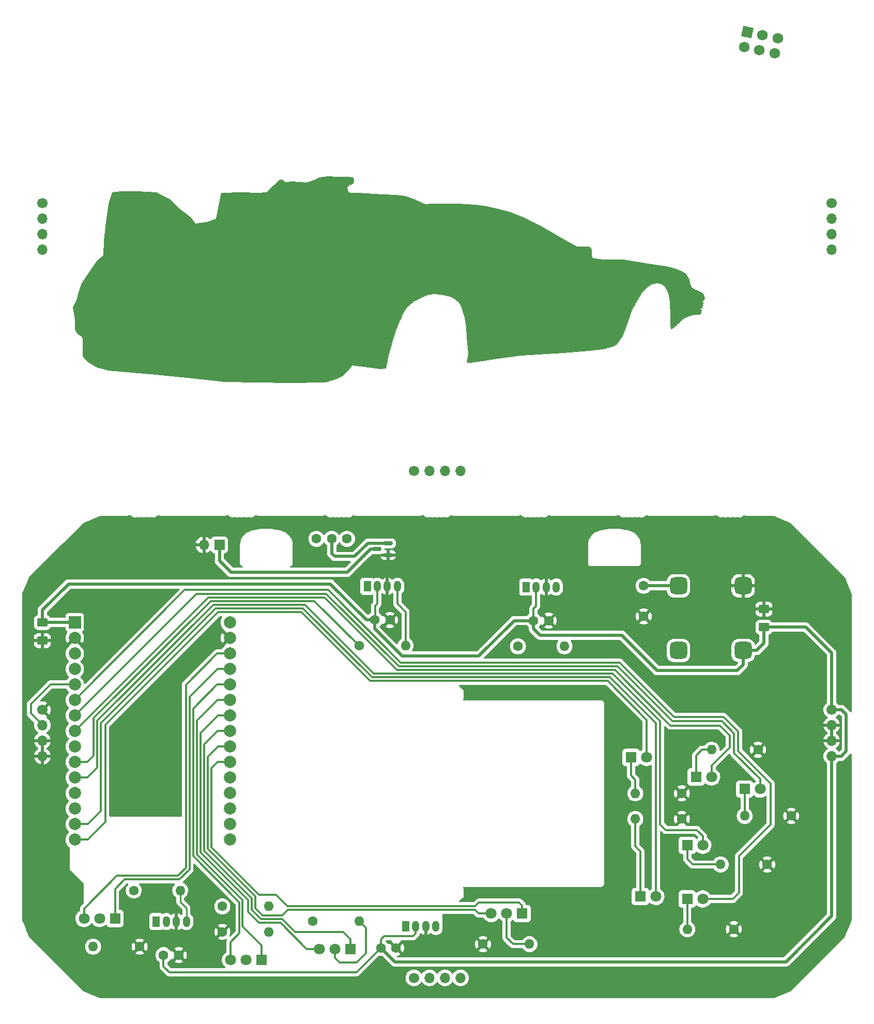
<source format=gtl>
G04 #@! TF.GenerationSoftware,KiCad,Pcbnew,(6.0.11)*
G04 #@! TF.CreationDate,2023-06-26T12:51:04-05:00*
G04 #@! TF.ProjectId,future_badge,66757475-7265-45f6-9261-6467652e6b69,2*
G04 #@! TF.SameCoordinates,Original*
G04 #@! TF.FileFunction,Copper,L1,Top*
G04 #@! TF.FilePolarity,Positive*
%FSLAX46Y46*%
G04 Gerber Fmt 4.6, Leading zero omitted, Abs format (unit mm)*
G04 Created by KiCad (PCBNEW (6.0.11)) date 2023-06-26 12:51:04*
%MOMM*%
%LPD*%
G01*
G04 APERTURE LIST*
G04 Aperture macros list*
%AMRoundRect*
0 Rectangle with rounded corners*
0 $1 Rounding radius*
0 $2 $3 $4 $5 $6 $7 $8 $9 X,Y pos of 4 corners*
0 Add a 4 corners polygon primitive as box body*
4,1,4,$2,$3,$4,$5,$6,$7,$8,$9,$2,$3,0*
0 Add four circle primitives for the rounded corners*
1,1,$1+$1,$2,$3*
1,1,$1+$1,$4,$5*
1,1,$1+$1,$6,$7*
1,1,$1+$1,$8,$9*
0 Add four rect primitives between the rounded corners*
20,1,$1+$1,$2,$3,$4,$5,0*
20,1,$1+$1,$4,$5,$6,$7,0*
20,1,$1+$1,$6,$7,$8,$9,0*
20,1,$1+$1,$8,$9,$2,$3,0*%
%AMHorizOval*
0 Thick line with rounded ends*
0 $1 width*
0 $2 $3 position (X,Y) of the first rounded end (center of the circle)*
0 $4 $5 position (X,Y) of the second rounded end (center of the circle)*
0 Add line between two ends*
20,1,$1,$2,$3,$4,$5,0*
0 Add two circle primitives to create the rounded ends*
1,1,$1,$2,$3*
1,1,$1,$4,$5*%
%AMRotRect*
0 Rectangle, with rotation*
0 The origin of the aperture is its center*
0 $1 length*
0 $2 width*
0 $3 Rotation angle, in degrees counterclockwise*
0 Add horizontal line*
21,1,$1,$2,0,0,$3*%
G04 Aperture macros list end*
G04 #@! TA.AperFunction,EtchedComponent*
%ADD10C,0.120000*%
G04 #@! TD*
G04 #@! TA.AperFunction,ComponentPad*
%ADD11C,1.600000*%
G04 #@! TD*
G04 #@! TA.AperFunction,ComponentPad*
%ADD12R,1.800000X1.800000*%
G04 #@! TD*
G04 #@! TA.AperFunction,ComponentPad*
%ADD13C,1.800000*%
G04 #@! TD*
G04 #@! TA.AperFunction,ComponentPad*
%ADD14O,1.600000X1.600000*%
G04 #@! TD*
G04 #@! TA.AperFunction,ComponentPad*
%ADD15R,1.700000X1.700000*%
G04 #@! TD*
G04 #@! TA.AperFunction,ComponentPad*
%ADD16O,1.700000X1.700000*%
G04 #@! TD*
G04 #@! TA.AperFunction,ComponentPad*
%ADD17C,1.700000*%
G04 #@! TD*
G04 #@! TA.AperFunction,ComponentPad*
%ADD18RotRect,1.727200X1.727200X258.500000*%
G04 #@! TD*
G04 #@! TA.AperFunction,ComponentPad*
%ADD19C,1.727200*%
G04 #@! TD*
G04 #@! TA.AperFunction,ComponentPad*
%ADD20HorizOval,1.727200X0.000000X0.000000X0.000000X0.000000X0*%
G04 #@! TD*
G04 #@! TA.AperFunction,ComponentPad*
%ADD21R,1.200000X1.800000*%
G04 #@! TD*
G04 #@! TA.AperFunction,ComponentPad*
%ADD22O,1.200000X1.800000*%
G04 #@! TD*
G04 #@! TA.AperFunction,ComponentPad*
%ADD23R,2.000000X2.000000*%
G04 #@! TD*
G04 #@! TA.AperFunction,ComponentPad*
%ADD24C,2.000000*%
G04 #@! TD*
G04 #@! TA.AperFunction,SMDPad,CuDef*
%ADD25RoundRect,0.250001X-0.624999X0.462499X-0.624999X-0.462499X0.624999X-0.462499X0.624999X0.462499X0*%
G04 #@! TD*
G04 #@! TA.AperFunction,SMDPad,CuDef*
%ADD26RoundRect,0.700000X-0.700000X-0.700000X0.700000X-0.700000X0.700000X0.700000X-0.700000X0.700000X0*%
G04 #@! TD*
G04 #@! TA.AperFunction,SMDPad,CuDef*
%ADD27RoundRect,0.150000X0.587500X0.150000X-0.587500X0.150000X-0.587500X-0.150000X0.587500X-0.150000X0*%
G04 #@! TD*
G04 #@! TA.AperFunction,SMDPad,CuDef*
%ADD28RoundRect,0.250001X0.624999X-0.462499X0.624999X0.462499X-0.624999X0.462499X-0.624999X-0.462499X0*%
G04 #@! TD*
G04 #@! TA.AperFunction,ViaPad*
%ADD29C,0.800000*%
G04 #@! TD*
G04 #@! TA.AperFunction,Conductor*
%ADD30C,0.500000*%
G04 #@! TD*
G04 #@! TA.AperFunction,Conductor*
%ADD31C,0.300000*%
G04 #@! TD*
G04 #@! TA.AperFunction,Conductor*
%ADD32C,0.250000*%
G04 #@! TD*
G04 APERTURE END LIST*
G36*
X71692000Y-45746000D02*
G01*
X73622000Y-45696000D01*
X74272000Y-45796000D01*
X74472000Y-46026000D01*
X74452000Y-46446000D01*
X74262000Y-46796000D01*
X73712000Y-47066000D01*
X73392000Y-47376000D01*
X73442000Y-47936000D01*
X73662000Y-48236000D01*
X73972000Y-48306000D01*
X75122000Y-48336000D01*
X79182000Y-48556000D01*
X81302000Y-48686000D01*
X82862000Y-48816000D01*
X84282000Y-49366000D01*
X86172000Y-50166000D01*
X87262000Y-50136000D01*
X88772000Y-50086000D01*
X89742000Y-50086000D01*
X91682000Y-50136000D01*
X94362000Y-50296000D01*
X96192000Y-50526000D01*
X98802000Y-51116000D01*
X100302000Y-51556000D01*
X100862000Y-51776000D01*
X102452000Y-52436000D01*
X103002000Y-52726000D01*
X105332000Y-53936000D01*
X109142000Y-56086000D01*
X111032000Y-57136000D01*
X112792000Y-57106000D01*
X113192000Y-57196000D01*
X113332000Y-57396000D01*
X113392000Y-57776000D01*
X113432000Y-58356000D01*
X113522000Y-58976000D01*
X114482000Y-59156000D01*
X115512000Y-59266000D01*
X115932000Y-59276000D01*
X116662000Y-59266000D01*
X117532000Y-59236000D01*
X118092000Y-59246000D01*
X118582000Y-59276000D01*
X122162000Y-59836000D01*
X126042000Y-60436000D01*
X127222000Y-60746000D01*
X128092000Y-61086000D01*
X128822000Y-61586000D01*
X129262000Y-62186000D01*
X129412000Y-62556000D01*
X129522000Y-62986000D01*
X129592000Y-63416000D01*
X129812000Y-63796000D01*
X130342000Y-64156000D01*
X130992000Y-64406000D01*
X131492000Y-64646000D01*
X131712000Y-64826000D01*
X131882000Y-65266000D01*
X131922000Y-65736000D01*
X131832000Y-65876000D01*
X131752000Y-65916000D01*
X131532000Y-65986000D01*
X131592000Y-66186000D01*
X131702000Y-66346000D01*
X131532000Y-67246000D01*
X131412000Y-67246000D01*
X131192000Y-67306000D01*
X131192000Y-67406000D01*
X131322000Y-67476000D01*
X131422000Y-67586000D01*
X131352000Y-67956000D01*
X131252000Y-68156000D01*
X131022000Y-68196000D01*
X130252000Y-68206000D01*
X129562000Y-68376000D01*
X128652000Y-68866000D01*
X128022000Y-69316000D01*
X127442000Y-69916000D01*
X126812000Y-70416000D01*
X126422000Y-70636000D01*
X126402000Y-69936000D01*
X126362000Y-68446000D01*
X126262000Y-66146000D01*
X126152000Y-65126000D01*
X125902000Y-64306000D01*
X125482000Y-63656000D01*
X124972000Y-63226000D01*
X124292000Y-63076000D01*
X123572000Y-63126000D01*
X122632000Y-63626000D01*
X121782000Y-64496000D01*
X120502000Y-66606000D01*
X119952000Y-67696000D01*
X119312000Y-69596000D01*
X118462000Y-71806000D01*
X117642000Y-73096000D01*
X117142000Y-73436000D01*
X115272000Y-73886000D01*
X112872000Y-74196000D01*
X108812000Y-74486000D01*
X101912000Y-74946000D01*
X98112000Y-75406000D01*
X94902000Y-75926000D01*
X93602000Y-76136000D01*
X93102000Y-76136000D01*
X93042000Y-75886000D01*
X93072000Y-75656000D01*
X93212000Y-75296000D01*
X93272000Y-74566000D01*
X93052000Y-72086000D01*
X92912000Y-70426000D01*
X92712000Y-68766000D01*
X92072000Y-66916000D01*
X91752000Y-66316000D01*
X91072000Y-65736000D01*
X90292000Y-65256000D01*
X89152000Y-65006000D01*
X87852000Y-64846000D01*
X86802000Y-64966000D01*
X85592000Y-65406000D01*
X84342000Y-66026000D01*
X83242000Y-66956000D01*
X82572000Y-68016000D01*
X81742000Y-69836000D01*
X81522000Y-70526000D01*
X80862000Y-72546000D01*
X80112000Y-75036000D01*
X79722000Y-77036000D01*
X78852000Y-77146000D01*
X77502000Y-76916000D01*
X74202000Y-76516000D01*
X73802000Y-77156000D01*
X72652000Y-78266000D01*
X71532000Y-78856000D01*
X69842000Y-79336000D01*
X63802000Y-79376000D01*
X58822000Y-79356000D01*
X53322000Y-79206000D01*
X51842000Y-79056000D01*
X47212000Y-78596000D01*
X42122000Y-78096000D01*
X34372000Y-77406000D01*
X32372000Y-76876000D01*
X30872000Y-75966000D01*
X30102000Y-75096000D01*
X30082000Y-72196000D01*
X29842000Y-71806000D01*
X29242000Y-71386000D01*
X28852000Y-70816000D01*
X28822000Y-69076000D01*
X28522000Y-67056000D01*
X29072000Y-65966000D01*
X29412000Y-64606000D01*
X29932000Y-63116000D01*
X31442000Y-60876000D01*
X32462000Y-59456000D01*
X33462000Y-58566000D01*
X33582000Y-56086000D01*
X33912000Y-53156000D01*
X34372000Y-50156000D01*
X34952000Y-48246000D01*
X36342000Y-48046000D01*
X37372000Y-48056000D01*
X39112000Y-48096000D01*
X42132000Y-48246000D01*
X44412000Y-49416000D01*
X45942000Y-50996000D01*
X47732000Y-52326000D01*
X48562000Y-53376000D01*
X49322000Y-53266000D01*
X50312000Y-53176000D01*
X51912000Y-52556000D01*
X52372000Y-50346000D01*
X52782000Y-48366000D01*
X56122000Y-48216000D01*
X58782000Y-48316000D01*
X60372000Y-48246000D01*
X60502000Y-47886000D01*
X62362000Y-46256000D01*
X62692000Y-46106000D01*
X63242000Y-46556000D01*
X63632000Y-46546000D01*
X64352000Y-46446000D01*
X66742000Y-46676000D01*
X68092000Y-46216000D01*
X68672000Y-45856000D01*
X69512000Y-45706000D01*
X70482000Y-45656000D01*
X71692000Y-45746000D01*
G37*
D10*
X71692000Y-45746000D02*
X73622000Y-45696000D01*
X74272000Y-45796000D01*
X74472000Y-46026000D01*
X74452000Y-46446000D01*
X74262000Y-46796000D01*
X73712000Y-47066000D01*
X73392000Y-47376000D01*
X73442000Y-47936000D01*
X73662000Y-48236000D01*
X73972000Y-48306000D01*
X75122000Y-48336000D01*
X79182000Y-48556000D01*
X81302000Y-48686000D01*
X82862000Y-48816000D01*
X84282000Y-49366000D01*
X86172000Y-50166000D01*
X87262000Y-50136000D01*
X88772000Y-50086000D01*
X89742000Y-50086000D01*
X91682000Y-50136000D01*
X94362000Y-50296000D01*
X96192000Y-50526000D01*
X98802000Y-51116000D01*
X100302000Y-51556000D01*
X100862000Y-51776000D01*
X102452000Y-52436000D01*
X103002000Y-52726000D01*
X105332000Y-53936000D01*
X109142000Y-56086000D01*
X111032000Y-57136000D01*
X112792000Y-57106000D01*
X113192000Y-57196000D01*
X113332000Y-57396000D01*
X113392000Y-57776000D01*
X113432000Y-58356000D01*
X113522000Y-58976000D01*
X114482000Y-59156000D01*
X115512000Y-59266000D01*
X115932000Y-59276000D01*
X116662000Y-59266000D01*
X117532000Y-59236000D01*
X118092000Y-59246000D01*
X118582000Y-59276000D01*
X122162000Y-59836000D01*
X126042000Y-60436000D01*
X127222000Y-60746000D01*
X128092000Y-61086000D01*
X128822000Y-61586000D01*
X129262000Y-62186000D01*
X129412000Y-62556000D01*
X129522000Y-62986000D01*
X129592000Y-63416000D01*
X129812000Y-63796000D01*
X130342000Y-64156000D01*
X130992000Y-64406000D01*
X131492000Y-64646000D01*
X131712000Y-64826000D01*
X131882000Y-65266000D01*
X131922000Y-65736000D01*
X131832000Y-65876000D01*
X131752000Y-65916000D01*
X131532000Y-65986000D01*
X131592000Y-66186000D01*
X131702000Y-66346000D01*
X131532000Y-67246000D01*
X131412000Y-67246000D01*
X131192000Y-67306000D01*
X131192000Y-67406000D01*
X131322000Y-67476000D01*
X131422000Y-67586000D01*
X131352000Y-67956000D01*
X131252000Y-68156000D01*
X131022000Y-68196000D01*
X130252000Y-68206000D01*
X129562000Y-68376000D01*
X128652000Y-68866000D01*
X128022000Y-69316000D01*
X127442000Y-69916000D01*
X126812000Y-70416000D01*
X126422000Y-70636000D01*
X126402000Y-69936000D01*
X126362000Y-68446000D01*
X126262000Y-66146000D01*
X126152000Y-65126000D01*
X125902000Y-64306000D01*
X125482000Y-63656000D01*
X124972000Y-63226000D01*
X124292000Y-63076000D01*
X123572000Y-63126000D01*
X122632000Y-63626000D01*
X121782000Y-64496000D01*
X120502000Y-66606000D01*
X119952000Y-67696000D01*
X119312000Y-69596000D01*
X118462000Y-71806000D01*
X117642000Y-73096000D01*
X117142000Y-73436000D01*
X115272000Y-73886000D01*
X112872000Y-74196000D01*
X108812000Y-74486000D01*
X101912000Y-74946000D01*
X98112000Y-75406000D01*
X94902000Y-75926000D01*
X93602000Y-76136000D01*
X93102000Y-76136000D01*
X93042000Y-75886000D01*
X93072000Y-75656000D01*
X93212000Y-75296000D01*
X93272000Y-74566000D01*
X93052000Y-72086000D01*
X92912000Y-70426000D01*
X92712000Y-68766000D01*
X92072000Y-66916000D01*
X91752000Y-66316000D01*
X91072000Y-65736000D01*
X90292000Y-65256000D01*
X89152000Y-65006000D01*
X87852000Y-64846000D01*
X86802000Y-64966000D01*
X85592000Y-65406000D01*
X84342000Y-66026000D01*
X83242000Y-66956000D01*
X82572000Y-68016000D01*
X81742000Y-69836000D01*
X81522000Y-70526000D01*
X80862000Y-72546000D01*
X80112000Y-75036000D01*
X79722000Y-77036000D01*
X78852000Y-77146000D01*
X77502000Y-76916000D01*
X74202000Y-76516000D01*
X73802000Y-77156000D01*
X72652000Y-78266000D01*
X71532000Y-78856000D01*
X69842000Y-79336000D01*
X63802000Y-79376000D01*
X58822000Y-79356000D01*
X53322000Y-79206000D01*
X51842000Y-79056000D01*
X47212000Y-78596000D01*
X42122000Y-78096000D01*
X34372000Y-77406000D01*
X32372000Y-76876000D01*
X30872000Y-75966000D01*
X30102000Y-75096000D01*
X30082000Y-72196000D01*
X29842000Y-71806000D01*
X29242000Y-71386000D01*
X28852000Y-70816000D01*
X28822000Y-69076000D01*
X28522000Y-67056000D01*
X29072000Y-65966000D01*
X29412000Y-64606000D01*
X29932000Y-63116000D01*
X31442000Y-60876000D01*
X32462000Y-59456000D01*
X33462000Y-58566000D01*
X33582000Y-56086000D01*
X33912000Y-53156000D01*
X34372000Y-50156000D01*
X34952000Y-48246000D01*
X36342000Y-48046000D01*
X37372000Y-48056000D01*
X39112000Y-48096000D01*
X42132000Y-48246000D01*
X44412000Y-49416000D01*
X45942000Y-50996000D01*
X47732000Y-52326000D01*
X48562000Y-53376000D01*
X49322000Y-53266000D01*
X50312000Y-53176000D01*
X51912000Y-52556000D01*
X52372000Y-50346000D01*
X52782000Y-48366000D01*
X56122000Y-48216000D01*
X58782000Y-48316000D01*
X60372000Y-48246000D01*
X60502000Y-47886000D01*
X62362000Y-46256000D01*
X62692000Y-46106000D01*
X63242000Y-46556000D01*
X63632000Y-46546000D01*
X64352000Y-46446000D01*
X66742000Y-46676000D01*
X68092000Y-46216000D01*
X68672000Y-45856000D01*
X69512000Y-45706000D01*
X70482000Y-45656000D01*
X71692000Y-45746000D01*
D11*
X43350000Y-173200000D03*
X45850000Y-173200000D03*
D12*
X129150000Y-155200000D03*
D13*
X131690000Y-155200000D03*
D11*
X38475000Y-162600000D03*
D14*
X46095000Y-162600000D03*
D11*
X77950000Y-118300000D03*
X80450000Y-118300000D03*
D15*
X52500000Y-106000000D03*
D16*
X49960000Y-106000000D03*
D17*
X23500000Y-50000000D03*
D16*
X23500000Y-52540000D03*
X23500000Y-55080000D03*
X23500000Y-57620000D03*
D12*
X74000000Y-172200000D03*
D13*
X71460000Y-172200000D03*
X68920000Y-172200000D03*
D11*
X136775000Y-168950000D03*
D14*
X129155000Y-168950000D03*
D12*
X121455000Y-163600000D03*
D13*
X123995000Y-163600000D03*
D11*
X128250000Y-146700000D03*
D14*
X120630000Y-146700000D03*
D18*
X138968997Y-21980662D03*
D19*
X138462602Y-24469670D03*
D20*
X141458005Y-22487056D03*
X140951611Y-24976065D03*
D19*
X143947014Y-22993451D03*
X143440620Y-25482459D03*
D11*
X95675000Y-171400000D03*
D14*
X103295000Y-171400000D03*
D11*
X128250000Y-150900000D03*
D14*
X120630000Y-150900000D03*
D11*
X39425000Y-171800000D03*
D14*
X31805000Y-171800000D03*
D11*
X140725000Y-139550000D03*
D14*
X133105000Y-139550000D03*
D11*
X52975000Y-169400000D03*
D14*
X60595000Y-169400000D03*
D11*
X67775000Y-167600000D03*
D14*
X75395000Y-167600000D03*
D21*
X83010000Y-168490000D03*
D22*
X84660000Y-168490000D03*
X86310000Y-168490000D03*
X87960000Y-168490000D03*
D11*
X75375000Y-122500000D03*
D14*
X82995000Y-122500000D03*
D11*
X122000000Y-112700000D03*
X122000000Y-117700000D03*
X52975000Y-165200000D03*
D14*
X60595000Y-165200000D03*
D21*
X42145000Y-167700000D03*
D22*
X43795000Y-167700000D03*
X45445000Y-167700000D03*
X47095000Y-167700000D03*
D12*
X35400000Y-167200000D03*
D13*
X32860000Y-167200000D03*
X30320000Y-167200000D03*
D23*
X28802500Y-118712500D03*
D24*
X28802500Y-121252500D03*
X28802500Y-123792500D03*
X28802500Y-126332500D03*
X28802500Y-128872500D03*
X28802500Y-131412500D03*
X28802500Y-133952500D03*
X28802500Y-136492500D03*
X28802500Y-139032500D03*
X28802500Y-141572500D03*
X28802500Y-144112500D03*
X28802500Y-146652500D03*
X28802500Y-149192500D03*
X28802500Y-151732500D03*
X28802500Y-154272500D03*
X54202500Y-154272500D03*
X54202500Y-151732500D03*
X54202500Y-149192500D03*
X54202500Y-146652500D03*
X54202500Y-144112500D03*
X54202500Y-141572500D03*
X54202500Y-139032500D03*
X54202500Y-136492500D03*
X54202500Y-133952500D03*
X54202500Y-131412500D03*
X54202500Y-128872500D03*
X54202500Y-126332500D03*
X54202500Y-123792500D03*
X54202500Y-121252500D03*
X54202500Y-118712500D03*
D11*
X78950000Y-172000000D03*
X81450000Y-172000000D03*
X101400000Y-122600000D03*
D14*
X109020000Y-122600000D03*
D12*
X138525000Y-146000000D03*
D13*
X141065000Y-146000000D03*
D12*
X59400000Y-174000000D03*
D13*
X56860000Y-174000000D03*
X54320000Y-174000000D03*
D25*
X23500000Y-118712500D03*
X23500000Y-121687500D03*
D12*
X129125000Y-164000000D03*
D13*
X131665000Y-164000000D03*
D12*
X119925000Y-140800000D03*
D13*
X122465000Y-140800000D03*
D11*
X142225000Y-158350000D03*
D14*
X134605000Y-158350000D03*
D12*
X102080000Y-166400000D03*
D13*
X99540000Y-166400000D03*
X97000000Y-166400000D03*
D26*
X127700000Y-112700000D03*
X127700000Y-123300000D03*
X138300000Y-123300000D03*
X138300000Y-112700000D03*
D11*
X68400000Y-105000000D03*
X70900000Y-105000000D03*
X73400000Y-105000000D03*
D17*
X152800000Y-50000000D03*
D16*
X152800000Y-52540000D03*
X152800000Y-55080000D03*
X152800000Y-57620000D03*
D11*
X103950000Y-118400000D03*
X106450000Y-118400000D03*
D17*
X84360000Y-93910000D03*
D16*
X86900000Y-93910000D03*
X89440000Y-93910000D03*
X91980000Y-93910000D03*
D11*
X146175000Y-150400000D03*
D14*
X138555000Y-150400000D03*
D21*
X76715000Y-112800000D03*
D22*
X78365000Y-112800000D03*
X80015000Y-112800000D03*
X81665000Y-112800000D03*
D12*
X130595000Y-144000000D03*
D13*
X133135000Y-144000000D03*
D27*
X80137500Y-107650000D03*
X80137500Y-105750000D03*
X78262500Y-106700000D03*
D21*
X102720000Y-112900000D03*
D22*
X104370000Y-112900000D03*
X106020000Y-112900000D03*
X107670000Y-112900000D03*
D28*
X141700000Y-119487500D03*
X141700000Y-116512500D03*
D17*
X152800000Y-133000000D03*
D16*
X152800000Y-135540000D03*
X152800000Y-138080000D03*
X152800000Y-140620000D03*
D17*
X23500000Y-133000000D03*
D16*
X23500000Y-135540000D03*
X23500000Y-138080000D03*
X23500000Y-140620000D03*
D17*
X84360000Y-176910000D03*
D16*
X86900000Y-176910000D03*
X89440000Y-176910000D03*
X91980000Y-176910000D03*
D29*
X29800000Y-66500000D03*
D30*
X77250000Y-106700000D02*
X78262500Y-106700000D01*
X73450000Y-110500000D02*
X77250000Y-106700000D01*
X52500000Y-108600000D02*
X54400000Y-110500000D01*
X54400000Y-110500000D02*
X73450000Y-110500000D01*
X52500000Y-106000000D02*
X52500000Y-108600000D01*
X127700000Y-112700000D02*
X122000000Y-112700000D01*
D31*
X131550000Y-139550000D02*
X133105000Y-139550000D01*
X130595000Y-140505000D02*
X131550000Y-139550000D01*
X130595000Y-144000000D02*
X130595000Y-140505000D01*
X129150000Y-157450000D02*
X129150000Y-155200000D01*
X130050000Y-158350000D02*
X129150000Y-157450000D01*
X134605000Y-158350000D02*
X130050000Y-158350000D01*
X121455000Y-163600000D02*
X121455000Y-156205000D01*
X121455000Y-156205000D02*
X120630000Y-155380000D01*
X120630000Y-155380000D02*
X120630000Y-150900000D01*
X120630000Y-144480000D02*
X120630000Y-146700000D01*
X119925000Y-143775000D02*
X120630000Y-144480000D01*
X119925000Y-143775000D02*
X119925000Y-140800000D01*
X138555000Y-146030000D02*
X138525000Y-146000000D01*
X138555000Y-150400000D02*
X138555000Y-146030000D01*
X129125000Y-168920000D02*
X129155000Y-168950000D01*
X129125000Y-164000000D02*
X129125000Y-168920000D01*
D32*
X47095000Y-167700000D02*
X47095000Y-165495000D01*
X47095000Y-165495000D02*
X46095000Y-164495000D01*
X46095000Y-164495000D02*
X46095000Y-162600000D01*
D31*
X28802500Y-141572500D02*
X30900000Y-141572500D01*
X68075000Y-115200000D02*
X75375000Y-122500000D01*
X31900000Y-140572500D02*
X31900000Y-134400000D01*
X31900000Y-134400000D02*
X51100000Y-115200000D01*
X30900000Y-141572500D02*
X31900000Y-140572500D01*
X51100000Y-115200000D02*
X68075000Y-115200000D01*
X81665000Y-115665000D02*
X81665000Y-112800000D01*
X81665000Y-115665000D02*
X82995000Y-116995000D01*
X82995000Y-116995000D02*
X82995000Y-122500000D01*
X75000000Y-174400000D02*
X72200000Y-174400000D01*
X76500000Y-168705000D02*
X76500000Y-172900000D01*
X71460000Y-173660000D02*
X71460000Y-172200000D01*
X76500000Y-172900000D02*
X75000000Y-174400000D01*
X75395000Y-167600000D02*
X76500000Y-168705000D01*
X72200000Y-174400000D02*
X71460000Y-173660000D01*
X99540000Y-166400000D02*
X99540000Y-170340000D01*
X100600000Y-171400000D02*
X103295000Y-171400000D01*
X99540000Y-170340000D02*
X100600000Y-171400000D01*
X51200000Y-155500000D02*
X59000000Y-163300000D01*
X102080000Y-165080000D02*
X102080000Y-166400000D01*
X52227500Y-141572500D02*
X51200000Y-142600000D01*
X51200000Y-142600000D02*
X51200000Y-155500000D01*
X94400000Y-165200000D02*
X95000000Y-164600000D01*
X61750000Y-163300000D02*
X63650000Y-165200000D01*
X54202500Y-141572500D02*
X52227500Y-141572500D01*
X59000000Y-163300000D02*
X61750000Y-163300000D01*
X95000000Y-164600000D02*
X101600000Y-164600000D01*
X63650000Y-165200000D02*
X94400000Y-165200000D01*
X101600000Y-164600000D02*
X102080000Y-165080000D01*
X94400000Y-165800000D02*
X95000000Y-166400000D01*
X50600000Y-155800000D02*
X58400000Y-163600000D01*
X54202500Y-139032500D02*
X52267500Y-139032500D01*
X59600000Y-166700000D02*
X62800000Y-166700000D01*
X58400000Y-163600000D02*
X58400000Y-165500000D01*
X58400000Y-165500000D02*
X59600000Y-166700000D01*
X95000000Y-166400000D02*
X97000000Y-166400000D01*
X52267500Y-139032500D02*
X50600000Y-140700000D01*
X62800000Y-166700000D02*
X63700000Y-165800000D01*
X63700000Y-165800000D02*
X94400000Y-165800000D01*
X50600000Y-140700000D02*
X50600000Y-155800000D01*
X37000000Y-160800000D02*
X35400000Y-162400000D01*
X45950000Y-160800000D02*
X37000000Y-160800000D01*
X52167500Y-126332500D02*
X47600000Y-130900000D01*
X47600000Y-130900000D02*
X47600000Y-159150000D01*
X54202500Y-126332500D02*
X52167500Y-126332500D01*
X35400000Y-162400000D02*
X35400000Y-167200000D01*
X47600000Y-159150000D02*
X45950000Y-160800000D01*
X52107500Y-123792500D02*
X47000000Y-128900000D01*
X47000000Y-158900000D02*
X45700000Y-160200000D01*
X54202500Y-123792500D02*
X52107500Y-123792500D01*
X35700000Y-160200000D02*
X30320000Y-165580000D01*
X45700000Y-160200000D02*
X35700000Y-160200000D01*
X30320000Y-165580000D02*
X30320000Y-167200000D01*
X47000000Y-128900000D02*
X47000000Y-158900000D01*
X56300000Y-164200000D02*
X48800000Y-156700000D01*
X48800000Y-134800000D02*
X52187500Y-131412500D01*
X59400000Y-174000000D02*
X59400000Y-171600000D01*
X48800000Y-156700000D02*
X48800000Y-134800000D01*
X52187500Y-131412500D02*
X54202500Y-131412500D01*
X56300000Y-168500000D02*
X56300000Y-164200000D01*
X59400000Y-171600000D02*
X56300000Y-168500000D01*
X48200000Y-132800000D02*
X52127500Y-128872500D01*
X55800000Y-169600000D02*
X55800000Y-164600000D01*
X55800000Y-164600000D02*
X48200000Y-157000000D01*
X48200000Y-157000000D02*
X48200000Y-132800000D01*
X54320000Y-174000000D02*
X54320000Y-171080000D01*
X54320000Y-171080000D02*
X55800000Y-169600000D01*
X52127500Y-128872500D02*
X54202500Y-128872500D01*
X72800000Y-169400000D02*
X64900000Y-169400000D01*
X64900000Y-169400000D02*
X62800000Y-167300000D01*
X52207500Y-136492500D02*
X54202500Y-136492500D01*
X57800000Y-163900000D02*
X50000000Y-156100000D01*
X57800000Y-165800000D02*
X57800000Y-163900000D01*
X50000000Y-156100000D02*
X50000000Y-138700000D01*
X74000000Y-172200000D02*
X74000000Y-170600000D01*
X62800000Y-167300000D02*
X59300000Y-167300000D01*
X74000000Y-170600000D02*
X72800000Y-169400000D01*
X50000000Y-138700000D02*
X52207500Y-136492500D01*
X59300000Y-167300000D02*
X57800000Y-165800000D01*
X68920000Y-172200000D02*
X66800000Y-172200000D01*
X57200000Y-164200000D02*
X49400000Y-156400000D01*
X57200000Y-166100000D02*
X57200000Y-164200000D01*
X49400000Y-136800000D02*
X52247500Y-133952500D01*
X52247500Y-133952500D02*
X54202500Y-133952500D01*
X62500000Y-167900000D02*
X59000000Y-167900000D01*
X59000000Y-167900000D02*
X57200000Y-166100000D01*
X49400000Y-156400000D02*
X49400000Y-136800000D01*
X66800000Y-172200000D02*
X62500000Y-167900000D01*
X52300000Y-117000000D02*
X65900000Y-117000000D01*
X30927500Y-154272500D02*
X33800000Y-151400000D01*
X28802500Y-154272500D02*
X30927500Y-154272500D01*
X65900000Y-117000000D02*
X77200000Y-128300000D01*
X122465000Y-134665000D02*
X122465000Y-140800000D01*
X33800000Y-135500000D02*
X52300000Y-117000000D01*
X116100000Y-128300000D02*
X122465000Y-134665000D01*
X77200000Y-128300000D02*
X116100000Y-128300000D01*
X33800000Y-151400000D02*
X33800000Y-135500000D01*
X123995000Y-135245000D02*
X123995000Y-163600000D01*
X116450000Y-127700000D02*
X123995000Y-135245000D01*
X66200000Y-116400000D02*
X77500000Y-127700000D01*
X28802500Y-151732500D02*
X30967500Y-151732500D01*
X51900000Y-116400000D02*
X66200000Y-116400000D01*
X30967500Y-151732500D02*
X33100000Y-149600000D01*
X33100000Y-149600000D02*
X33100000Y-135200000D01*
X77500000Y-127700000D02*
X116450000Y-127700000D01*
X33100000Y-135200000D02*
X51900000Y-116400000D01*
X77800000Y-127100000D02*
X116900000Y-127100000D01*
X32500000Y-142500000D02*
X32500000Y-134800000D01*
X125600000Y-152700000D02*
X130700000Y-152700000D01*
X32500000Y-134800000D02*
X51500000Y-115800000D01*
X66500000Y-115800000D02*
X77800000Y-127100000D01*
X131690000Y-153690000D02*
X131690000Y-155200000D01*
X28802500Y-144112500D02*
X30887500Y-144112500D01*
X124700000Y-151800000D02*
X125600000Y-152700000D01*
X30887500Y-144112500D02*
X32500000Y-142500000D01*
X116900000Y-127100000D02*
X124700000Y-134900000D01*
X130700000Y-152700000D02*
X131690000Y-153690000D01*
X124700000Y-134900000D02*
X124700000Y-151800000D01*
X51500000Y-115800000D02*
X66500000Y-115800000D01*
X134500000Y-135600000D02*
X136100000Y-137200000D01*
X81600000Y-126500000D02*
X117300000Y-126500000D01*
X69700000Y-114600000D02*
X81600000Y-126500000D01*
X133135000Y-142115000D02*
X133135000Y-144000000D01*
X136100000Y-139150000D02*
X133135000Y-142115000D01*
X28802500Y-136492500D02*
X50695000Y-114600000D01*
X136100000Y-137200000D02*
X136100000Y-139150000D01*
X117300000Y-126500000D02*
X126400000Y-135600000D01*
X126400000Y-135600000D02*
X134500000Y-135600000D01*
X50695000Y-114600000D02*
X69700000Y-114600000D01*
X126700000Y-134900000D02*
X134800000Y-134900000D01*
X81900000Y-125900000D02*
X117700000Y-125900000D01*
X28802500Y-133952500D02*
X48755000Y-114000000D01*
X136800000Y-136900000D02*
X136800000Y-140100000D01*
X117700000Y-125900000D02*
X126700000Y-134900000D01*
X136800000Y-140100000D02*
X141065000Y-144365000D01*
X134800000Y-134900000D02*
X136800000Y-136900000D01*
X70000000Y-114000000D02*
X81900000Y-125900000D01*
X48755000Y-114000000D02*
X70000000Y-114000000D01*
X141065000Y-144365000D02*
X141065000Y-146000000D01*
X142800000Y-145100000D02*
X142800000Y-151800000D01*
X118100000Y-125300000D02*
X127000000Y-134200000D01*
X70300000Y-113400000D02*
X82200000Y-125300000D01*
X137600000Y-163000000D02*
X136600000Y-164000000D01*
X28802500Y-131412500D02*
X46815000Y-113400000D01*
X136600000Y-164000000D02*
X131665000Y-164000000D01*
X137500000Y-139800000D02*
X142800000Y-145100000D01*
X135100000Y-134200000D02*
X137500000Y-136600000D01*
X46815000Y-113400000D02*
X70300000Y-113400000D01*
X127000000Y-134200000D02*
X135100000Y-134200000D01*
X137500000Y-136600000D02*
X137500000Y-139800000D01*
X82200000Y-125300000D02*
X118100000Y-125300000D01*
X142800000Y-151800000D02*
X137600000Y-157000000D01*
X137600000Y-157000000D02*
X137600000Y-163000000D01*
X21600000Y-132100000D02*
X21600000Y-133600000D01*
X28802500Y-128872500D02*
X24827500Y-128872500D01*
X24827500Y-128872500D02*
X21600000Y-132100000D01*
X21600000Y-133600000D02*
X23500000Y-135500000D01*
X23500000Y-135500000D02*
X23500000Y-135540000D01*
D30*
X70900000Y-107400000D02*
X71400000Y-107900000D01*
X70900000Y-105000000D02*
X70900000Y-107400000D01*
X71400000Y-107900000D02*
X74650000Y-107900000D01*
X74650000Y-107900000D02*
X76800000Y-105750000D01*
X76800000Y-105750000D02*
X80137500Y-105750000D01*
X155200000Y-139800000D02*
X155200000Y-133800000D01*
X152800000Y-166800000D02*
X145300000Y-174300000D01*
X95000000Y-124200000D02*
X100800000Y-118400000D01*
X28802500Y-118712500D02*
X23500000Y-118712500D01*
X138300000Y-123300000D02*
X140500000Y-123300000D01*
X154380000Y-140620000D02*
X155200000Y-139800000D01*
X138300000Y-123300000D02*
X138300000Y-125600000D01*
X118400000Y-120800000D02*
X105000000Y-120800000D01*
X103950000Y-119750000D02*
X103950000Y-118400000D01*
D31*
X43350000Y-175050000D02*
X44300000Y-176000000D01*
D30*
X70700000Y-112400000D02*
X27800000Y-112400000D01*
X105000000Y-120800000D02*
X103950000Y-119750000D01*
X152800000Y-133000000D02*
X152800000Y-123700000D01*
D31*
X78950000Y-172000000D02*
X78950000Y-170650000D01*
X43350000Y-173200000D02*
X43350000Y-175050000D01*
D30*
X141700000Y-122100000D02*
X141700000Y-119487500D01*
X81250000Y-174300000D02*
X78950000Y-172000000D01*
X77950000Y-118300000D02*
X77950000Y-119750000D01*
X76600000Y-118300000D02*
X70700000Y-112400000D01*
X77950000Y-118300000D02*
X76600000Y-118300000D01*
X77950000Y-119750000D02*
X82400000Y-124200000D01*
X148587500Y-119487500D02*
X141700000Y-119487500D01*
X100800000Y-118400000D02*
X103950000Y-118400000D01*
D31*
X79500000Y-170100000D02*
X84200000Y-170100000D01*
X78000000Y-116000000D02*
X78365000Y-115635000D01*
X78950000Y-170650000D02*
X79500000Y-170100000D01*
X103950000Y-116450000D02*
X104370000Y-116030000D01*
D30*
X124200000Y-126600000D02*
X118400000Y-120800000D01*
X145300000Y-174300000D02*
X81250000Y-174300000D01*
X138300000Y-125600000D02*
X137300000Y-126600000D01*
X137300000Y-126600000D02*
X124200000Y-126600000D01*
D31*
X78000000Y-118750000D02*
X78000000Y-116000000D01*
D30*
X23500000Y-116700000D02*
X23500000Y-118512500D01*
X27800000Y-112400000D02*
X23500000Y-116700000D01*
D31*
X104370000Y-116030000D02*
X104370000Y-112900080D01*
D30*
X155200000Y-133800000D02*
X154400000Y-133000000D01*
D31*
X84660000Y-169640000D02*
X84660000Y-168490000D01*
X44300000Y-176000000D02*
X74950000Y-176000000D01*
X103950000Y-118600000D02*
X103950000Y-116450000D01*
D30*
X152800000Y-140620000D02*
X154380000Y-140620000D01*
D31*
X78365000Y-115635000D02*
X78365000Y-112800000D01*
X84200000Y-170100000D02*
X84660000Y-169640000D01*
D30*
X154400000Y-133000000D02*
X152800000Y-133000000D01*
X82400000Y-124200000D02*
X95000000Y-124200000D01*
X152800000Y-140620000D02*
X152800000Y-166800000D01*
X140500000Y-123300000D02*
X141700000Y-122100000D01*
D31*
X74950000Y-176000000D02*
X78950000Y-172000000D01*
D30*
X152800000Y-123700000D02*
X148587500Y-119487500D01*
G04 #@! TA.AperFunction,Conductor*
G36*
X133999716Y-101149492D02*
G01*
X134010730Y-101162511D01*
X134083153Y-101260923D01*
X134083157Y-101260927D01*
X134087492Y-101266818D01*
X134093070Y-101271557D01*
X134093073Y-101271560D01*
X134216706Y-101376594D01*
X134216710Y-101376597D01*
X134222285Y-101381333D01*
X134271812Y-101406623D01*
X134373292Y-101458442D01*
X134373294Y-101458443D01*
X134379808Y-101461769D01*
X134386913Y-101463508D01*
X134386917Y-101463509D01*
X134469238Y-101483652D01*
X134551610Y-101503808D01*
X134557212Y-101504156D01*
X134557215Y-101504156D01*
X134560825Y-101504380D01*
X134560835Y-101504380D01*
X134562764Y-101504500D01*
X134690293Y-101504500D01*
X134760036Y-101496369D01*
X134814411Y-101490030D01*
X134814415Y-101490029D01*
X134821681Y-101489182D01*
X134828556Y-101486687D01*
X134828558Y-101486686D01*
X134981662Y-101431111D01*
X135052520Y-101426670D01*
X135081956Y-101437334D01*
X135123288Y-101458440D01*
X135123290Y-101458441D01*
X135129808Y-101461769D01*
X135301610Y-101503808D01*
X135307212Y-101504156D01*
X135307215Y-101504156D01*
X135310825Y-101504380D01*
X135310835Y-101504380D01*
X135312764Y-101504500D01*
X135440293Y-101504500D01*
X135510036Y-101496369D01*
X135564411Y-101490030D01*
X135564415Y-101490029D01*
X135571681Y-101489182D01*
X135578556Y-101486687D01*
X135578558Y-101486686D01*
X135737937Y-101428833D01*
X135739009Y-101431787D01*
X135795013Y-101421673D01*
X135838868Y-101434736D01*
X135891808Y-101461769D01*
X135898913Y-101463508D01*
X135898917Y-101463509D01*
X135981238Y-101483652D01*
X136063610Y-101503808D01*
X136069212Y-101504156D01*
X136069215Y-101504156D01*
X136072825Y-101504380D01*
X136072835Y-101504380D01*
X136074764Y-101504500D01*
X136202293Y-101504500D01*
X136272036Y-101496369D01*
X136326411Y-101490030D01*
X136326415Y-101490029D01*
X136333681Y-101489182D01*
X136340556Y-101486687D01*
X136340558Y-101486686D01*
X136493662Y-101431111D01*
X136564520Y-101426670D01*
X136593956Y-101437334D01*
X136635288Y-101458440D01*
X136635290Y-101458441D01*
X136641808Y-101461769D01*
X136813610Y-101503808D01*
X136819212Y-101504156D01*
X136819215Y-101504156D01*
X136822825Y-101504380D01*
X136822835Y-101504380D01*
X136824764Y-101504500D01*
X136952293Y-101504500D01*
X137022036Y-101496369D01*
X137076411Y-101490030D01*
X137076415Y-101490029D01*
X137083681Y-101489182D01*
X137090556Y-101486687D01*
X137090558Y-101486686D01*
X137168367Y-101458442D01*
X137243662Y-101431111D01*
X137249937Y-101428833D01*
X137250348Y-101429966D01*
X137313076Y-101418639D01*
X137356926Y-101431702D01*
X137409292Y-101458442D01*
X137409294Y-101458443D01*
X137415808Y-101461769D01*
X137422913Y-101463508D01*
X137422917Y-101463509D01*
X137505238Y-101483652D01*
X137587610Y-101503808D01*
X137593212Y-101504156D01*
X137593215Y-101504156D01*
X137596825Y-101504380D01*
X137596835Y-101504380D01*
X137598764Y-101504500D01*
X137726293Y-101504500D01*
X137796036Y-101496369D01*
X137850411Y-101490030D01*
X137850415Y-101490029D01*
X137857681Y-101489182D01*
X137864556Y-101486687D01*
X137864558Y-101486686D01*
X138017061Y-101431329D01*
X138017062Y-101431329D01*
X138023937Y-101428833D01*
X138030054Y-101424822D01*
X138030057Y-101424821D01*
X138165733Y-101335868D01*
X138165734Y-101335867D01*
X138171852Y-101331856D01*
X138293490Y-101203453D01*
X138301608Y-101189477D01*
X138353119Y-101140619D01*
X138422868Y-101127366D01*
X138452756Y-101134039D01*
X138548725Y-101168146D01*
X138594847Y-101184538D01*
X138599055Y-101185412D01*
X138599057Y-101185413D01*
X138859662Y-101239568D01*
X138859668Y-101239569D01*
X138863870Y-101240442D01*
X138868158Y-101240735D01*
X138868163Y-101240736D01*
X139106825Y-101257061D01*
X139119118Y-101258511D01*
X139125448Y-101259576D01*
X139131793Y-101259653D01*
X139133140Y-101259670D01*
X139133143Y-101259670D01*
X139138000Y-101259729D01*
X139165624Y-101255773D01*
X139183486Y-101254500D01*
X143264197Y-101254500D01*
X143312415Y-101264091D01*
X146062541Y-102403231D01*
X146103418Y-102430545D01*
X154936028Y-111263155D01*
X154963342Y-111304032D01*
X155430749Y-112432452D01*
X156039647Y-113902460D01*
X156048481Y-113923788D01*
X156058072Y-113972006D01*
X156058072Y-133301384D01*
X156038070Y-133369505D01*
X155984414Y-133415998D01*
X155914140Y-133426102D01*
X155849560Y-133396608D01*
X155824353Y-133366750D01*
X155802595Y-133330893D01*
X155795197Y-133322516D01*
X155795224Y-133322492D01*
X155792571Y-133319500D01*
X155789868Y-133316267D01*
X155785856Y-133310148D01*
X155729617Y-133256872D01*
X155727175Y-133254494D01*
X154983770Y-132511089D01*
X154971384Y-132496677D01*
X154962851Y-132485082D01*
X154962846Y-132485077D01*
X154958508Y-132479182D01*
X154952930Y-132474443D01*
X154952927Y-132474440D01*
X154918232Y-132444965D01*
X154910716Y-132438035D01*
X154905021Y-132432340D01*
X154898880Y-132427482D01*
X154882749Y-132414719D01*
X154879345Y-132411928D01*
X154829297Y-132369409D01*
X154829295Y-132369408D01*
X154823715Y-132364667D01*
X154817199Y-132361339D01*
X154812150Y-132357972D01*
X154807021Y-132354805D01*
X154801284Y-132350266D01*
X154735125Y-132319345D01*
X154731225Y-132317439D01*
X154713345Y-132308309D01*
X154666192Y-132284231D01*
X154659084Y-132282492D01*
X154653441Y-132280393D01*
X154647678Y-132278476D01*
X154641050Y-132275378D01*
X154569583Y-132260513D01*
X154565299Y-132259543D01*
X154516127Y-132247511D01*
X154494390Y-132242192D01*
X154488788Y-132241844D01*
X154488785Y-132241844D01*
X154483236Y-132241500D01*
X154483238Y-132241464D01*
X154479245Y-132241225D01*
X154475053Y-132240851D01*
X154467885Y-132239360D01*
X154401675Y-132241151D01*
X154390479Y-132241454D01*
X154387072Y-132241500D01*
X153995939Y-132241500D01*
X153927818Y-132221498D01*
X153890147Y-132183941D01*
X153888835Y-132181912D01*
X153880014Y-132168277D01*
X153729670Y-132003051D01*
X153715864Y-131992147D01*
X153606407Y-131905703D01*
X153565345Y-131847785D01*
X153558500Y-131806821D01*
X153558500Y-123767070D01*
X153559933Y-123748120D01*
X153562099Y-123733885D01*
X153562099Y-123733881D01*
X153563199Y-123726651D01*
X153558915Y-123673982D01*
X153558500Y-123663767D01*
X153558500Y-123655707D01*
X153555209Y-123627480D01*
X153554778Y-123623121D01*
X153549454Y-123557662D01*
X153549453Y-123557659D01*
X153548860Y-123550364D01*
X153546604Y-123543400D01*
X153545417Y-123537461D01*
X153544030Y-123531590D01*
X153543182Y-123524319D01*
X153540686Y-123517443D01*
X153540684Y-123517434D01*
X153518275Y-123455702D01*
X153516865Y-123451598D01*
X153494352Y-123382101D01*
X153490556Y-123375846D01*
X153488057Y-123370387D01*
X153485329Y-123364939D01*
X153482833Y-123358063D01*
X153442805Y-123297010D01*
X153440481Y-123293327D01*
X153405504Y-123235686D01*
X153405501Y-123235682D01*
X153402595Y-123230893D01*
X153395197Y-123222517D01*
X153395224Y-123222493D01*
X153392579Y-123219511D01*
X153389872Y-123216274D01*
X153385856Y-123210148D01*
X153339914Y-123166626D01*
X153329598Y-123156854D01*
X153327156Y-123154476D01*
X149171270Y-118998589D01*
X149158884Y-118984177D01*
X149150351Y-118972582D01*
X149150346Y-118972577D01*
X149146008Y-118966682D01*
X149140430Y-118961943D01*
X149140427Y-118961940D01*
X149105732Y-118932465D01*
X149098216Y-118925535D01*
X149092521Y-118919840D01*
X149084418Y-118913429D01*
X149070249Y-118902219D01*
X149066845Y-118899428D01*
X149016797Y-118856909D01*
X149016795Y-118856908D01*
X149011215Y-118852167D01*
X149004699Y-118848839D01*
X148999650Y-118845472D01*
X148994521Y-118842305D01*
X148988784Y-118837766D01*
X148922625Y-118806845D01*
X148918725Y-118804939D01*
X148853692Y-118771731D01*
X148846584Y-118769992D01*
X148840941Y-118767893D01*
X148835178Y-118765976D01*
X148828550Y-118762878D01*
X148757083Y-118748013D01*
X148752799Y-118747043D01*
X148681890Y-118729692D01*
X148676288Y-118729344D01*
X148676285Y-118729344D01*
X148670736Y-118729000D01*
X148670738Y-118728964D01*
X148666745Y-118728725D01*
X148662553Y-118728351D01*
X148655385Y-118726860D01*
X148589175Y-118728651D01*
X148577979Y-118728954D01*
X148574572Y-118729000D01*
X143104045Y-118729000D01*
X143035924Y-118708998D01*
X142996904Y-118669307D01*
X142923478Y-118550652D01*
X142798303Y-118425695D01*
X142791374Y-118421424D01*
X142653968Y-118336725D01*
X142653966Y-118336724D01*
X142647738Y-118332885D01*
X142565099Y-118305475D01*
X142486389Y-118279368D01*
X142486387Y-118279368D01*
X142479861Y-118277203D01*
X142473025Y-118276503D01*
X142473022Y-118276502D01*
X142429969Y-118272091D01*
X142375400Y-118266500D01*
X141024600Y-118266500D01*
X141021354Y-118266837D01*
X141021350Y-118266837D01*
X140925693Y-118276762D01*
X140925689Y-118276763D01*
X140918835Y-118277474D01*
X140912299Y-118279655D01*
X140912297Y-118279655D01*
X140842429Y-118302965D01*
X140751055Y-118333450D01*
X140600652Y-118426522D01*
X140475695Y-118551697D01*
X140471855Y-118557927D01*
X140471854Y-118557928D01*
X140403518Y-118668790D01*
X140382885Y-118702262D01*
X140367710Y-118748014D01*
X140335385Y-118845472D01*
X140327203Y-118870139D01*
X140326503Y-118876975D01*
X140326502Y-118876978D01*
X140322344Y-118917560D01*
X140316500Y-118974600D01*
X140316500Y-120000400D01*
X140316837Y-120003646D01*
X140316837Y-120003650D01*
X140326633Y-120098058D01*
X140327474Y-120106165D01*
X140329655Y-120112701D01*
X140329655Y-120112703D01*
X140373728Y-120244805D01*
X140383450Y-120273945D01*
X140476522Y-120424348D01*
X140601697Y-120549305D01*
X140607927Y-120553145D01*
X140607928Y-120553146D01*
X140745090Y-120637694D01*
X140752262Y-120642115D01*
X140836615Y-120670093D01*
X140855167Y-120676247D01*
X140913527Y-120716678D01*
X140940764Y-120782242D01*
X140941500Y-120795840D01*
X140941500Y-121733629D01*
X140921498Y-121801750D01*
X140904595Y-121822724D01*
X140379372Y-122347947D01*
X140317060Y-122381973D01*
X140246245Y-122376908D01*
X140189409Y-122334361D01*
X140168238Y-122290193D01*
X140143787Y-122194964D01*
X140053984Y-121998818D01*
X139930867Y-121821675D01*
X139778325Y-121669133D01*
X139638643Y-121572052D01*
X139605788Y-121549217D01*
X139605786Y-121549216D01*
X139601182Y-121546016D01*
X139405036Y-121456213D01*
X139379802Y-121449734D01*
X139201292Y-121403900D01*
X139201290Y-121403900D01*
X139196088Y-121402564D01*
X139121824Y-121396524D01*
X139062610Y-121391707D01*
X139062600Y-121391707D01*
X139060060Y-121391500D01*
X137539940Y-121391500D01*
X137537400Y-121391707D01*
X137537390Y-121391707D01*
X137478176Y-121396524D01*
X137403912Y-121402564D01*
X137398710Y-121403900D01*
X137398708Y-121403900D01*
X137220198Y-121449734D01*
X137194964Y-121456213D01*
X136998818Y-121546016D01*
X136994214Y-121549216D01*
X136994212Y-121549217D01*
X136961357Y-121572052D01*
X136821675Y-121669133D01*
X136669133Y-121821675D01*
X136546016Y-121998818D01*
X136456213Y-122194964D01*
X136454818Y-122200397D01*
X136415535Y-122353395D01*
X136402564Y-122403912D01*
X136400185Y-122433166D01*
X136392362Y-122529344D01*
X136391500Y-122539940D01*
X136391500Y-124060060D01*
X136391707Y-124062600D01*
X136391707Y-124062610D01*
X136392013Y-124066371D01*
X136402564Y-124196088D01*
X136403900Y-124201290D01*
X136403900Y-124201292D01*
X136418998Y-124260094D01*
X136456213Y-124405036D01*
X136546016Y-124601182D01*
X136669133Y-124778325D01*
X136821675Y-124930867D01*
X136998818Y-125053984D01*
X137194964Y-125143787D01*
X137369761Y-125188668D01*
X137430763Y-125224980D01*
X137462452Y-125288512D01*
X137454762Y-125359091D01*
X137427517Y-125399802D01*
X137022724Y-125804595D01*
X136960412Y-125838621D01*
X136933629Y-125841500D01*
X124566371Y-125841500D01*
X124498250Y-125821498D01*
X124477276Y-125804595D01*
X122732741Y-124060060D01*
X125791500Y-124060060D01*
X125791707Y-124062600D01*
X125791707Y-124062610D01*
X125792013Y-124066371D01*
X125802564Y-124196088D01*
X125803900Y-124201290D01*
X125803900Y-124201292D01*
X125818998Y-124260094D01*
X125856213Y-124405036D01*
X125946016Y-124601182D01*
X126069133Y-124778325D01*
X126221675Y-124930867D01*
X126398818Y-125053984D01*
X126594964Y-125143787D01*
X126600397Y-125145182D01*
X126798708Y-125196100D01*
X126798710Y-125196100D01*
X126803912Y-125197436D01*
X126878176Y-125203476D01*
X126937390Y-125208293D01*
X126937400Y-125208293D01*
X126939940Y-125208500D01*
X128460060Y-125208500D01*
X128462600Y-125208293D01*
X128462610Y-125208293D01*
X128521824Y-125203476D01*
X128596088Y-125197436D01*
X128601290Y-125196100D01*
X128601292Y-125196100D01*
X128799603Y-125145182D01*
X128805036Y-125143787D01*
X129001182Y-125053984D01*
X129178325Y-124930867D01*
X129330867Y-124778325D01*
X129453984Y-124601182D01*
X129543787Y-124405036D01*
X129581002Y-124260094D01*
X129596100Y-124201292D01*
X129596100Y-124201290D01*
X129597436Y-124196088D01*
X129607987Y-124066371D01*
X129608293Y-124062610D01*
X129608293Y-124062600D01*
X129608500Y-124060060D01*
X129608500Y-122539940D01*
X129607639Y-122529344D01*
X129599815Y-122433166D01*
X129597436Y-122403912D01*
X129584466Y-122353395D01*
X129545182Y-122200397D01*
X129543787Y-122194964D01*
X129453984Y-121998818D01*
X129330867Y-121821675D01*
X129178325Y-121669133D01*
X129038643Y-121572052D01*
X129005788Y-121549217D01*
X129005786Y-121549216D01*
X129001182Y-121546016D01*
X128805036Y-121456213D01*
X128779802Y-121449734D01*
X128601292Y-121403900D01*
X128601290Y-121403900D01*
X128596088Y-121402564D01*
X128521824Y-121396524D01*
X128462610Y-121391707D01*
X128462600Y-121391707D01*
X128460060Y-121391500D01*
X126939940Y-121391500D01*
X126937400Y-121391707D01*
X126937390Y-121391707D01*
X126878176Y-121396524D01*
X126803912Y-121402564D01*
X126798710Y-121403900D01*
X126798708Y-121403900D01*
X126620198Y-121449734D01*
X126594964Y-121456213D01*
X126398818Y-121546016D01*
X126394214Y-121549216D01*
X126394212Y-121549217D01*
X126361357Y-121572052D01*
X126221675Y-121669133D01*
X126069133Y-121821675D01*
X125946016Y-121998818D01*
X125856213Y-122194964D01*
X125854818Y-122200397D01*
X125815535Y-122353395D01*
X125802564Y-122403912D01*
X125800185Y-122433166D01*
X125792362Y-122529344D01*
X125791500Y-122539940D01*
X125791500Y-124060060D01*
X122732741Y-124060060D01*
X118983770Y-120311089D01*
X118971384Y-120296677D01*
X118962851Y-120285082D01*
X118962846Y-120285077D01*
X118958508Y-120279182D01*
X118952930Y-120274443D01*
X118952927Y-120274440D01*
X118918232Y-120244965D01*
X118910716Y-120238035D01*
X118905021Y-120232340D01*
X118893615Y-120223316D01*
X118882749Y-120214719D01*
X118879345Y-120211928D01*
X118829297Y-120169409D01*
X118829295Y-120169408D01*
X118823715Y-120164667D01*
X118817199Y-120161339D01*
X118812150Y-120157972D01*
X118807021Y-120154805D01*
X118801284Y-120150266D01*
X118735125Y-120119345D01*
X118731225Y-120117439D01*
X118721950Y-120112703D01*
X118666192Y-120084231D01*
X118659084Y-120082492D01*
X118653441Y-120080393D01*
X118647678Y-120078476D01*
X118641050Y-120075378D01*
X118569583Y-120060513D01*
X118565299Y-120059543D01*
X118494390Y-120042192D01*
X118488788Y-120041844D01*
X118488785Y-120041844D01*
X118483236Y-120041500D01*
X118483238Y-120041464D01*
X118479245Y-120041225D01*
X118475053Y-120040851D01*
X118467885Y-120039360D01*
X118401675Y-120041151D01*
X118390479Y-120041454D01*
X118387072Y-120041500D01*
X105366371Y-120041500D01*
X105298250Y-120021498D01*
X105277276Y-120004595D01*
X104825685Y-119553004D01*
X104791659Y-119490692D01*
X104791990Y-119486062D01*
X105728493Y-119486062D01*
X105737789Y-119498077D01*
X105788994Y-119533931D01*
X105798489Y-119539414D01*
X105995947Y-119631490D01*
X106006239Y-119635236D01*
X106216688Y-119691625D01*
X106227481Y-119693528D01*
X106444525Y-119712517D01*
X106455475Y-119712517D01*
X106672519Y-119693528D01*
X106683312Y-119691625D01*
X106893761Y-119635236D01*
X106904053Y-119631490D01*
X107101511Y-119539414D01*
X107111006Y-119533931D01*
X107163048Y-119497491D01*
X107171424Y-119487012D01*
X107164356Y-119473566D01*
X106462812Y-118772022D01*
X106448868Y-118764408D01*
X106447035Y-118764539D01*
X106440420Y-118768790D01*
X105734923Y-119474287D01*
X105728493Y-119486062D01*
X104791990Y-119486062D01*
X104796724Y-119419877D01*
X104825684Y-119374814D01*
X104956198Y-119244300D01*
X104967157Y-119228650D01*
X105084369Y-119061253D01*
X105087523Y-119056749D01*
X105089847Y-119051765D01*
X105091171Y-119049472D01*
X105142553Y-119000479D01*
X105212267Y-118987043D01*
X105278178Y-119013429D01*
X105309409Y-119049472D01*
X105316066Y-119061002D01*
X105352509Y-119113048D01*
X105362988Y-119121424D01*
X105376434Y-119114356D01*
X106077978Y-118412812D01*
X106084356Y-118401132D01*
X106814408Y-118401132D01*
X106814539Y-118402965D01*
X106818790Y-118409580D01*
X107524287Y-119115077D01*
X107536062Y-119121507D01*
X107548077Y-119112211D01*
X107583931Y-119061006D01*
X107589414Y-119051511D01*
X107681490Y-118854053D01*
X107685236Y-118843761D01*
X107700696Y-118786062D01*
X121278493Y-118786062D01*
X121287789Y-118798077D01*
X121338994Y-118833931D01*
X121348489Y-118839414D01*
X121545947Y-118931490D01*
X121556239Y-118935236D01*
X121766688Y-118991625D01*
X121777481Y-118993528D01*
X121994525Y-119012517D01*
X122005475Y-119012517D01*
X122222519Y-118993528D01*
X122233312Y-118991625D01*
X122443761Y-118935236D01*
X122454053Y-118931490D01*
X122651511Y-118839414D01*
X122661006Y-118833931D01*
X122713048Y-118797491D01*
X122721424Y-118787012D01*
X122714356Y-118773566D01*
X122012812Y-118072022D01*
X121998868Y-118064408D01*
X121997035Y-118064539D01*
X121990420Y-118068790D01*
X121284923Y-118774287D01*
X121278493Y-118786062D01*
X107700696Y-118786062D01*
X107741625Y-118633312D01*
X107743528Y-118622519D01*
X107762517Y-118405475D01*
X107762517Y-118394525D01*
X107743528Y-118177481D01*
X107741625Y-118166688D01*
X107685236Y-117956239D01*
X107681490Y-117945947D01*
X107589414Y-117748489D01*
X107583931Y-117738994D01*
X107560461Y-117705475D01*
X120687483Y-117705475D01*
X120706472Y-117922519D01*
X120708375Y-117933312D01*
X120764764Y-118143761D01*
X120768510Y-118154053D01*
X120860586Y-118351511D01*
X120866069Y-118361006D01*
X120902509Y-118413048D01*
X120912988Y-118421424D01*
X120926434Y-118414356D01*
X121627978Y-117712812D01*
X121634356Y-117701132D01*
X122364408Y-117701132D01*
X122364539Y-117702965D01*
X122368790Y-117709580D01*
X123074287Y-118415077D01*
X123086062Y-118421507D01*
X123098077Y-118412211D01*
X123133931Y-118361006D01*
X123139414Y-118351511D01*
X123231490Y-118154053D01*
X123235236Y-118143761D01*
X123291625Y-117933312D01*
X123293528Y-117922519D01*
X123312517Y-117705475D01*
X123312517Y-117694525D01*
X123293528Y-117477481D01*
X123291625Y-117466688D01*
X123235236Y-117256239D01*
X123231490Y-117245947D01*
X123139414Y-117048489D01*
X123133931Y-117038994D01*
X123122099Y-117022096D01*
X140317000Y-117022096D01*
X140317337Y-117028611D01*
X140327256Y-117124203D01*
X140330150Y-117137602D01*
X140381588Y-117291783D01*
X140387762Y-117304962D01*
X140473063Y-117442807D01*
X140482099Y-117454208D01*
X140596830Y-117568739D01*
X140608241Y-117577751D01*
X140746245Y-117662818D01*
X140759423Y-117668962D01*
X140913716Y-117720139D01*
X140927081Y-117723005D01*
X141021439Y-117732672D01*
X141027855Y-117733000D01*
X141427885Y-117733000D01*
X141443124Y-117728525D01*
X141444329Y-117727135D01*
X141446000Y-117719452D01*
X141446000Y-117714885D01*
X141954000Y-117714885D01*
X141958475Y-117730124D01*
X141959865Y-117731329D01*
X141967548Y-117733000D01*
X142372096Y-117733000D01*
X142378611Y-117732663D01*
X142474203Y-117722744D01*
X142487602Y-117719850D01*
X142641783Y-117668412D01*
X142654962Y-117662238D01*
X142792807Y-117576937D01*
X142804208Y-117567901D01*
X142918739Y-117453170D01*
X142927751Y-117441759D01*
X143012818Y-117303755D01*
X143018962Y-117290577D01*
X143070139Y-117136284D01*
X143073005Y-117122919D01*
X143082672Y-117028561D01*
X143083000Y-117022145D01*
X143083000Y-116784615D01*
X143078525Y-116769376D01*
X143077135Y-116768171D01*
X143069452Y-116766500D01*
X141972115Y-116766500D01*
X141956876Y-116770975D01*
X141955671Y-116772365D01*
X141954000Y-116780048D01*
X141954000Y-117714885D01*
X141446000Y-117714885D01*
X141446000Y-116784615D01*
X141441525Y-116769376D01*
X141440135Y-116768171D01*
X141432452Y-116766500D01*
X140335115Y-116766500D01*
X140319876Y-116770975D01*
X140318671Y-116772365D01*
X140317000Y-116780048D01*
X140317000Y-117022096D01*
X123122099Y-117022096D01*
X123097491Y-116986952D01*
X123087012Y-116978576D01*
X123073566Y-116985644D01*
X122372022Y-117687188D01*
X122364408Y-117701132D01*
X121634356Y-117701132D01*
X121635592Y-117698868D01*
X121635461Y-117697035D01*
X121631210Y-117690420D01*
X120925713Y-116984923D01*
X120913938Y-116978493D01*
X120901923Y-116987789D01*
X120866069Y-117038994D01*
X120860586Y-117048489D01*
X120768510Y-117245947D01*
X120764764Y-117256239D01*
X120708375Y-117466688D01*
X120706472Y-117477481D01*
X120687483Y-117694525D01*
X120687483Y-117705475D01*
X107560461Y-117705475D01*
X107547491Y-117686952D01*
X107537012Y-117678576D01*
X107523566Y-117685644D01*
X106822022Y-118387188D01*
X106814408Y-118401132D01*
X106084356Y-118401132D01*
X106085592Y-118398868D01*
X106085461Y-118397035D01*
X106081210Y-118390420D01*
X105375713Y-117684923D01*
X105363938Y-117678493D01*
X105351923Y-117687789D01*
X105316066Y-117738998D01*
X105309409Y-117750528D01*
X105258027Y-117799521D01*
X105188313Y-117812958D01*
X105122402Y-117786571D01*
X105091171Y-117750528D01*
X105089847Y-117748235D01*
X105087523Y-117743251D01*
X105025437Y-117654583D01*
X104959357Y-117560211D01*
X104959355Y-117560208D01*
X104956198Y-117555700D01*
X104794300Y-117393802D01*
X104789792Y-117390645D01*
X104789789Y-117390643D01*
X104710981Y-117335461D01*
X104678886Y-117312988D01*
X105728576Y-117312988D01*
X105735644Y-117326434D01*
X106437188Y-118027978D01*
X106451132Y-118035592D01*
X106452965Y-118035461D01*
X106459580Y-118031210D01*
X107165077Y-117325713D01*
X107171507Y-117313938D01*
X107162211Y-117301923D01*
X107111006Y-117266069D01*
X107101511Y-117260586D01*
X106904053Y-117168510D01*
X106893761Y-117164764D01*
X106683312Y-117108375D01*
X106672519Y-117106472D01*
X106455475Y-117087483D01*
X106444525Y-117087483D01*
X106227481Y-117106472D01*
X106216688Y-117108375D01*
X106006239Y-117164764D01*
X105995947Y-117168510D01*
X105798489Y-117260586D01*
X105788994Y-117266069D01*
X105736952Y-117302509D01*
X105728576Y-117312988D01*
X104678886Y-117312988D01*
X104662228Y-117301324D01*
X104617901Y-117245868D01*
X104608500Y-117198112D01*
X104608500Y-116774950D01*
X104628502Y-116706829D01*
X104645405Y-116685855D01*
X104718272Y-116612988D01*
X121278576Y-116612988D01*
X121285644Y-116626434D01*
X121987188Y-117327978D01*
X122001132Y-117335592D01*
X122002965Y-117335461D01*
X122009580Y-117331210D01*
X122715077Y-116625713D01*
X122721507Y-116613938D01*
X122712211Y-116601923D01*
X122661006Y-116566069D01*
X122651511Y-116560586D01*
X122454053Y-116468510D01*
X122443761Y-116464764D01*
X122233312Y-116408375D01*
X122222519Y-116406472D01*
X122005475Y-116387483D01*
X121994525Y-116387483D01*
X121777481Y-116406472D01*
X121766688Y-116408375D01*
X121556239Y-116464764D01*
X121545947Y-116468510D01*
X121348489Y-116560586D01*
X121338994Y-116566069D01*
X121286952Y-116602509D01*
X121278576Y-116612988D01*
X104718272Y-116612988D01*
X104777605Y-116553655D01*
X104786385Y-116545665D01*
X104786387Y-116545663D01*
X104793080Y-116541416D01*
X104803414Y-116530412D01*
X104841604Y-116489743D01*
X104844359Y-116486901D01*
X104864927Y-116466333D01*
X104867647Y-116462826D01*
X104875353Y-116453804D01*
X104906972Y-116420133D01*
X104913436Y-116408375D01*
X104917303Y-116401342D01*
X104928157Y-116384818D01*
X104936445Y-116374132D01*
X104941304Y-116367868D01*
X104944452Y-116360594D01*
X104959654Y-116325465D01*
X104964876Y-116314805D01*
X104983305Y-116281284D01*
X104983306Y-116281282D01*
X104987124Y-116274337D01*
X104992459Y-116253559D01*
X104996969Y-116240385D01*
X140317000Y-116240385D01*
X140321475Y-116255624D01*
X140322865Y-116256829D01*
X140330548Y-116258500D01*
X141427885Y-116258500D01*
X141443124Y-116254025D01*
X141444329Y-116252635D01*
X141446000Y-116244952D01*
X141446000Y-116240385D01*
X141954000Y-116240385D01*
X141958475Y-116255624D01*
X141959865Y-116256829D01*
X141967548Y-116258500D01*
X143064885Y-116258500D01*
X143080124Y-116254025D01*
X143081329Y-116252635D01*
X143083000Y-116244952D01*
X143083000Y-116002904D01*
X143082663Y-115996389D01*
X143072744Y-115900797D01*
X143069850Y-115887398D01*
X143018412Y-115733217D01*
X143012238Y-115720038D01*
X142926937Y-115582193D01*
X142917901Y-115570792D01*
X142803170Y-115456261D01*
X142791759Y-115447249D01*
X142653755Y-115362182D01*
X142640577Y-115356038D01*
X142486284Y-115304861D01*
X142472919Y-115301995D01*
X142378561Y-115292328D01*
X142372144Y-115292000D01*
X141972115Y-115292000D01*
X141956876Y-115296475D01*
X141955671Y-115297865D01*
X141954000Y-115305548D01*
X141954000Y-116240385D01*
X141446000Y-116240385D01*
X141446000Y-115310115D01*
X141441525Y-115294876D01*
X141440135Y-115293671D01*
X141432452Y-115292000D01*
X141027904Y-115292000D01*
X141021389Y-115292337D01*
X140925797Y-115302256D01*
X140912398Y-115305150D01*
X140758217Y-115356588D01*
X140745038Y-115362762D01*
X140607193Y-115448063D01*
X140595792Y-115457099D01*
X140481261Y-115571830D01*
X140472249Y-115583241D01*
X140387182Y-115721245D01*
X140381038Y-115734423D01*
X140329861Y-115888716D01*
X140326995Y-115902081D01*
X140317328Y-115996439D01*
X140317000Y-116002856D01*
X140317000Y-116240385D01*
X104996969Y-116240385D01*
X104998858Y-116234869D01*
X105007380Y-116215176D01*
X105014606Y-116169552D01*
X105017013Y-116157929D01*
X105026528Y-116120868D01*
X105028500Y-116113188D01*
X105028500Y-116091741D01*
X105030051Y-116072031D01*
X105030716Y-116067830D01*
X105033406Y-116050848D01*
X105029059Y-116004859D01*
X105028500Y-115993004D01*
X105028500Y-114157073D01*
X105048502Y-114088952D01*
X105081602Y-114054302D01*
X105092718Y-114046417D01*
X105092719Y-114046416D01*
X105097611Y-114042946D01*
X105101761Y-114038611D01*
X105106849Y-114033296D01*
X105168404Y-113997920D01*
X105239313Y-114001439D01*
X105280446Y-114025262D01*
X105369118Y-114102207D01*
X105378847Y-114109147D01*
X105551467Y-114209010D01*
X105562331Y-114213984D01*
X105750727Y-114279407D01*
X105751716Y-114279648D01*
X105762008Y-114278180D01*
X105766000Y-114264615D01*
X105766000Y-114260402D01*
X106274000Y-114260402D01*
X106277973Y-114273933D01*
X106287399Y-114275288D01*
X106376537Y-114253806D01*
X106387832Y-114249917D01*
X106569382Y-114167371D01*
X106579724Y-114161424D01*
X106742391Y-114046036D01*
X106751429Y-114038234D01*
X106756127Y-114033327D01*
X106817683Y-113997952D01*
X106888593Y-114001473D01*
X106929720Y-114025293D01*
X107023363Y-114106552D01*
X107028549Y-114109552D01*
X107028553Y-114109555D01*
X107154291Y-114182296D01*
X107206454Y-114212473D01*
X107406271Y-114281861D01*
X107412206Y-114282722D01*
X107412208Y-114282722D01*
X107609664Y-114311352D01*
X107609667Y-114311352D01*
X107615604Y-114312213D01*
X107826899Y-114302433D01*
X107973874Y-114267012D01*
X108026701Y-114254281D01*
X108026703Y-114254280D01*
X108032534Y-114252875D01*
X108037992Y-114250393D01*
X108037996Y-114250392D01*
X108173265Y-114188888D01*
X108225087Y-114165326D01*
X108381602Y-114054302D01*
X108392725Y-114046412D01*
X108392726Y-114046411D01*
X108397611Y-114042946D01*
X108543881Y-113890150D01*
X108658620Y-113712452D01*
X108703452Y-113601210D01*
X108735442Y-113521832D01*
X108735443Y-113521829D01*
X108737686Y-113516263D01*
X108778228Y-113308663D01*
X108778500Y-113303101D01*
X108778500Y-112700000D01*
X120686502Y-112700000D01*
X120706457Y-112928087D01*
X120707881Y-112933400D01*
X120707881Y-112933402D01*
X120717031Y-112967548D01*
X120765716Y-113149243D01*
X120768039Y-113154224D01*
X120768039Y-113154225D01*
X120860151Y-113351762D01*
X120860154Y-113351767D01*
X120862477Y-113356749D01*
X120874273Y-113373595D01*
X120978070Y-113521832D01*
X120993802Y-113544300D01*
X121155700Y-113706198D01*
X121160208Y-113709355D01*
X121160211Y-113709357D01*
X121220442Y-113751531D01*
X121343251Y-113837523D01*
X121348233Y-113839846D01*
X121348238Y-113839849D01*
X121499357Y-113910316D01*
X121550757Y-113934284D01*
X121556065Y-113935706D01*
X121556067Y-113935707D01*
X121766598Y-113992119D01*
X121766600Y-113992119D01*
X121771913Y-113993543D01*
X122000000Y-114013498D01*
X122228087Y-113993543D01*
X122233400Y-113992119D01*
X122233402Y-113992119D01*
X122443933Y-113935707D01*
X122443935Y-113935706D01*
X122449243Y-113934284D01*
X122500643Y-113910316D01*
X122651762Y-113839849D01*
X122651767Y-113839846D01*
X122656749Y-113837523D01*
X122779558Y-113751531D01*
X122839789Y-113709357D01*
X122839792Y-113709355D01*
X122844300Y-113706198D01*
X123006198Y-113544300D01*
X123028655Y-113512229D01*
X123084110Y-113467901D01*
X123131867Y-113458500D01*
X125675206Y-113458500D01*
X125743327Y-113478502D01*
X125789820Y-113532158D01*
X125800791Y-113574288D01*
X125802128Y-113590732D01*
X125802129Y-113590736D01*
X125802564Y-113596088D01*
X125803900Y-113601290D01*
X125803900Y-113601292D01*
X125831012Y-113706886D01*
X125856213Y-113805036D01*
X125946016Y-114001182D01*
X125949216Y-114005786D01*
X125949217Y-114005788D01*
X125977455Y-114046417D01*
X126069133Y-114178325D01*
X126221675Y-114330867D01*
X126398818Y-114453984D01*
X126594964Y-114543787D01*
X126600397Y-114545182D01*
X126798708Y-114596100D01*
X126798710Y-114596100D01*
X126803912Y-114597436D01*
X126878176Y-114603476D01*
X126937390Y-114608293D01*
X126937400Y-114608293D01*
X126939940Y-114608500D01*
X128460060Y-114608500D01*
X128462600Y-114608293D01*
X128462610Y-114608293D01*
X128521824Y-114603476D01*
X128596088Y-114597436D01*
X128601290Y-114596100D01*
X128601292Y-114596100D01*
X128799603Y-114545182D01*
X128805036Y-114543787D01*
X129001182Y-114453984D01*
X129178325Y-114330867D01*
X129330867Y-114178325D01*
X129422545Y-114046417D01*
X129450783Y-114005788D01*
X129450784Y-114005786D01*
X129453984Y-114001182D01*
X129543787Y-113805036D01*
X129568988Y-113706886D01*
X129596100Y-113601292D01*
X129596100Y-113601290D01*
X129597436Y-113596088D01*
X129607000Y-113478502D01*
X129608293Y-113462610D01*
X129608294Y-113462588D01*
X129608500Y-113460060D01*
X129608500Y-113457479D01*
X136392001Y-113457479D01*
X136392209Y-113462589D01*
X136402624Y-113590655D01*
X136404394Y-113601208D01*
X136455291Y-113799436D01*
X136459019Y-113809964D01*
X136544118Y-113995834D01*
X136549653Y-114005539D01*
X136666316Y-114173395D01*
X136673489Y-114181974D01*
X136818026Y-114326511D01*
X136826605Y-114333684D01*
X136994461Y-114450347D01*
X137004166Y-114455882D01*
X137190036Y-114540981D01*
X137200564Y-114544709D01*
X137398790Y-114595605D01*
X137409346Y-114597376D01*
X137537412Y-114607793D01*
X137542518Y-114608000D01*
X138027885Y-114608000D01*
X138043124Y-114603525D01*
X138044329Y-114602135D01*
X138046000Y-114594452D01*
X138046000Y-114589884D01*
X138554000Y-114589884D01*
X138558475Y-114605123D01*
X138559865Y-114606328D01*
X138567548Y-114607999D01*
X139057479Y-114607999D01*
X139062589Y-114607791D01*
X139190655Y-114597376D01*
X139201208Y-114595606D01*
X139399436Y-114544709D01*
X139409964Y-114540981D01*
X139595834Y-114455882D01*
X139605539Y-114450347D01*
X139773395Y-114333684D01*
X139781974Y-114326511D01*
X139926511Y-114181974D01*
X139933684Y-114173395D01*
X140050347Y-114005539D01*
X140055882Y-113995834D01*
X140140981Y-113809964D01*
X140144709Y-113799436D01*
X140195605Y-113601210D01*
X140197376Y-113590654D01*
X140207793Y-113462588D01*
X140208000Y-113457482D01*
X140208000Y-112972115D01*
X140203525Y-112956876D01*
X140202135Y-112955671D01*
X140194452Y-112954000D01*
X138572115Y-112954000D01*
X138556876Y-112958475D01*
X138555671Y-112959865D01*
X138554000Y-112967548D01*
X138554000Y-114589884D01*
X138046000Y-114589884D01*
X138046000Y-112972115D01*
X138041525Y-112956876D01*
X138040135Y-112955671D01*
X138032452Y-112954000D01*
X136410116Y-112954000D01*
X136394877Y-112958475D01*
X136393672Y-112959865D01*
X136392001Y-112967548D01*
X136392001Y-113457479D01*
X129608500Y-113457479D01*
X129608500Y-112427885D01*
X136392000Y-112427885D01*
X136396475Y-112443124D01*
X136397865Y-112444329D01*
X136405548Y-112446000D01*
X138027885Y-112446000D01*
X138043124Y-112441525D01*
X138044329Y-112440135D01*
X138046000Y-112432452D01*
X138046000Y-112427885D01*
X138554000Y-112427885D01*
X138558475Y-112443124D01*
X138559865Y-112444329D01*
X138567548Y-112446000D01*
X140189884Y-112446000D01*
X140205123Y-112441525D01*
X140206328Y-112440135D01*
X140207999Y-112432452D01*
X140207999Y-111942521D01*
X140207791Y-111937411D01*
X140197376Y-111809345D01*
X140195606Y-111798792D01*
X140144709Y-111600564D01*
X140140981Y-111590036D01*
X140055882Y-111404166D01*
X140050347Y-111394461D01*
X139933684Y-111226605D01*
X139926511Y-111218026D01*
X139781974Y-111073489D01*
X139773395Y-111066316D01*
X139605539Y-110949653D01*
X139595834Y-110944118D01*
X139409964Y-110859019D01*
X139399436Y-110855291D01*
X139201210Y-110804395D01*
X139190654Y-110802624D01*
X139062588Y-110792207D01*
X139057482Y-110792000D01*
X138572115Y-110792000D01*
X138556876Y-110796475D01*
X138555671Y-110797865D01*
X138554000Y-110805548D01*
X138554000Y-112427885D01*
X138046000Y-112427885D01*
X138046000Y-110810116D01*
X138041525Y-110794877D01*
X138040135Y-110793672D01*
X138032452Y-110792001D01*
X137542521Y-110792001D01*
X137537411Y-110792209D01*
X137409345Y-110802624D01*
X137398792Y-110804394D01*
X137200564Y-110855291D01*
X137190036Y-110859019D01*
X137004166Y-110944118D01*
X136994461Y-110949653D01*
X136826605Y-111066316D01*
X136818026Y-111073489D01*
X136673489Y-111218026D01*
X136666316Y-111226605D01*
X136549653Y-111394461D01*
X136544118Y-111404166D01*
X136459019Y-111590036D01*
X136455291Y-111600564D01*
X136404395Y-111798790D01*
X136402624Y-111809346D01*
X136392207Y-111937412D01*
X136392000Y-111942518D01*
X136392000Y-112427885D01*
X129608500Y-112427885D01*
X129608500Y-111939940D01*
X129608016Y-111933979D01*
X129602015Y-111860209D01*
X129597436Y-111803912D01*
X129596054Y-111798527D01*
X129545182Y-111600397D01*
X129543787Y-111594964D01*
X129453984Y-111398818D01*
X129449155Y-111391869D01*
X129388105Y-111304030D01*
X129330867Y-111221675D01*
X129178325Y-111069133D01*
X129001182Y-110946016D01*
X128805036Y-110856213D01*
X128799603Y-110854818D01*
X128601292Y-110803900D01*
X128601290Y-110803900D01*
X128596088Y-110802564D01*
X128521226Y-110796475D01*
X128462610Y-110791707D01*
X128462600Y-110791707D01*
X128460060Y-110791500D01*
X126939940Y-110791500D01*
X126937400Y-110791707D01*
X126937390Y-110791707D01*
X126878774Y-110796475D01*
X126803912Y-110802564D01*
X126798710Y-110803900D01*
X126798708Y-110803900D01*
X126600397Y-110854818D01*
X126594964Y-110856213D01*
X126398818Y-110946016D01*
X126221675Y-111069133D01*
X126069133Y-111221675D01*
X126011895Y-111304030D01*
X125950846Y-111391869D01*
X125946016Y-111398818D01*
X125856213Y-111594964D01*
X125854818Y-111600397D01*
X125803947Y-111798527D01*
X125802564Y-111803912D01*
X125802129Y-111809264D01*
X125802128Y-111809268D01*
X125800791Y-111825712D01*
X125775334Y-111891988D01*
X125718086Y-111933979D01*
X125675206Y-111941500D01*
X123131867Y-111941500D01*
X123063746Y-111921498D01*
X123028655Y-111887772D01*
X123006198Y-111855700D01*
X122844300Y-111693802D01*
X122839792Y-111690645D01*
X122839789Y-111690643D01*
X122751753Y-111629000D01*
X122656749Y-111562477D01*
X122651767Y-111560154D01*
X122651762Y-111560151D01*
X122454225Y-111468039D01*
X122454224Y-111468039D01*
X122449243Y-111465716D01*
X122443935Y-111464294D01*
X122443933Y-111464293D01*
X122233402Y-111407881D01*
X122233400Y-111407881D01*
X122228087Y-111406457D01*
X122000000Y-111386502D01*
X121771913Y-111406457D01*
X121766600Y-111407881D01*
X121766598Y-111407881D01*
X121556067Y-111464293D01*
X121556065Y-111464294D01*
X121550757Y-111465716D01*
X121545776Y-111468039D01*
X121545775Y-111468039D01*
X121348238Y-111560151D01*
X121348233Y-111560154D01*
X121343251Y-111562477D01*
X121248247Y-111629000D01*
X121160211Y-111690643D01*
X121160208Y-111690645D01*
X121155700Y-111693802D01*
X120993802Y-111855700D01*
X120990645Y-111860208D01*
X120990643Y-111860211D01*
X120964505Y-111897540D01*
X120862477Y-112043251D01*
X120860154Y-112048233D01*
X120860151Y-112048238D01*
X120795695Y-112186466D01*
X120765716Y-112250757D01*
X120764294Y-112256065D01*
X120764293Y-112256067D01*
X120714972Y-112440135D01*
X120706457Y-112471913D01*
X120686502Y-112700000D01*
X108778500Y-112700000D01*
X108778500Y-112547154D01*
X108763452Y-112389434D01*
X108703908Y-112186466D01*
X108701164Y-112181138D01*
X108609804Y-112003751D01*
X108609802Y-112003748D01*
X108607058Y-111998420D01*
X108476396Y-111832080D01*
X108471865Y-111828148D01*
X108471862Y-111828145D01*
X108321167Y-111697379D01*
X108316637Y-111693448D01*
X108311451Y-111690448D01*
X108311447Y-111690445D01*
X108138742Y-111590533D01*
X108133546Y-111587527D01*
X107933729Y-111518139D01*
X107927794Y-111517278D01*
X107927792Y-111517278D01*
X107730336Y-111488648D01*
X107730333Y-111488648D01*
X107724396Y-111487787D01*
X107513101Y-111497567D01*
X107400466Y-111524712D01*
X107313299Y-111545719D01*
X107313297Y-111545720D01*
X107307466Y-111547125D01*
X107302008Y-111549607D01*
X107302004Y-111549608D01*
X107211292Y-111590853D01*
X107114913Y-111634674D01*
X106942389Y-111757054D01*
X106938240Y-111761388D01*
X106938239Y-111761389D01*
X106933151Y-111766704D01*
X106871596Y-111802080D01*
X106800687Y-111798561D01*
X106759554Y-111774738D01*
X106670882Y-111697793D01*
X106661153Y-111690853D01*
X106488533Y-111590990D01*
X106477669Y-111586016D01*
X106289273Y-111520593D01*
X106288284Y-111520352D01*
X106277992Y-111521820D01*
X106274000Y-111535385D01*
X106274000Y-114260402D01*
X105766000Y-114260402D01*
X105766000Y-111539598D01*
X105762027Y-111526067D01*
X105752601Y-111524712D01*
X105663463Y-111546194D01*
X105652168Y-111550083D01*
X105470618Y-111632629D01*
X105460276Y-111638576D01*
X105297609Y-111753964D01*
X105288571Y-111761766D01*
X105283873Y-111766673D01*
X105222317Y-111802048D01*
X105151407Y-111798527D01*
X105110280Y-111774707D01*
X105016637Y-111693448D01*
X105011451Y-111690448D01*
X105011447Y-111690445D01*
X104838742Y-111590533D01*
X104833546Y-111587527D01*
X104633729Y-111518139D01*
X104627794Y-111517278D01*
X104627792Y-111517278D01*
X104430336Y-111488648D01*
X104430333Y-111488648D01*
X104424396Y-111487787D01*
X104213101Y-111497567D01*
X104100466Y-111524712D01*
X104013299Y-111545719D01*
X104013297Y-111545720D01*
X104007466Y-111547125D01*
X104002008Y-111549607D01*
X104002004Y-111549608D01*
X103820369Y-111632193D01*
X103820367Y-111632194D01*
X103814913Y-111634674D01*
X103810941Y-111637492D01*
X103742285Y-111654021D01*
X103672935Y-111629000D01*
X103634770Y-111600397D01*
X103566705Y-111549385D01*
X103430316Y-111498255D01*
X103368134Y-111491500D01*
X102071866Y-111491500D01*
X102009684Y-111498255D01*
X101873295Y-111549385D01*
X101756739Y-111636739D01*
X101669385Y-111753295D01*
X101618255Y-111889684D01*
X101611500Y-111951866D01*
X101611500Y-113848134D01*
X101618255Y-113910316D01*
X101669385Y-114046705D01*
X101756739Y-114163261D01*
X101873295Y-114250615D01*
X102009684Y-114301745D01*
X102071866Y-114308500D01*
X103368134Y-114308500D01*
X103430316Y-114301745D01*
X103541271Y-114260150D01*
X103612077Y-114254967D01*
X103674446Y-114288888D01*
X103708576Y-114351143D01*
X103711500Y-114378132D01*
X103711500Y-115705050D01*
X103691498Y-115773171D01*
X103674595Y-115794145D01*
X103542395Y-115926345D01*
X103533615Y-115934335D01*
X103533613Y-115934337D01*
X103526920Y-115938584D01*
X103521494Y-115944362D01*
X103521493Y-115944363D01*
X103478396Y-115990257D01*
X103475641Y-115993099D01*
X103455073Y-116013667D01*
X103452356Y-116017170D01*
X103444648Y-116026195D01*
X103413028Y-116059867D01*
X103409207Y-116066818D01*
X103409206Y-116066819D01*
X103402697Y-116078658D01*
X103391843Y-116095182D01*
X103386551Y-116102005D01*
X103378696Y-116112132D01*
X103375549Y-116119404D01*
X103375548Y-116119406D01*
X103360346Y-116154535D01*
X103355124Y-116165195D01*
X103341881Y-116189284D01*
X103332876Y-116205663D01*
X103327541Y-116226441D01*
X103321142Y-116245131D01*
X103312620Y-116264824D01*
X103310805Y-116276285D01*
X103305394Y-116310448D01*
X103302987Y-116322071D01*
X103291500Y-116366812D01*
X103291500Y-116388259D01*
X103289949Y-116407969D01*
X103286594Y-116429152D01*
X103289778Y-116462830D01*
X103290941Y-116475138D01*
X103291500Y-116486996D01*
X103291500Y-117198112D01*
X103271498Y-117266233D01*
X103237772Y-117301324D01*
X103189019Y-117335461D01*
X103110211Y-117390643D01*
X103110208Y-117390645D01*
X103105700Y-117393802D01*
X102943802Y-117555700D01*
X102921345Y-117587771D01*
X102865890Y-117632099D01*
X102818133Y-117641500D01*
X100867070Y-117641500D01*
X100848120Y-117640067D01*
X100833885Y-117637901D01*
X100833881Y-117637901D01*
X100826651Y-117636801D01*
X100819359Y-117637394D01*
X100819356Y-117637394D01*
X100773982Y-117641085D01*
X100763767Y-117641500D01*
X100755707Y-117641500D01*
X100752073Y-117641924D01*
X100752067Y-117641924D01*
X100740687Y-117643251D01*
X100727480Y-117644791D01*
X100723132Y-117645221D01*
X100703055Y-117646854D01*
X100657662Y-117650546D01*
X100657659Y-117650547D01*
X100650364Y-117651140D01*
X100643400Y-117653396D01*
X100637461Y-117654583D01*
X100631590Y-117655970D01*
X100624319Y-117656818D01*
X100617443Y-117659314D01*
X100617434Y-117659316D01*
X100555702Y-117681725D01*
X100551598Y-117683135D01*
X100482101Y-117705648D01*
X100475846Y-117709444D01*
X100470387Y-117711943D01*
X100464939Y-117714671D01*
X100458063Y-117717167D01*
X100397010Y-117757195D01*
X100393327Y-117759519D01*
X100335686Y-117794496D01*
X100335682Y-117794499D01*
X100330893Y-117797405D01*
X100326694Y-117801114D01*
X100326689Y-117801117D01*
X100322516Y-117804803D01*
X100322492Y-117804776D01*
X100319500Y-117807429D01*
X100316267Y-117810132D01*
X100310148Y-117814144D01*
X100305116Y-117819456D01*
X100256872Y-117870383D01*
X100254494Y-117872825D01*
X94722724Y-123404595D01*
X94660412Y-123438621D01*
X94633629Y-123441500D01*
X84175182Y-123441500D01*
X84107061Y-123421498D01*
X84060568Y-123367842D01*
X84050464Y-123297568D01*
X84071969Y-123243229D01*
X84129366Y-123161258D01*
X84129367Y-123161256D01*
X84132523Y-123156749D01*
X84134846Y-123151767D01*
X84134849Y-123151762D01*
X84226961Y-122954225D01*
X84226961Y-122954224D01*
X84229284Y-122949243D01*
X84240426Y-122907663D01*
X84287119Y-122733402D01*
X84287119Y-122733400D01*
X84288543Y-122728087D01*
X84308498Y-122500000D01*
X84288543Y-122271913D01*
X84280343Y-122241309D01*
X84230707Y-122056067D01*
X84230706Y-122056064D01*
X84229284Y-122050757D01*
X84226961Y-122045775D01*
X84134849Y-121848238D01*
X84134846Y-121848233D01*
X84132523Y-121843251D01*
X84024863Y-121689497D01*
X84004357Y-121660211D01*
X84004355Y-121660208D01*
X84001198Y-121655700D01*
X83839300Y-121493802D01*
X83834792Y-121490645D01*
X83834789Y-121490643D01*
X83753180Y-121433500D01*
X83707228Y-121401324D01*
X83662901Y-121345868D01*
X83653500Y-121298112D01*
X83653500Y-117077056D01*
X83654059Y-117065200D01*
X83654059Y-117065197D01*
X83655788Y-117057463D01*
X83653562Y-116986631D01*
X83653500Y-116982673D01*
X83653500Y-116953568D01*
X83652944Y-116949168D01*
X83652012Y-116937330D01*
X83650811Y-116899094D01*
X83650562Y-116891169D01*
X83644580Y-116870579D01*
X83640570Y-116851216D01*
X83638875Y-116837796D01*
X83638875Y-116837795D01*
X83637882Y-116829936D01*
X83634966Y-116822571D01*
X83634965Y-116822567D01*
X83620874Y-116786979D01*
X83617035Y-116775769D01*
X83604145Y-116731400D01*
X83593225Y-116712935D01*
X83584534Y-116695195D01*
X83576635Y-116675244D01*
X83549482Y-116637871D01*
X83542967Y-116627952D01*
X83523493Y-116595023D01*
X83523490Y-116595019D01*
X83519453Y-116588193D01*
X83504289Y-116573029D01*
X83491448Y-116557995D01*
X83483501Y-116547057D01*
X83478841Y-116540643D01*
X83443247Y-116511197D01*
X83434468Y-116503208D01*
X82360405Y-115429145D01*
X82326379Y-115366833D01*
X82323500Y-115340050D01*
X82323500Y-114057073D01*
X82343502Y-113988952D01*
X82376602Y-113954302D01*
X82387723Y-113946414D01*
X82387727Y-113946410D01*
X82392611Y-113942946D01*
X82538881Y-113790150D01*
X82653620Y-113612452D01*
X82693485Y-113513534D01*
X82730442Y-113421832D01*
X82730443Y-113421829D01*
X82732686Y-113416263D01*
X82773228Y-113208663D01*
X82773500Y-113203101D01*
X82773500Y-112447154D01*
X82758452Y-112289434D01*
X82698908Y-112086466D01*
X82656307Y-112003751D01*
X82604804Y-111903751D01*
X82604802Y-111903748D01*
X82602058Y-111898420D01*
X82471396Y-111732080D01*
X82466865Y-111728148D01*
X82466862Y-111728145D01*
X82316167Y-111597379D01*
X82311637Y-111593448D01*
X82306451Y-111590448D01*
X82306447Y-111590445D01*
X82133742Y-111490533D01*
X82128546Y-111487527D01*
X81928729Y-111418139D01*
X81922794Y-111417278D01*
X81922792Y-111417278D01*
X81725336Y-111388648D01*
X81725333Y-111388648D01*
X81719396Y-111387787D01*
X81508101Y-111397567D01*
X81395466Y-111424712D01*
X81308299Y-111445719D01*
X81308297Y-111445720D01*
X81302466Y-111447125D01*
X81297008Y-111449607D01*
X81297004Y-111449608D01*
X81205990Y-111490990D01*
X81109913Y-111534674D01*
X80937389Y-111657054D01*
X80933240Y-111661388D01*
X80933239Y-111661389D01*
X80928151Y-111666704D01*
X80866596Y-111702080D01*
X80795687Y-111698561D01*
X80754554Y-111674738D01*
X80665882Y-111597793D01*
X80656153Y-111590853D01*
X80483533Y-111490990D01*
X80472669Y-111486016D01*
X80284273Y-111420593D01*
X80283284Y-111420352D01*
X80272992Y-111421820D01*
X80269000Y-111435385D01*
X80269000Y-114160402D01*
X80272973Y-114173933D01*
X80282399Y-114175288D01*
X80371537Y-114153806D01*
X80382832Y-114149917D01*
X80564382Y-114067371D01*
X80574724Y-114061424D01*
X80737391Y-113946036D01*
X80746425Y-113938238D01*
X80751121Y-113933332D01*
X80812676Y-113897954D01*
X80883585Y-113901471D01*
X80924722Y-113925294D01*
X80939638Y-113938238D01*
X80963081Y-113958581D01*
X81001422Y-114018335D01*
X81006500Y-114053746D01*
X81006500Y-115582944D01*
X81005941Y-115594800D01*
X81004212Y-115602537D01*
X81004461Y-115610459D01*
X81006438Y-115673369D01*
X81006500Y-115677327D01*
X81006500Y-115706432D01*
X81007056Y-115710832D01*
X81007988Y-115722664D01*
X81009438Y-115768831D01*
X81011650Y-115776444D01*
X81011650Y-115776445D01*
X81015419Y-115789416D01*
X81019430Y-115808782D01*
X81022118Y-115830064D01*
X81025034Y-115837429D01*
X81025035Y-115837433D01*
X81039126Y-115873021D01*
X81042965Y-115884231D01*
X81055855Y-115928600D01*
X81066775Y-115947065D01*
X81075466Y-115964805D01*
X81083365Y-115984756D01*
X81097973Y-116004862D01*
X81110516Y-116022126D01*
X81117033Y-116032048D01*
X81136507Y-116064977D01*
X81136510Y-116064981D01*
X81140547Y-116071807D01*
X81155711Y-116086971D01*
X81168551Y-116102004D01*
X81181159Y-116119357D01*
X81202666Y-116137149D01*
X81216752Y-116148802D01*
X81225532Y-116156792D01*
X82299595Y-117230855D01*
X82333621Y-117293167D01*
X82336500Y-117319950D01*
X82336500Y-121298112D01*
X82316498Y-121366233D01*
X82282772Y-121401324D01*
X82236820Y-121433500D01*
X82155211Y-121490643D01*
X82155208Y-121490645D01*
X82150700Y-121493802D01*
X81988802Y-121655700D01*
X81985645Y-121660208D01*
X81985643Y-121660211D01*
X81965137Y-121689497D01*
X81857477Y-121843251D01*
X81855154Y-121848233D01*
X81855151Y-121848238D01*
X81763039Y-122045775D01*
X81760716Y-122050757D01*
X81759294Y-122056064D01*
X81724792Y-122184826D01*
X81687840Y-122245448D01*
X81623979Y-122276470D01*
X81553485Y-122268041D01*
X81513990Y-122241309D01*
X78773777Y-119501096D01*
X78739751Y-119438784D01*
X78743522Y-119386062D01*
X79728493Y-119386062D01*
X79737789Y-119398077D01*
X79788994Y-119433931D01*
X79798489Y-119439414D01*
X79995947Y-119531490D01*
X80006239Y-119535236D01*
X80216688Y-119591625D01*
X80227481Y-119593528D01*
X80444525Y-119612517D01*
X80455475Y-119612517D01*
X80672519Y-119593528D01*
X80683312Y-119591625D01*
X80893761Y-119535236D01*
X80904053Y-119531490D01*
X81101511Y-119439414D01*
X81111006Y-119433931D01*
X81163048Y-119397491D01*
X81171424Y-119387012D01*
X81164356Y-119373566D01*
X80462812Y-118672022D01*
X80448868Y-118664408D01*
X80447035Y-118664539D01*
X80440420Y-118668790D01*
X79734923Y-119374287D01*
X79728493Y-119386062D01*
X78743522Y-119386062D01*
X78744816Y-119367969D01*
X78786539Y-119314040D01*
X78785576Y-119312892D01*
X78789789Y-119309357D01*
X78794300Y-119306198D01*
X78956198Y-119144300D01*
X79022598Y-119049472D01*
X79066311Y-118987043D01*
X79087523Y-118956749D01*
X79089847Y-118951765D01*
X79091171Y-118949472D01*
X79142553Y-118900479D01*
X79212267Y-118887043D01*
X79278178Y-118913429D01*
X79309409Y-118949472D01*
X79316066Y-118961002D01*
X79352509Y-119013048D01*
X79362988Y-119021424D01*
X79376434Y-119014356D01*
X80077978Y-118312812D01*
X80084356Y-118301132D01*
X80814408Y-118301132D01*
X80814539Y-118302965D01*
X80818790Y-118309580D01*
X81524287Y-119015077D01*
X81536062Y-119021507D01*
X81548077Y-119012211D01*
X81583931Y-118961006D01*
X81589414Y-118951511D01*
X81681490Y-118754053D01*
X81685236Y-118743761D01*
X81741625Y-118533312D01*
X81743528Y-118522519D01*
X81762517Y-118305475D01*
X81762517Y-118294525D01*
X81743528Y-118077481D01*
X81741625Y-118066688D01*
X81685236Y-117856239D01*
X81681490Y-117845947D01*
X81589414Y-117648489D01*
X81583931Y-117638994D01*
X81547491Y-117586952D01*
X81537012Y-117578576D01*
X81523566Y-117585644D01*
X80822022Y-118287188D01*
X80814408Y-118301132D01*
X80084356Y-118301132D01*
X80085592Y-118298868D01*
X80085461Y-118297035D01*
X80081210Y-118290420D01*
X79375713Y-117584923D01*
X79363938Y-117578493D01*
X79351923Y-117587789D01*
X79316066Y-117638998D01*
X79309409Y-117650528D01*
X79258027Y-117699521D01*
X79188313Y-117712958D01*
X79122402Y-117686571D01*
X79091171Y-117650528D01*
X79089847Y-117648235D01*
X79087523Y-117643251D01*
X79003849Y-117523753D01*
X78959357Y-117460211D01*
X78959355Y-117460208D01*
X78956198Y-117455700D01*
X78794300Y-117293802D01*
X78789792Y-117290645D01*
X78789789Y-117290643D01*
X78712229Y-117236335D01*
X78693567Y-117212988D01*
X79728576Y-117212988D01*
X79735644Y-117226434D01*
X80437188Y-117927978D01*
X80451132Y-117935592D01*
X80452965Y-117935461D01*
X80459580Y-117931210D01*
X81165077Y-117225713D01*
X81171507Y-117213938D01*
X81162211Y-117201923D01*
X81111006Y-117166069D01*
X81101511Y-117160586D01*
X80904053Y-117068510D01*
X80893761Y-117064764D01*
X80683312Y-117008375D01*
X80672519Y-117006472D01*
X80455475Y-116987483D01*
X80444525Y-116987483D01*
X80227481Y-117006472D01*
X80216688Y-117008375D01*
X80006239Y-117064764D01*
X79995947Y-117068510D01*
X79798489Y-117160586D01*
X79788994Y-117166069D01*
X79736952Y-117202509D01*
X79728576Y-117212988D01*
X78693567Y-117212988D01*
X78667901Y-117180878D01*
X78658500Y-117133122D01*
X78658500Y-116324950D01*
X78678502Y-116256829D01*
X78695405Y-116235855D01*
X78772605Y-116158655D01*
X78781385Y-116150665D01*
X78781387Y-116150663D01*
X78788080Y-116146416D01*
X78810094Y-116122974D01*
X78836604Y-116094743D01*
X78839359Y-116091901D01*
X78859927Y-116071333D01*
X78862647Y-116067826D01*
X78870353Y-116058804D01*
X78870472Y-116058677D01*
X78901972Y-116025133D01*
X78906554Y-116016799D01*
X78912303Y-116006342D01*
X78923157Y-115989818D01*
X78930982Y-115979729D01*
X78936304Y-115972868D01*
X78939788Y-115964817D01*
X78954654Y-115930465D01*
X78959876Y-115919805D01*
X78978305Y-115886284D01*
X78978306Y-115886282D01*
X78982124Y-115879337D01*
X78987459Y-115858559D01*
X78993858Y-115839869D01*
X79002380Y-115820176D01*
X79009606Y-115774552D01*
X79012013Y-115762929D01*
X79021528Y-115725868D01*
X79023500Y-115718188D01*
X79023500Y-115696741D01*
X79025051Y-115677031D01*
X79027166Y-115663677D01*
X79028406Y-115655848D01*
X79024059Y-115609859D01*
X79023500Y-115598004D01*
X79023500Y-114057073D01*
X79043502Y-113988952D01*
X79076602Y-113954302D01*
X79087718Y-113946417D01*
X79087719Y-113946416D01*
X79092611Y-113942946D01*
X79096761Y-113938611D01*
X79101849Y-113933296D01*
X79163404Y-113897920D01*
X79234313Y-113901439D01*
X79275446Y-113925262D01*
X79364118Y-114002207D01*
X79373847Y-114009147D01*
X79546467Y-114109010D01*
X79557331Y-114113984D01*
X79745727Y-114179407D01*
X79746716Y-114179648D01*
X79757008Y-114178180D01*
X79761000Y-114164615D01*
X79761000Y-111439598D01*
X79757027Y-111426067D01*
X79747601Y-111424712D01*
X79658463Y-111446194D01*
X79647168Y-111450083D01*
X79465618Y-111532629D01*
X79455276Y-111538576D01*
X79292609Y-111653964D01*
X79283571Y-111661766D01*
X79278873Y-111666673D01*
X79217317Y-111702048D01*
X79146407Y-111698527D01*
X79105280Y-111674707D01*
X79011637Y-111593448D01*
X79006451Y-111590448D01*
X79006447Y-111590445D01*
X78833742Y-111490533D01*
X78828546Y-111487527D01*
X78628729Y-111418139D01*
X78622794Y-111417278D01*
X78622792Y-111417278D01*
X78425336Y-111388648D01*
X78425333Y-111388648D01*
X78419396Y-111387787D01*
X78208101Y-111397567D01*
X78095466Y-111424712D01*
X78008299Y-111445719D01*
X78008297Y-111445720D01*
X78002466Y-111447125D01*
X77997008Y-111449607D01*
X77997004Y-111449608D01*
X77815369Y-111532193D01*
X77815367Y-111532194D01*
X77809913Y-111534674D01*
X77805941Y-111537492D01*
X77737285Y-111554021D01*
X77667935Y-111529000D01*
X77617218Y-111490990D01*
X77561705Y-111449385D01*
X77425316Y-111398255D01*
X77363134Y-111391500D01*
X76066866Y-111391500D01*
X76004684Y-111398255D01*
X75868295Y-111449385D01*
X75751739Y-111536739D01*
X75664385Y-111653295D01*
X75613255Y-111789684D01*
X75606500Y-111851866D01*
X75606500Y-113748134D01*
X75613255Y-113810316D01*
X75664385Y-113946705D01*
X75751739Y-114063261D01*
X75868295Y-114150615D01*
X76004684Y-114201745D01*
X76066866Y-114208500D01*
X77363134Y-114208500D01*
X77425316Y-114201745D01*
X77536271Y-114160150D01*
X77607077Y-114154967D01*
X77669446Y-114188888D01*
X77703576Y-114251143D01*
X77706500Y-114278132D01*
X77706500Y-115310050D01*
X77686498Y-115378171D01*
X77669595Y-115399145D01*
X77592395Y-115476345D01*
X77583615Y-115484335D01*
X77583613Y-115484337D01*
X77576920Y-115488584D01*
X77571494Y-115494362D01*
X77571493Y-115494363D01*
X77528396Y-115540257D01*
X77525641Y-115543099D01*
X77505073Y-115563667D01*
X77502356Y-115567170D01*
X77494648Y-115576195D01*
X77463028Y-115609867D01*
X77459207Y-115616818D01*
X77459206Y-115616819D01*
X77452697Y-115628658D01*
X77441843Y-115645182D01*
X77439691Y-115647957D01*
X77428696Y-115662132D01*
X77425549Y-115669404D01*
X77425548Y-115669406D01*
X77410346Y-115704535D01*
X77405124Y-115715195D01*
X77401015Y-115722670D01*
X77382876Y-115755663D01*
X77377541Y-115776441D01*
X77371142Y-115795131D01*
X77362620Y-115814824D01*
X77361380Y-115822655D01*
X77355394Y-115860448D01*
X77352987Y-115872071D01*
X77341500Y-115916812D01*
X77341500Y-115938259D01*
X77339949Y-115957969D01*
X77336594Y-115979152D01*
X77340941Y-116025133D01*
X77340941Y-116025138D01*
X77341500Y-116036996D01*
X77341500Y-117063101D01*
X77321498Y-117131222D01*
X77287771Y-117166314D01*
X77110211Y-117290643D01*
X77110208Y-117290645D01*
X77105700Y-117293802D01*
X76975184Y-117424318D01*
X76912876Y-117458341D01*
X76842060Y-117453277D01*
X76796997Y-117424316D01*
X71283770Y-111911089D01*
X71271384Y-111896677D01*
X71262851Y-111885082D01*
X71262846Y-111885077D01*
X71258508Y-111879182D01*
X71252930Y-111874443D01*
X71252927Y-111874440D01*
X71218232Y-111844965D01*
X71210716Y-111838035D01*
X71205021Y-111832340D01*
X71196643Y-111825712D01*
X71182749Y-111814719D01*
X71179345Y-111811928D01*
X71129297Y-111769409D01*
X71129295Y-111769408D01*
X71123715Y-111764667D01*
X71117199Y-111761339D01*
X71112150Y-111757972D01*
X71107021Y-111754805D01*
X71101284Y-111750266D01*
X71035125Y-111719345D01*
X71031225Y-111717439D01*
X70966192Y-111684231D01*
X70959084Y-111682492D01*
X70953441Y-111680393D01*
X70947678Y-111678476D01*
X70941050Y-111675378D01*
X70869583Y-111660513D01*
X70865299Y-111659543D01*
X70830958Y-111651140D01*
X70794390Y-111642192D01*
X70788788Y-111641844D01*
X70788785Y-111641844D01*
X70783236Y-111641500D01*
X70783238Y-111641464D01*
X70779245Y-111641225D01*
X70775053Y-111640851D01*
X70767885Y-111639360D01*
X70704120Y-111641085D01*
X70690479Y-111641454D01*
X70687072Y-111641500D01*
X27867069Y-111641500D01*
X27848121Y-111640067D01*
X27838319Y-111638576D01*
X27833883Y-111637901D01*
X27833881Y-111637901D01*
X27826651Y-111636801D01*
X27819359Y-111637394D01*
X27819356Y-111637394D01*
X27773982Y-111641085D01*
X27763767Y-111641500D01*
X27755707Y-111641500D01*
X27742417Y-111643049D01*
X27727493Y-111644789D01*
X27723118Y-111645222D01*
X27657661Y-111650546D01*
X27657658Y-111650547D01*
X27650363Y-111651140D01*
X27643399Y-111653396D01*
X27637440Y-111654587D01*
X27631585Y-111655971D01*
X27624319Y-111656818D01*
X27555673Y-111681735D01*
X27551545Y-111683152D01*
X27489064Y-111703393D01*
X27489062Y-111703394D01*
X27482101Y-111705649D01*
X27475846Y-111709445D01*
X27470372Y-111711951D01*
X27464942Y-111714670D01*
X27458063Y-111717167D01*
X27397016Y-111757191D01*
X27393327Y-111759518D01*
X27384843Y-111764667D01*
X27335693Y-111794491D01*
X27335688Y-111794495D01*
X27330892Y-111797405D01*
X27322516Y-111804803D01*
X27322493Y-111804777D01*
X27319503Y-111807426D01*
X27316264Y-111810134D01*
X27310148Y-111814144D01*
X27305121Y-111819451D01*
X27305117Y-111819454D01*
X27256872Y-111870383D01*
X27254494Y-111872825D01*
X23011089Y-116116230D01*
X22996677Y-116128616D01*
X22985082Y-116137149D01*
X22985077Y-116137154D01*
X22979182Y-116141492D01*
X22974443Y-116147070D01*
X22974440Y-116147073D01*
X22944965Y-116181768D01*
X22938035Y-116189284D01*
X22932340Y-116194979D01*
X22927482Y-116201120D01*
X22914719Y-116217251D01*
X22911928Y-116220655D01*
X22874404Y-116264824D01*
X22864667Y-116276285D01*
X22861339Y-116282801D01*
X22857972Y-116287850D01*
X22854805Y-116292979D01*
X22850266Y-116298716D01*
X22819345Y-116364875D01*
X22817442Y-116368769D01*
X22784231Y-116433808D01*
X22782492Y-116440916D01*
X22780393Y-116446559D01*
X22778476Y-116452322D01*
X22775378Y-116458950D01*
X22773888Y-116466112D01*
X22773888Y-116466113D01*
X22773258Y-116469141D01*
X22765298Y-116507414D01*
X22760514Y-116530412D01*
X22759544Y-116534696D01*
X22742192Y-116605610D01*
X22741500Y-116616764D01*
X22741464Y-116616762D01*
X22741225Y-116620755D01*
X22740851Y-116624947D01*
X22739360Y-116632115D01*
X22739558Y-116639432D01*
X22741454Y-116709521D01*
X22741500Y-116712928D01*
X22741500Y-117404122D01*
X22721498Y-117472243D01*
X22667842Y-117518736D01*
X22655382Y-117523644D01*
X22551055Y-117558450D01*
X22400652Y-117651522D01*
X22275695Y-117776697D01*
X22271855Y-117782927D01*
X22271854Y-117782928D01*
X22202081Y-117896121D01*
X22182885Y-117927262D01*
X22173274Y-117956239D01*
X22134871Y-118072022D01*
X22127203Y-118095139D01*
X22116500Y-118199600D01*
X22116500Y-119225400D01*
X22116837Y-119228646D01*
X22116837Y-119228650D01*
X22118865Y-119248191D01*
X22127474Y-119331165D01*
X22129655Y-119337701D01*
X22129655Y-119337703D01*
X22162389Y-119435819D01*
X22183450Y-119498945D01*
X22276522Y-119649348D01*
X22401697Y-119774305D01*
X22407927Y-119778145D01*
X22407928Y-119778146D01*
X22545090Y-119862694D01*
X22552262Y-119867115D01*
X22628310Y-119892339D01*
X22713611Y-119920632D01*
X22713613Y-119920632D01*
X22720139Y-119922797D01*
X22726975Y-119923497D01*
X22726978Y-119923498D01*
X22770031Y-119927909D01*
X22824600Y-119933500D01*
X24175400Y-119933500D01*
X24178646Y-119933163D01*
X24178650Y-119933163D01*
X24274307Y-119923238D01*
X24274311Y-119923237D01*
X24281165Y-119922526D01*
X24287701Y-119920345D01*
X24287703Y-119920345D01*
X24419805Y-119876272D01*
X24448945Y-119866550D01*
X24599348Y-119773478D01*
X24724305Y-119648303D01*
X24796684Y-119530883D01*
X24849455Y-119483391D01*
X24903943Y-119471000D01*
X27168000Y-119471000D01*
X27236121Y-119491002D01*
X27282614Y-119544658D01*
X27294000Y-119597000D01*
X27294000Y-119760634D01*
X27300755Y-119822816D01*
X27351885Y-119959205D01*
X27439239Y-120075761D01*
X27454982Y-120087560D01*
X27547229Y-120156695D01*
X27555795Y-120163115D01*
X27555950Y-120163173D01*
X27602963Y-120210291D01*
X27617978Y-120279682D01*
X27593094Y-120346175D01*
X27588119Y-120352386D01*
X27581943Y-120359617D01*
X27576143Y-120367601D01*
X27457295Y-120561542D01*
X27452813Y-120570337D01*
X27365766Y-120780488D01*
X27362717Y-120789873D01*
X27309615Y-121011054D01*
X27308072Y-121020801D01*
X27290225Y-121247570D01*
X27290225Y-121257430D01*
X27308072Y-121484199D01*
X27309615Y-121493946D01*
X27362717Y-121715127D01*
X27365766Y-121724512D01*
X27452813Y-121934663D01*
X27457295Y-121943458D01*
X27559932Y-122110945D01*
X27570390Y-122120407D01*
X27579166Y-122116624D01*
X28713405Y-120982385D01*
X28775717Y-120948359D01*
X28846532Y-120953424D01*
X28891595Y-120982385D01*
X30022790Y-122113580D01*
X30035170Y-122120340D01*
X30042820Y-122114613D01*
X30147705Y-121943458D01*
X30152187Y-121934663D01*
X30239234Y-121724512D01*
X30242283Y-121715127D01*
X30295385Y-121493946D01*
X30296928Y-121484199D01*
X30314775Y-121257430D01*
X30314775Y-121247570D01*
X30296928Y-121020801D01*
X30295385Y-121011054D01*
X30242283Y-120789873D01*
X30239234Y-120780488D01*
X30152187Y-120570337D01*
X30147705Y-120561542D01*
X30028857Y-120367601D01*
X30023057Y-120359617D01*
X30016881Y-120352386D01*
X29987849Y-120287596D01*
X29998453Y-120217396D01*
X30044677Y-120164812D01*
X30049205Y-120163115D01*
X30057772Y-120156695D01*
X30150018Y-120087560D01*
X30165761Y-120075761D01*
X30253115Y-119959205D01*
X30304245Y-119822816D01*
X30311000Y-119760634D01*
X30311000Y-117664366D01*
X30304245Y-117602184D01*
X30253115Y-117465795D01*
X30165761Y-117349239D01*
X30049205Y-117261885D01*
X29912816Y-117210755D01*
X29850634Y-117204000D01*
X27754366Y-117204000D01*
X27692184Y-117210755D01*
X27555795Y-117261885D01*
X27439239Y-117349239D01*
X27351885Y-117465795D01*
X27300755Y-117602184D01*
X27294000Y-117664366D01*
X27294000Y-117828000D01*
X27273998Y-117896121D01*
X27220342Y-117942614D01*
X27168000Y-117954000D01*
X24904045Y-117954000D01*
X24835924Y-117933998D01*
X24796904Y-117894307D01*
X24723478Y-117775652D01*
X24598303Y-117650695D01*
X24589424Y-117645222D01*
X24453968Y-117561725D01*
X24453966Y-117561724D01*
X24447738Y-117557885D01*
X24344833Y-117523753D01*
X24286473Y-117483322D01*
X24259236Y-117417758D01*
X24258500Y-117404160D01*
X24258500Y-117066371D01*
X24278502Y-116998250D01*
X24295405Y-116977276D01*
X28077276Y-113195405D01*
X28139588Y-113161379D01*
X28166371Y-113158500D01*
X45821050Y-113158500D01*
X45889171Y-113178502D01*
X45935664Y-113232158D01*
X45945768Y-113302432D01*
X45916274Y-113367012D01*
X45910145Y-113373595D01*
X30515901Y-128767839D01*
X30453589Y-128801865D01*
X30382774Y-128796800D01*
X30325938Y-128754253D01*
X30301194Y-128688631D01*
X30297423Y-128640722D01*
X30297035Y-128635789D01*
X30290840Y-128609982D01*
X30247349Y-128428832D01*
X30241605Y-128404906D01*
X30237238Y-128394363D01*
X30152635Y-128190111D01*
X30152633Y-128190107D01*
X30150740Y-128185537D01*
X30131313Y-128153835D01*
X30029259Y-127987298D01*
X30029255Y-127987292D01*
X30026676Y-127983084D01*
X29872469Y-127802531D01*
X29868713Y-127799323D01*
X29868708Y-127799318D01*
X29750444Y-127698311D01*
X29711634Y-127638861D01*
X29711128Y-127567866D01*
X29750444Y-127506689D01*
X29868708Y-127405682D01*
X29868713Y-127405677D01*
X29872469Y-127402469D01*
X30026676Y-127221916D01*
X30029255Y-127217708D01*
X30029259Y-127217702D01*
X30148154Y-127023683D01*
X30150740Y-127019463D01*
X30161338Y-126993879D01*
X30239711Y-126804667D01*
X30239712Y-126804665D01*
X30241605Y-126800094D01*
X30297035Y-126569211D01*
X30315665Y-126332500D01*
X30297035Y-126095789D01*
X30293489Y-126081015D01*
X30242760Y-125869718D01*
X30241605Y-125864906D01*
X30236748Y-125853180D01*
X30152635Y-125650111D01*
X30152633Y-125650107D01*
X30150740Y-125645537D01*
X30131313Y-125613835D01*
X30029259Y-125447298D01*
X30029255Y-125447292D01*
X30026676Y-125443084D01*
X29872469Y-125262531D01*
X29868713Y-125259323D01*
X29868708Y-125259318D01*
X29750444Y-125158311D01*
X29711634Y-125098861D01*
X29711128Y-125027866D01*
X29750444Y-124966689D01*
X29868708Y-124865682D01*
X29868713Y-124865677D01*
X29872469Y-124862469D01*
X30026676Y-124681916D01*
X30029255Y-124677708D01*
X30029259Y-124677702D01*
X30148154Y-124483683D01*
X30150740Y-124479463D01*
X30161338Y-124453879D01*
X30239711Y-124264667D01*
X30239712Y-124264665D01*
X30241605Y-124260094D01*
X30288198Y-124066021D01*
X30295880Y-124034024D01*
X30295881Y-124034018D01*
X30297035Y-124029211D01*
X30315665Y-123792500D01*
X30297035Y-123555789D01*
X30292675Y-123537625D01*
X30248097Y-123351947D01*
X30241605Y-123324906D01*
X30237406Y-123314768D01*
X30152635Y-123110111D01*
X30152633Y-123110107D01*
X30150740Y-123105537D01*
X30112989Y-123043933D01*
X30029259Y-122907298D01*
X30029255Y-122907292D01*
X30026676Y-122903084D01*
X29872469Y-122722531D01*
X29868713Y-122719323D01*
X29868708Y-122719318D01*
X29715884Y-122588794D01*
X29677074Y-122529344D01*
X29674860Y-122494942D01*
X29666623Y-122475833D01*
X28815312Y-121624522D01*
X28801368Y-121616908D01*
X28799535Y-121617039D01*
X28792920Y-121621290D01*
X27941420Y-122472790D01*
X27932240Y-122489602D01*
X27918480Y-122552850D01*
X27889724Y-122588275D01*
X27807492Y-122658508D01*
X27732531Y-122722531D01*
X27578324Y-122903084D01*
X27575745Y-122907292D01*
X27575741Y-122907298D01*
X27492011Y-123043933D01*
X27454260Y-123105537D01*
X27452367Y-123110107D01*
X27452365Y-123110111D01*
X27367594Y-123314768D01*
X27363395Y-123324906D01*
X27356903Y-123351947D01*
X27312326Y-123537625D01*
X27307965Y-123555789D01*
X27289335Y-123792500D01*
X27307965Y-124029211D01*
X27309119Y-124034018D01*
X27309120Y-124034024D01*
X27316802Y-124066021D01*
X27363395Y-124260094D01*
X27365288Y-124264665D01*
X27365289Y-124264667D01*
X27443663Y-124453879D01*
X27454260Y-124479463D01*
X27456846Y-124483683D01*
X27575741Y-124677702D01*
X27575745Y-124677708D01*
X27578324Y-124681916D01*
X27732531Y-124862469D01*
X27736287Y-124865677D01*
X27736292Y-124865682D01*
X27854556Y-124966689D01*
X27893366Y-125026139D01*
X27893872Y-125097134D01*
X27854556Y-125158311D01*
X27736292Y-125259318D01*
X27736287Y-125259323D01*
X27732531Y-125262531D01*
X27578324Y-125443084D01*
X27575745Y-125447292D01*
X27575741Y-125447298D01*
X27473687Y-125613835D01*
X27454260Y-125645537D01*
X27452367Y-125650107D01*
X27452365Y-125650111D01*
X27368252Y-125853180D01*
X27363395Y-125864906D01*
X27362240Y-125869718D01*
X27311512Y-126081015D01*
X27307965Y-126095789D01*
X27289335Y-126332500D01*
X27307965Y-126569211D01*
X27363395Y-126800094D01*
X27365288Y-126804665D01*
X27365289Y-126804667D01*
X27443663Y-126993879D01*
X27454260Y-127019463D01*
X27456846Y-127023683D01*
X27575741Y-127217702D01*
X27575745Y-127217708D01*
X27578324Y-127221916D01*
X27732531Y-127402469D01*
X27736287Y-127405677D01*
X27736292Y-127405682D01*
X27854556Y-127506689D01*
X27893366Y-127566139D01*
X27893872Y-127637134D01*
X27854556Y-127698311D01*
X27736292Y-127799318D01*
X27736287Y-127799323D01*
X27732531Y-127802531D01*
X27578324Y-127983084D01*
X27575742Y-127987297D01*
X27575735Y-127987307D01*
X27473686Y-128153835D01*
X27421039Y-128201466D01*
X27366254Y-128214000D01*
X24909556Y-128214000D01*
X24897700Y-128213441D01*
X24897697Y-128213441D01*
X24889963Y-128211712D01*
X24834946Y-128213441D01*
X24819131Y-128213938D01*
X24815173Y-128214000D01*
X24786068Y-128214000D01*
X24781668Y-128214556D01*
X24769836Y-128215488D01*
X24723669Y-128216938D01*
X24703079Y-128222920D01*
X24683718Y-128226930D01*
X24676730Y-128227812D01*
X24670296Y-128228625D01*
X24670295Y-128228625D01*
X24662436Y-128229618D01*
X24655071Y-128232534D01*
X24655067Y-128232535D01*
X24619479Y-128246626D01*
X24608269Y-128250465D01*
X24563900Y-128263355D01*
X24545443Y-128274271D01*
X24527693Y-128282966D01*
X24507744Y-128290865D01*
X24501333Y-128295523D01*
X24501331Y-128295524D01*
X24470364Y-128318023D01*
X24460454Y-128324533D01*
X24420693Y-128348048D01*
X24405532Y-128363209D01*
X24390500Y-128376048D01*
X24373143Y-128388659D01*
X24343698Y-128424252D01*
X24343693Y-128424258D01*
X24335703Y-128433038D01*
X21192395Y-131576345D01*
X21183615Y-131584335D01*
X21183613Y-131584337D01*
X21176920Y-131588584D01*
X21171494Y-131594362D01*
X21171493Y-131594363D01*
X21128396Y-131640257D01*
X21125641Y-131643099D01*
X21105073Y-131663667D01*
X21102455Y-131667042D01*
X21102356Y-131667170D01*
X21094648Y-131676195D01*
X21063028Y-131709867D01*
X21059207Y-131716818D01*
X21059206Y-131716819D01*
X21052697Y-131728658D01*
X21041843Y-131745182D01*
X21036176Y-131752489D01*
X21028696Y-131762132D01*
X21025549Y-131769404D01*
X21025548Y-131769406D01*
X21010346Y-131804535D01*
X21005124Y-131815195D01*
X20987285Y-131847644D01*
X20982876Y-131855663D01*
X20977541Y-131876441D01*
X20971142Y-131895131D01*
X20962620Y-131914824D01*
X20960172Y-131930279D01*
X20955394Y-131960448D01*
X20952987Y-131972071D01*
X20947917Y-131991820D01*
X20941500Y-132016812D01*
X20941500Y-132038259D01*
X20939949Y-132057969D01*
X20936594Y-132079152D01*
X20937340Y-132087043D01*
X20940941Y-132125138D01*
X20941500Y-132136996D01*
X20941500Y-133517944D01*
X20940941Y-133529800D01*
X20939212Y-133537537D01*
X20939461Y-133545459D01*
X20941438Y-133608369D01*
X20941500Y-133612327D01*
X20941500Y-133641432D01*
X20942056Y-133645832D01*
X20942988Y-133657664D01*
X20944438Y-133703831D01*
X20949346Y-133720722D01*
X20950419Y-133724416D01*
X20954430Y-133743782D01*
X20957118Y-133765064D01*
X20960034Y-133772429D01*
X20960035Y-133772433D01*
X20974126Y-133808021D01*
X20977965Y-133819231D01*
X20990855Y-133863600D01*
X21001775Y-133882065D01*
X21010466Y-133899805D01*
X21018365Y-133919756D01*
X21038573Y-133947570D01*
X21045516Y-133957126D01*
X21052033Y-133967048D01*
X21071507Y-133999977D01*
X21071510Y-133999981D01*
X21075547Y-134006807D01*
X21090711Y-134021971D01*
X21103551Y-134037004D01*
X21116159Y-134054357D01*
X21151752Y-134083802D01*
X21160532Y-134091792D01*
X22150786Y-135082046D01*
X22184812Y-135144358D01*
X22183108Y-135204813D01*
X22160989Y-135284570D01*
X22160441Y-135289700D01*
X22160440Y-135289704D01*
X22157383Y-135318311D01*
X22137251Y-135506695D01*
X22137548Y-135511848D01*
X22137548Y-135511851D01*
X22147205Y-135679335D01*
X22150110Y-135729715D01*
X22151247Y-135734761D01*
X22151248Y-135734767D01*
X22173737Y-135834555D01*
X22199222Y-135947639D01*
X22239346Y-136046453D01*
X22277654Y-136140794D01*
X22283266Y-136154616D01*
X22306182Y-136192011D01*
X22390484Y-136329580D01*
X22399987Y-136345088D01*
X22546250Y-136513938D01*
X22718126Y-136656632D01*
X22761641Y-136682060D01*
X22791955Y-136699774D01*
X22840679Y-136751412D01*
X22853750Y-136821195D01*
X22827019Y-136886967D01*
X22786562Y-136920327D01*
X22778457Y-136924546D01*
X22769738Y-136930036D01*
X22599433Y-137057905D01*
X22591726Y-137064748D01*
X22444590Y-137218717D01*
X22438104Y-137226727D01*
X22318098Y-137402649D01*
X22313000Y-137411623D01*
X22223338Y-137604783D01*
X22219775Y-137614470D01*
X22164389Y-137814183D01*
X22165912Y-137822607D01*
X22178292Y-137826000D01*
X24818344Y-137826000D01*
X24831875Y-137822027D01*
X24833180Y-137812947D01*
X24791214Y-137645875D01*
X24787894Y-137636124D01*
X24702972Y-137440814D01*
X24698105Y-137431739D01*
X24582426Y-137252926D01*
X24576136Y-137244757D01*
X24432806Y-137087240D01*
X24425273Y-137080215D01*
X24258139Y-136948222D01*
X24249556Y-136942520D01*
X24212602Y-136922120D01*
X24162631Y-136871687D01*
X24147859Y-136802245D01*
X24172975Y-136735839D01*
X24200327Y-136709232D01*
X24265895Y-136662463D01*
X24379860Y-136581173D01*
X24406939Y-136554189D01*
X24534435Y-136427137D01*
X24538096Y-136423489D01*
X24597594Y-136340689D01*
X24665435Y-136246277D01*
X24668453Y-136242077D01*
X24680786Y-136217124D01*
X24765136Y-136046453D01*
X24765137Y-136046451D01*
X24767430Y-136041811D01*
X24829003Y-135839150D01*
X24830865Y-135833023D01*
X24830865Y-135833021D01*
X24832370Y-135828069D01*
X24861529Y-135606590D01*
X24863156Y-135540000D01*
X24844852Y-135317361D01*
X24790431Y-135100702D01*
X24701354Y-134895840D01*
X24580014Y-134708277D01*
X24429670Y-134543051D01*
X24425619Y-134539852D01*
X24425615Y-134539848D01*
X24258414Y-134407800D01*
X24258410Y-134407798D01*
X24254359Y-134404598D01*
X24212569Y-134381529D01*
X24162598Y-134331097D01*
X24147826Y-134261654D01*
X24172942Y-134195248D01*
X24200293Y-134168642D01*
X24249247Y-134133723D01*
X24257648Y-134123023D01*
X24250660Y-134109870D01*
X23229885Y-133089095D01*
X23195859Y-133026783D01*
X23197694Y-133001132D01*
X23864408Y-133001132D01*
X23864539Y-133002965D01*
X23868790Y-133009580D01*
X24610474Y-133751264D01*
X24622484Y-133757823D01*
X24634223Y-133748855D01*
X24665004Y-133706019D01*
X24670315Y-133697180D01*
X24764670Y-133506267D01*
X24768469Y-133496672D01*
X24830376Y-133292915D01*
X24832555Y-133282834D01*
X24860590Y-133069887D01*
X24861109Y-133063212D01*
X24862572Y-133003364D01*
X24862378Y-132996646D01*
X24844781Y-132782604D01*
X24843096Y-132772424D01*
X24791214Y-132565875D01*
X24787894Y-132556124D01*
X24702972Y-132360814D01*
X24698105Y-132351739D01*
X24633063Y-132251197D01*
X24622377Y-132241995D01*
X24612812Y-132246398D01*
X23872022Y-132987188D01*
X23864408Y-133001132D01*
X23197694Y-133001132D01*
X23200924Y-132955968D01*
X23229885Y-132910905D01*
X24253389Y-131887401D01*
X24260410Y-131874544D01*
X24253611Y-131865213D01*
X24249554Y-131862518D01*
X24063117Y-131759599D01*
X24053705Y-131755369D01*
X23852959Y-131684280D01*
X23842989Y-131681646D01*
X23633327Y-131644301D01*
X23623073Y-131643331D01*
X23410116Y-131640728D01*
X23399831Y-131641448D01*
X23295672Y-131657386D01*
X23225309Y-131647918D01*
X23171235Y-131601912D01*
X23150618Y-131533975D01*
X23170003Y-131465676D01*
X23187515Y-131443744D01*
X25063354Y-129567905D01*
X25125666Y-129533879D01*
X25152449Y-129531000D01*
X27366254Y-129531000D01*
X27434375Y-129551002D01*
X27473686Y-129591165D01*
X27575735Y-129757693D01*
X27575742Y-129757702D01*
X27578324Y-129761916D01*
X27732531Y-129942469D01*
X27736287Y-129945677D01*
X27736292Y-129945682D01*
X27854556Y-130046689D01*
X27893366Y-130106139D01*
X27893872Y-130177134D01*
X27854556Y-130238311D01*
X27736292Y-130339318D01*
X27736287Y-130339323D01*
X27732531Y-130342531D01*
X27578324Y-130523084D01*
X27575745Y-130527292D01*
X27575741Y-130527298D01*
X27473687Y-130693835D01*
X27454260Y-130725537D01*
X27452367Y-130730107D01*
X27452365Y-130730111D01*
X27367823Y-130934215D01*
X27363395Y-130944906D01*
X27362240Y-130949718D01*
X27312517Y-131156829D01*
X27307965Y-131175789D01*
X27289335Y-131412500D01*
X27307965Y-131649211D01*
X27309119Y-131654018D01*
X27309120Y-131654024D01*
X27332760Y-131752489D01*
X27363395Y-131880094D01*
X27365288Y-131884665D01*
X27365289Y-131884667D01*
X27449116Y-132087043D01*
X27454260Y-132099463D01*
X27456846Y-132103683D01*
X27575741Y-132297702D01*
X27575745Y-132297708D01*
X27578324Y-132301916D01*
X27732531Y-132482469D01*
X27736287Y-132485677D01*
X27736292Y-132485682D01*
X27854556Y-132586689D01*
X27893366Y-132646139D01*
X27893872Y-132717134D01*
X27854556Y-132778311D01*
X27736292Y-132879318D01*
X27736287Y-132879323D01*
X27732531Y-132882531D01*
X27578324Y-133063084D01*
X27575745Y-133067292D01*
X27575741Y-133067298D01*
X27562384Y-133089095D01*
X27454260Y-133265537D01*
X27452367Y-133270107D01*
X27452365Y-133270111D01*
X27369301Y-133470648D01*
X27363395Y-133484906D01*
X27350688Y-133537834D01*
X27309864Y-133707881D01*
X27307965Y-133715789D01*
X27289335Y-133952500D01*
X27307965Y-134189211D01*
X27309119Y-134194018D01*
X27309120Y-134194024D01*
X27327162Y-134269174D01*
X27363395Y-134420094D01*
X27365288Y-134424665D01*
X27365289Y-134424667D01*
X27443663Y-134613879D01*
X27454260Y-134639463D01*
X27456846Y-134643683D01*
X27575741Y-134837702D01*
X27575745Y-134837708D01*
X27578324Y-134841916D01*
X27732531Y-135022469D01*
X27736287Y-135025677D01*
X27736292Y-135025682D01*
X27854556Y-135126689D01*
X27893366Y-135186139D01*
X27893872Y-135257134D01*
X27854556Y-135318311D01*
X27736292Y-135419318D01*
X27736287Y-135419323D01*
X27732531Y-135422531D01*
X27578324Y-135603084D01*
X27575745Y-135607292D01*
X27575741Y-135607298D01*
X27515959Y-135704854D01*
X27454260Y-135805537D01*
X27452367Y-135810107D01*
X27452365Y-135810111D01*
X27367821Y-136014221D01*
X27363395Y-136024906D01*
X27358749Y-136044258D01*
X27310072Y-136247013D01*
X27307965Y-136255789D01*
X27289335Y-136492500D01*
X27307965Y-136729211D01*
X27309119Y-136734018D01*
X27309120Y-136734024D01*
X27325434Y-136801976D01*
X27363395Y-136960094D01*
X27365288Y-136964665D01*
X27365289Y-136964667D01*
X27403464Y-137056829D01*
X27454260Y-137179463D01*
X27456846Y-137183683D01*
X27575741Y-137377702D01*
X27575745Y-137377708D01*
X27578324Y-137381916D01*
X27732531Y-137562469D01*
X27736287Y-137565677D01*
X27736292Y-137565682D01*
X27854556Y-137666689D01*
X27893366Y-137726139D01*
X27893872Y-137797134D01*
X27854556Y-137858311D01*
X27736292Y-137959318D01*
X27736287Y-137959323D01*
X27732531Y-137962531D01*
X27578324Y-138143084D01*
X27575745Y-138147292D01*
X27575741Y-138147298D01*
X27508839Y-138256472D01*
X27454260Y-138345537D01*
X27452367Y-138350107D01*
X27452365Y-138350111D01*
X27367594Y-138554768D01*
X27363395Y-138564906D01*
X27356643Y-138593032D01*
X27312432Y-138777183D01*
X27307965Y-138795789D01*
X27289335Y-139032500D01*
X27307965Y-139269211D01*
X27309119Y-139274018D01*
X27309120Y-139274024D01*
X27338741Y-139397402D01*
X27363395Y-139500094D01*
X27365288Y-139504665D01*
X27365289Y-139504667D01*
X27450440Y-139710240D01*
X27454260Y-139719463D01*
X27456846Y-139723683D01*
X27575741Y-139917702D01*
X27575745Y-139917708D01*
X27578324Y-139921916D01*
X27732531Y-140102469D01*
X27736287Y-140105677D01*
X27736292Y-140105682D01*
X27854556Y-140206689D01*
X27893366Y-140266139D01*
X27893872Y-140337134D01*
X27854556Y-140398311D01*
X27736292Y-140499318D01*
X27736287Y-140499323D01*
X27732531Y-140502531D01*
X27578324Y-140683084D01*
X27575745Y-140687292D01*
X27575741Y-140687298D01*
X27461330Y-140874000D01*
X27454260Y-140885537D01*
X27452367Y-140890107D01*
X27452365Y-140890111D01*
X27367594Y-141094768D01*
X27363395Y-141104906D01*
X27358267Y-141126267D01*
X27312432Y-141317183D01*
X27307965Y-141335789D01*
X27289335Y-141572500D01*
X27307965Y-141809211D01*
X27309119Y-141814018D01*
X27309120Y-141814024D01*
X27339140Y-141939065D01*
X27363395Y-142040094D01*
X27365288Y-142044665D01*
X27365289Y-142044667D01*
X27442702Y-142231559D01*
X27454260Y-142259463D01*
X27456846Y-142263683D01*
X27575741Y-142457702D01*
X27575745Y-142457708D01*
X27578324Y-142461916D01*
X27732531Y-142642469D01*
X27736287Y-142645677D01*
X27736292Y-142645682D01*
X27854556Y-142746689D01*
X27893366Y-142806139D01*
X27893872Y-142877134D01*
X27854556Y-142938311D01*
X27736292Y-143039318D01*
X27736287Y-143039323D01*
X27732531Y-143042531D01*
X27578324Y-143223084D01*
X27575745Y-143227292D01*
X27575741Y-143227298D01*
X27473687Y-143393835D01*
X27454260Y-143425537D01*
X27452367Y-143430107D01*
X27452365Y-143430111D01*
X27402895Y-143549544D01*
X27363395Y-143644906D01*
X27355956Y-143675893D01*
X27319744Y-143826727D01*
X27307965Y-143875789D01*
X27289335Y-144112500D01*
X27307965Y-144349211D01*
X27309119Y-144354018D01*
X27309120Y-144354024D01*
X27330370Y-144442534D01*
X27363395Y-144580094D01*
X27365288Y-144584665D01*
X27365289Y-144584667D01*
X27452029Y-144794076D01*
X27454260Y-144799463D01*
X27456846Y-144803683D01*
X27575741Y-144997702D01*
X27575745Y-144997708D01*
X27578324Y-145001916D01*
X27732531Y-145182469D01*
X27736287Y-145185677D01*
X27736292Y-145185682D01*
X27854556Y-145286689D01*
X27893366Y-145346139D01*
X27893872Y-145417134D01*
X27854556Y-145478311D01*
X27736292Y-145579318D01*
X27736287Y-145579323D01*
X27732531Y-145582531D01*
X27578324Y-145763084D01*
X27575745Y-145767292D01*
X27575741Y-145767298D01*
X27518804Y-145860211D01*
X27454260Y-145965537D01*
X27452367Y-145970107D01*
X27452365Y-145970111D01*
X27445043Y-145987789D01*
X27363395Y-146184906D01*
X27344140Y-146265109D01*
X27327219Y-146335592D01*
X27307965Y-146415789D01*
X27289335Y-146652500D01*
X27307965Y-146889211D01*
X27309119Y-146894018D01*
X27309120Y-146894024D01*
X27334494Y-146999714D01*
X27363395Y-147120094D01*
X27365288Y-147124665D01*
X27365289Y-147124667D01*
X27428150Y-147276427D01*
X27454260Y-147339463D01*
X27456846Y-147343683D01*
X27575741Y-147537702D01*
X27575745Y-147537708D01*
X27578324Y-147541916D01*
X27732531Y-147722469D01*
X27736287Y-147725677D01*
X27736292Y-147725682D01*
X27854556Y-147826689D01*
X27893366Y-147886139D01*
X27893872Y-147957134D01*
X27854556Y-148018311D01*
X27736292Y-148119318D01*
X27736287Y-148119323D01*
X27732531Y-148122531D01*
X27578324Y-148303084D01*
X27575745Y-148307292D01*
X27575741Y-148307298D01*
X27456846Y-148501317D01*
X27454260Y-148505537D01*
X27363395Y-148724906D01*
X27307965Y-148955789D01*
X27289335Y-149192500D01*
X27307965Y-149429211D01*
X27363395Y-149660094D01*
X27365288Y-149664665D01*
X27365289Y-149664667D01*
X27432295Y-149826434D01*
X27454260Y-149879463D01*
X27456846Y-149883683D01*
X27575741Y-150077702D01*
X27575745Y-150077708D01*
X27578324Y-150081916D01*
X27732531Y-150262469D01*
X27736285Y-150265675D01*
X27736292Y-150265682D01*
X27854556Y-150366689D01*
X27893366Y-150426139D01*
X27893872Y-150497134D01*
X27854556Y-150558311D01*
X27736292Y-150659318D01*
X27736287Y-150659323D01*
X27732531Y-150662531D01*
X27578324Y-150843084D01*
X27575745Y-150847292D01*
X27575741Y-150847298D01*
X27537575Y-150909580D01*
X27454260Y-151045537D01*
X27452367Y-151050107D01*
X27452365Y-151050111D01*
X27417865Y-151133402D01*
X27363395Y-151264906D01*
X27307965Y-151495789D01*
X27289335Y-151732500D01*
X27307965Y-151969211D01*
X27309119Y-151974018D01*
X27309120Y-151974024D01*
X27336170Y-152086695D01*
X27363395Y-152200094D01*
X27365288Y-152204665D01*
X27365289Y-152204667D01*
X27411834Y-152317036D01*
X27454260Y-152419463D01*
X27456846Y-152423683D01*
X27575741Y-152617702D01*
X27575745Y-152617708D01*
X27578324Y-152621916D01*
X27732531Y-152802469D01*
X27736287Y-152805677D01*
X27736292Y-152805682D01*
X27854556Y-152906689D01*
X27893366Y-152966139D01*
X27893872Y-153037134D01*
X27854556Y-153098311D01*
X27736292Y-153199318D01*
X27736287Y-153199323D01*
X27732531Y-153202531D01*
X27578324Y-153383084D01*
X27575745Y-153387292D01*
X27575741Y-153387298D01*
X27486580Y-153532796D01*
X27454260Y-153585537D01*
X27452367Y-153590107D01*
X27452365Y-153590111D01*
X27377002Y-153772056D01*
X27363395Y-153804906D01*
X27345319Y-153880199D01*
X27310312Y-154026015D01*
X27307965Y-154035789D01*
X27289335Y-154272500D01*
X27307965Y-154509211D01*
X27309119Y-154514018D01*
X27309120Y-154514024D01*
X27344140Y-154659891D01*
X27363395Y-154740094D01*
X27454260Y-154959463D01*
X27456846Y-154963683D01*
X27575741Y-155157702D01*
X27575745Y-155157708D01*
X27578324Y-155161916D01*
X27732531Y-155342469D01*
X27913084Y-155496676D01*
X27924411Y-155503617D01*
X27939835Y-155513069D01*
X27987466Y-155565717D01*
X28000000Y-155620502D01*
X28000000Y-159200000D01*
X30263095Y-161463095D01*
X30297121Y-161525407D01*
X30300000Y-161552190D01*
X30300000Y-164616550D01*
X30279998Y-164684671D01*
X30263095Y-164705645D01*
X29912395Y-165056345D01*
X29903615Y-165064335D01*
X29903613Y-165064337D01*
X29896920Y-165068584D01*
X29891494Y-165074362D01*
X29891493Y-165074363D01*
X29848396Y-165120257D01*
X29845641Y-165123099D01*
X29825073Y-165143667D01*
X29822635Y-165146810D01*
X29822356Y-165147170D01*
X29814648Y-165156195D01*
X29783028Y-165189867D01*
X29779207Y-165196818D01*
X29779206Y-165196819D01*
X29772697Y-165208658D01*
X29761843Y-165225182D01*
X29754551Y-165234584D01*
X29748696Y-165242132D01*
X29745549Y-165249404D01*
X29745548Y-165249406D01*
X29730346Y-165284535D01*
X29725124Y-165295195D01*
X29702876Y-165335663D01*
X29697541Y-165356441D01*
X29691142Y-165375131D01*
X29682620Y-165394824D01*
X29680454Y-165408500D01*
X29675394Y-165440448D01*
X29672987Y-165452071D01*
X29665798Y-165480072D01*
X29661500Y-165496812D01*
X29661500Y-165518259D01*
X29659949Y-165537969D01*
X29656594Y-165559152D01*
X29659425Y-165589095D01*
X29660941Y-165605138D01*
X29661500Y-165616996D01*
X29661500Y-165878334D01*
X29641498Y-165946455D01*
X29593681Y-165990096D01*
X29566872Y-166004052D01*
X29562739Y-166007155D01*
X29562736Y-166007157D01*
X29385790Y-166140012D01*
X29381655Y-166143117D01*
X29321373Y-166206198D01*
X29232717Y-166298972D01*
X29221639Y-166310564D01*
X29218730Y-166314829D01*
X29218724Y-166314837D01*
X29205402Y-166334366D01*
X29091119Y-166501899D01*
X28993602Y-166711981D01*
X28931707Y-166935169D01*
X28907095Y-167165469D01*
X28907392Y-167170622D01*
X28907392Y-167170625D01*
X28918998Y-167371913D01*
X28920427Y-167396697D01*
X28921564Y-167401743D01*
X28921565Y-167401749D01*
X28939129Y-167479684D01*
X28971346Y-167622642D01*
X28973288Y-167627424D01*
X28973289Y-167627428D01*
X29055674Y-167830318D01*
X29058484Y-167837237D01*
X29179501Y-168034719D01*
X29331147Y-168209784D01*
X29509349Y-168357730D01*
X29709322Y-168474584D01*
X29714147Y-168476426D01*
X29714148Y-168476427D01*
X29764815Y-168495775D01*
X29925694Y-168557209D01*
X29930760Y-168558240D01*
X29930761Y-168558240D01*
X29945389Y-168561216D01*
X30152656Y-168603385D01*
X30282089Y-168608131D01*
X30378949Y-168611683D01*
X30378953Y-168611683D01*
X30384113Y-168611872D01*
X30389233Y-168611216D01*
X30389235Y-168611216D01*
X30467662Y-168601169D01*
X30613847Y-168582442D01*
X30618795Y-168580957D01*
X30618802Y-168580956D01*
X30830747Y-168517369D01*
X30835690Y-168515886D01*
X30840324Y-168513616D01*
X31039049Y-168416262D01*
X31039052Y-168416260D01*
X31043684Y-168413991D01*
X31232243Y-168279494D01*
X31396303Y-168116005D01*
X31399317Y-168111811D01*
X31399326Y-168111800D01*
X31486960Y-167989844D01*
X31542954Y-167946196D01*
X31613658Y-167939750D01*
X31676622Y-167972553D01*
X31696715Y-167997536D01*
X31716800Y-168030313D01*
X31716804Y-168030318D01*
X31719501Y-168034719D01*
X31871147Y-168209784D01*
X32049349Y-168357730D01*
X32249322Y-168474584D01*
X32254147Y-168476426D01*
X32254148Y-168476427D01*
X32304815Y-168495775D01*
X32465694Y-168557209D01*
X32470760Y-168558240D01*
X32470761Y-168558240D01*
X32485389Y-168561216D01*
X32692656Y-168603385D01*
X32822089Y-168608131D01*
X32918949Y-168611683D01*
X32918953Y-168611683D01*
X32924113Y-168611872D01*
X32929233Y-168611216D01*
X32929235Y-168611216D01*
X33007662Y-168601169D01*
X33153847Y-168582442D01*
X33158795Y-168580957D01*
X33158802Y-168580956D01*
X33370747Y-168517369D01*
X33375690Y-168515886D01*
X33380324Y-168513616D01*
X33579049Y-168416262D01*
X33579052Y-168416260D01*
X33583684Y-168413991D01*
X33772243Y-168279494D01*
X33817309Y-168234585D01*
X33879681Y-168200669D01*
X33950487Y-168205857D01*
X34007249Y-168248503D01*
X34024231Y-168279607D01*
X34046104Y-168337952D01*
X34049385Y-168346705D01*
X34136739Y-168463261D01*
X34253295Y-168550615D01*
X34389684Y-168601745D01*
X34451866Y-168608500D01*
X36348134Y-168608500D01*
X36410316Y-168601745D01*
X36546705Y-168550615D01*
X36663261Y-168463261D01*
X36750615Y-168346705D01*
X36801745Y-168210316D01*
X36808500Y-168148134D01*
X36808500Y-166251866D01*
X36801745Y-166189684D01*
X36750615Y-166053295D01*
X36663261Y-165936739D01*
X36546705Y-165849385D01*
X36410316Y-165798255D01*
X36348134Y-165791500D01*
X36184500Y-165791500D01*
X36116379Y-165771498D01*
X36069886Y-165717842D01*
X36058500Y-165665500D01*
X36058500Y-162724950D01*
X36078502Y-162656829D01*
X36095405Y-162635855D01*
X37235855Y-161495405D01*
X37298167Y-161461379D01*
X37324950Y-161458500D01*
X37461812Y-161458500D01*
X37529933Y-161478502D01*
X37576426Y-161532158D01*
X37586530Y-161602432D01*
X37557036Y-161667012D01*
X37550907Y-161673595D01*
X37468802Y-161755700D01*
X37465645Y-161760208D01*
X37465643Y-161760211D01*
X37454040Y-161776782D01*
X37337477Y-161943251D01*
X37335154Y-161948233D01*
X37335151Y-161948238D01*
X37248297Y-162134500D01*
X37240716Y-162150757D01*
X37239294Y-162156065D01*
X37239293Y-162156067D01*
X37185771Y-162355813D01*
X37181457Y-162371913D01*
X37161502Y-162600000D01*
X37181457Y-162828087D01*
X37182881Y-162833400D01*
X37182881Y-162833402D01*
X37238784Y-163042031D01*
X37240716Y-163049243D01*
X37243039Y-163054224D01*
X37243039Y-163054225D01*
X37335151Y-163251762D01*
X37335154Y-163251767D01*
X37337477Y-163256749D01*
X37398663Y-163344132D01*
X37465190Y-163439141D01*
X37468802Y-163444300D01*
X37630700Y-163606198D01*
X37635208Y-163609355D01*
X37635211Y-163609357D01*
X37680872Y-163641329D01*
X37818251Y-163737523D01*
X37823233Y-163739846D01*
X37823238Y-163739849D01*
X37967578Y-163807155D01*
X38025757Y-163834284D01*
X38031065Y-163835706D01*
X38031067Y-163835707D01*
X38241598Y-163892119D01*
X38241600Y-163892119D01*
X38246913Y-163893543D01*
X38475000Y-163913498D01*
X38703087Y-163893543D01*
X38708400Y-163892119D01*
X38708402Y-163892119D01*
X38918933Y-163835707D01*
X38918935Y-163835706D01*
X38924243Y-163834284D01*
X38982422Y-163807155D01*
X39126762Y-163739849D01*
X39126767Y-163739846D01*
X39131749Y-163737523D01*
X39269128Y-163641329D01*
X39314789Y-163609357D01*
X39314792Y-163609355D01*
X39319300Y-163606198D01*
X39481198Y-163444300D01*
X39484811Y-163439141D01*
X39551337Y-163344132D01*
X39612523Y-163256749D01*
X39614846Y-163251767D01*
X39614849Y-163251762D01*
X39706961Y-163054225D01*
X39706961Y-163054224D01*
X39709284Y-163049243D01*
X39711217Y-163042031D01*
X39767119Y-162833402D01*
X39767119Y-162833400D01*
X39768543Y-162828087D01*
X39788498Y-162600000D01*
X39768543Y-162371913D01*
X39764229Y-162355813D01*
X39710707Y-162156067D01*
X39710706Y-162156065D01*
X39709284Y-162150757D01*
X39701703Y-162134500D01*
X39614849Y-161948238D01*
X39614846Y-161948233D01*
X39612523Y-161943251D01*
X39495960Y-161776782D01*
X39484357Y-161760211D01*
X39484355Y-161760208D01*
X39481198Y-161755700D01*
X39399093Y-161673595D01*
X39365067Y-161611283D01*
X39370132Y-161540468D01*
X39412679Y-161483632D01*
X39479199Y-161458821D01*
X39488188Y-161458500D01*
X45081812Y-161458500D01*
X45149933Y-161478502D01*
X45196426Y-161532158D01*
X45206530Y-161602432D01*
X45177036Y-161667012D01*
X45170907Y-161673595D01*
X45088802Y-161755700D01*
X45085645Y-161760208D01*
X45085643Y-161760211D01*
X45074040Y-161776782D01*
X44957477Y-161943251D01*
X44955154Y-161948233D01*
X44955151Y-161948238D01*
X44868297Y-162134500D01*
X44860716Y-162150757D01*
X44859294Y-162156065D01*
X44859293Y-162156067D01*
X44805771Y-162355813D01*
X44801457Y-162371913D01*
X44781502Y-162600000D01*
X44801457Y-162828087D01*
X44802881Y-162833400D01*
X44802881Y-162833402D01*
X44858784Y-163042031D01*
X44860716Y-163049243D01*
X44863039Y-163054224D01*
X44863039Y-163054225D01*
X44955151Y-163251762D01*
X44955154Y-163251767D01*
X44957477Y-163256749D01*
X45018663Y-163344132D01*
X45085190Y-163439141D01*
X45088802Y-163444300D01*
X45250700Y-163606198D01*
X45255208Y-163609355D01*
X45255211Y-163609357D01*
X45407771Y-163716181D01*
X45452099Y-163771638D01*
X45461500Y-163819394D01*
X45461500Y-164416233D01*
X45460973Y-164427416D01*
X45459298Y-164434909D01*
X45459547Y-164442835D01*
X45459547Y-164442836D01*
X45461438Y-164502986D01*
X45461500Y-164506945D01*
X45461500Y-164534856D01*
X45461997Y-164538790D01*
X45461997Y-164538791D01*
X45462005Y-164538856D01*
X45462938Y-164550693D01*
X45464327Y-164594889D01*
X45469978Y-164614339D01*
X45473987Y-164633700D01*
X45474779Y-164639965D01*
X45476526Y-164653797D01*
X45479445Y-164661168D01*
X45479445Y-164661170D01*
X45492804Y-164694912D01*
X45496649Y-164706142D01*
X45500113Y-164718066D01*
X45508982Y-164748593D01*
X45513015Y-164755412D01*
X45513017Y-164755417D01*
X45519293Y-164766028D01*
X45527988Y-164783776D01*
X45535448Y-164802617D01*
X45540110Y-164809033D01*
X45540110Y-164809034D01*
X45561436Y-164838387D01*
X45567952Y-164848307D01*
X45582414Y-164872760D01*
X45590458Y-164886362D01*
X45604779Y-164900683D01*
X45617619Y-164915716D01*
X45629528Y-164932107D01*
X45656217Y-164954186D01*
X45663605Y-164960298D01*
X45672384Y-164968288D01*
X46424595Y-165720499D01*
X46458621Y-165782811D01*
X46461500Y-165809594D01*
X46461500Y-166425193D01*
X46441498Y-166493314D01*
X46408399Y-166527963D01*
X46372285Y-166553580D01*
X46372278Y-166553586D01*
X46367389Y-166557054D01*
X46363240Y-166561388D01*
X46363239Y-166561389D01*
X46358151Y-166566704D01*
X46296596Y-166602080D01*
X46225687Y-166598561D01*
X46184554Y-166574738D01*
X46095882Y-166497793D01*
X46086153Y-166490853D01*
X45913533Y-166390990D01*
X45902669Y-166386016D01*
X45714273Y-166320593D01*
X45713284Y-166320352D01*
X45702992Y-166321820D01*
X45699000Y-166335385D01*
X45699000Y-169060402D01*
X45702973Y-169073933D01*
X45712399Y-169075288D01*
X45801537Y-169053806D01*
X45812832Y-169049917D01*
X45994382Y-168967371D01*
X46004724Y-168961424D01*
X46167391Y-168846036D01*
X46176429Y-168838234D01*
X46181127Y-168833327D01*
X46242683Y-168797952D01*
X46313593Y-168801473D01*
X46354720Y-168825293D01*
X46448363Y-168906552D01*
X46453549Y-168909552D01*
X46453553Y-168909555D01*
X46545612Y-168962812D01*
X46631454Y-169012473D01*
X46831271Y-169081861D01*
X46837206Y-169082722D01*
X46837208Y-169082722D01*
X47034664Y-169111352D01*
X47034667Y-169111352D01*
X47040604Y-169112213D01*
X47251899Y-169102433D01*
X47383077Y-169070819D01*
X47451701Y-169054281D01*
X47451703Y-169054280D01*
X47457534Y-169052875D01*
X47462992Y-169050393D01*
X47462996Y-169050392D01*
X47590550Y-168992396D01*
X47650087Y-168965326D01*
X47799689Y-168859206D01*
X47817725Y-168846412D01*
X47817726Y-168846411D01*
X47822611Y-168842946D01*
X47968881Y-168690150D01*
X48083620Y-168512452D01*
X48119693Y-168422942D01*
X48160442Y-168321832D01*
X48160443Y-168321829D01*
X48162686Y-168316263D01*
X48163326Y-168312988D01*
X52253576Y-168312988D01*
X52260644Y-168326434D01*
X52962188Y-169027978D01*
X52976132Y-169035592D01*
X52977965Y-169035461D01*
X52984580Y-169031210D01*
X53690077Y-168325713D01*
X53696507Y-168313938D01*
X53687211Y-168301923D01*
X53636006Y-168266069D01*
X53626511Y-168260586D01*
X53429053Y-168168510D01*
X53418761Y-168164764D01*
X53208312Y-168108375D01*
X53197519Y-168106472D01*
X52980475Y-168087483D01*
X52969525Y-168087483D01*
X52752481Y-168106472D01*
X52741688Y-168108375D01*
X52531239Y-168164764D01*
X52520947Y-168168510D01*
X52323489Y-168260586D01*
X52313994Y-168266069D01*
X52261952Y-168302509D01*
X52253576Y-168312988D01*
X48163326Y-168312988D01*
X48203228Y-168108663D01*
X48203500Y-168103101D01*
X48203500Y-167347154D01*
X48188452Y-167189434D01*
X48128908Y-166986466D01*
X48120032Y-166969232D01*
X48034804Y-166803751D01*
X48034802Y-166803748D01*
X48032058Y-166798420D01*
X47901396Y-166632080D01*
X47771918Y-166519725D01*
X47733579Y-166459973D01*
X47728500Y-166424561D01*
X47728500Y-165573768D01*
X47729027Y-165562585D01*
X47730702Y-165555092D01*
X47728915Y-165498217D01*
X47728562Y-165487002D01*
X47728500Y-165483044D01*
X47728500Y-165455144D01*
X47727996Y-165451153D01*
X47727063Y-165439311D01*
X47726878Y-165433402D01*
X47725674Y-165395111D01*
X47722184Y-165383099D01*
X47720021Y-165375652D01*
X47716012Y-165356293D01*
X47715693Y-165353767D01*
X47713474Y-165336203D01*
X47710558Y-165328837D01*
X47710556Y-165328831D01*
X47697200Y-165295098D01*
X47693355Y-165283868D01*
X47683230Y-165249017D01*
X47683230Y-165249016D01*
X47681019Y-165241407D01*
X47670705Y-165223966D01*
X47662008Y-165206213D01*
X47659548Y-165200000D01*
X51661502Y-165200000D01*
X51681457Y-165428087D01*
X51682881Y-165433400D01*
X51682881Y-165433402D01*
X51730005Y-165609268D01*
X51740716Y-165649243D01*
X51743039Y-165654224D01*
X51743039Y-165654225D01*
X51835151Y-165851762D01*
X51835154Y-165851767D01*
X51837477Y-165856749D01*
X51866059Y-165897568D01*
X51964826Y-166038621D01*
X51968802Y-166044300D01*
X52130700Y-166206198D01*
X52135208Y-166209355D01*
X52135211Y-166209357D01*
X52191069Y-166248469D01*
X52318251Y-166337523D01*
X52323233Y-166339846D01*
X52323238Y-166339849D01*
X52519482Y-166431358D01*
X52525757Y-166434284D01*
X52531065Y-166435706D01*
X52531067Y-166435707D01*
X52741598Y-166492119D01*
X52741600Y-166492119D01*
X52746913Y-166493543D01*
X52975000Y-166513498D01*
X53203087Y-166493543D01*
X53208400Y-166492119D01*
X53208402Y-166492119D01*
X53418933Y-166435707D01*
X53418935Y-166435706D01*
X53424243Y-166434284D01*
X53430518Y-166431358D01*
X53626762Y-166339849D01*
X53626767Y-166339846D01*
X53631749Y-166337523D01*
X53758931Y-166248469D01*
X53814789Y-166209357D01*
X53814792Y-166209355D01*
X53819300Y-166206198D01*
X53981198Y-166044300D01*
X53985175Y-166038621D01*
X54083941Y-165897568D01*
X54112523Y-165856749D01*
X54114846Y-165851767D01*
X54114849Y-165851762D01*
X54206961Y-165654225D01*
X54206961Y-165654224D01*
X54209284Y-165649243D01*
X54219996Y-165609268D01*
X54267119Y-165433402D01*
X54267119Y-165433400D01*
X54268543Y-165428087D01*
X54288498Y-165200000D01*
X54268543Y-164971913D01*
X54262836Y-164950615D01*
X54210707Y-164756067D01*
X54210706Y-164756065D01*
X54209284Y-164750757D01*
X54194040Y-164718066D01*
X54114849Y-164548238D01*
X54114846Y-164548233D01*
X54112523Y-164543251D01*
X54011601Y-164399120D01*
X53984357Y-164360211D01*
X53984355Y-164360208D01*
X53981198Y-164355700D01*
X53819300Y-164193802D01*
X53814792Y-164190645D01*
X53814789Y-164190643D01*
X53714300Y-164120280D01*
X53631749Y-164062477D01*
X53626767Y-164060154D01*
X53626762Y-164060151D01*
X53429225Y-163968039D01*
X53429224Y-163968039D01*
X53424243Y-163965716D01*
X53418935Y-163964294D01*
X53418933Y-163964293D01*
X53208402Y-163907881D01*
X53208400Y-163907881D01*
X53203087Y-163906457D01*
X52975000Y-163886502D01*
X52746913Y-163906457D01*
X52741600Y-163907881D01*
X52741598Y-163907881D01*
X52531067Y-163964293D01*
X52531065Y-163964294D01*
X52525757Y-163965716D01*
X52520776Y-163968039D01*
X52520775Y-163968039D01*
X52323238Y-164060151D01*
X52323233Y-164060154D01*
X52318251Y-164062477D01*
X52235700Y-164120280D01*
X52135211Y-164190643D01*
X52135208Y-164190645D01*
X52130700Y-164193802D01*
X51968802Y-164355700D01*
X51965645Y-164360208D01*
X51965643Y-164360211D01*
X51938399Y-164399120D01*
X51837477Y-164543251D01*
X51835154Y-164548233D01*
X51835151Y-164548238D01*
X51755960Y-164718066D01*
X51740716Y-164750757D01*
X51739294Y-164756065D01*
X51739293Y-164756067D01*
X51687164Y-164950615D01*
X51681457Y-164971913D01*
X51661502Y-165200000D01*
X47659548Y-165200000D01*
X47657472Y-165194758D01*
X47654552Y-165187383D01*
X47630219Y-165153891D01*
X47628563Y-165151612D01*
X47622047Y-165141692D01*
X47599542Y-165103638D01*
X47585221Y-165089317D01*
X47572380Y-165074283D01*
X47560472Y-165057893D01*
X47554368Y-165052843D01*
X47554363Y-165052838D01*
X47526402Y-165029707D01*
X47517621Y-165021717D01*
X46765404Y-164269499D01*
X46731379Y-164207187D01*
X46728500Y-164180404D01*
X46728500Y-163819394D01*
X46748502Y-163751273D01*
X46782229Y-163716181D01*
X46934789Y-163609357D01*
X46934792Y-163609355D01*
X46939300Y-163606198D01*
X47101198Y-163444300D01*
X47104811Y-163439141D01*
X47171337Y-163344132D01*
X47232523Y-163256749D01*
X47234846Y-163251767D01*
X47234849Y-163251762D01*
X47326961Y-163054225D01*
X47326961Y-163054224D01*
X47329284Y-163049243D01*
X47331217Y-163042031D01*
X47387119Y-162833402D01*
X47387119Y-162833400D01*
X47388543Y-162828087D01*
X47408498Y-162600000D01*
X47388543Y-162371913D01*
X47384229Y-162355813D01*
X47330707Y-162156067D01*
X47330706Y-162156065D01*
X47329284Y-162150757D01*
X47321703Y-162134500D01*
X47234849Y-161948238D01*
X47234846Y-161948233D01*
X47232523Y-161943251D01*
X47115960Y-161776782D01*
X47104357Y-161760211D01*
X47104355Y-161760208D01*
X47101198Y-161755700D01*
X46939300Y-161593802D01*
X46934792Y-161590645D01*
X46934789Y-161590643D01*
X46781961Y-161483632D01*
X46751749Y-161462477D01*
X46746764Y-161460153D01*
X46746758Y-161460149D01*
X46551361Y-161369035D01*
X46498075Y-161322118D01*
X46478614Y-161253841D01*
X46499156Y-161185881D01*
X46515515Y-161165745D01*
X48007600Y-159673659D01*
X48016381Y-159665669D01*
X48016390Y-159665661D01*
X48023080Y-159661416D01*
X48071621Y-159609725D01*
X48074375Y-159606884D01*
X48094926Y-159586333D01*
X48097638Y-159582837D01*
X48105349Y-159573808D01*
X48131544Y-159545913D01*
X48136972Y-159540133D01*
X48147301Y-159521345D01*
X48158158Y-159504816D01*
X48166447Y-159494131D01*
X48166448Y-159494129D01*
X48171304Y-159487869D01*
X48189657Y-159445456D01*
X48194868Y-159434819D01*
X48217124Y-159394337D01*
X48222457Y-159373566D01*
X48228859Y-159354864D01*
X48237379Y-159335177D01*
X48244605Y-159289552D01*
X48247013Y-159277926D01*
X48256529Y-159240865D01*
X48256529Y-159240864D01*
X48258500Y-159233188D01*
X48258500Y-159211742D01*
X48260051Y-159192031D01*
X48262166Y-159178678D01*
X48263406Y-159170849D01*
X48259059Y-159124864D01*
X48258500Y-159113006D01*
X48258500Y-158293950D01*
X48278502Y-158225829D01*
X48332158Y-158179336D01*
X48402432Y-158169232D01*
X48467012Y-158198726D01*
X48473595Y-158204855D01*
X55104595Y-164835855D01*
X55138621Y-164898167D01*
X55141500Y-164924950D01*
X55141500Y-169275050D01*
X55121498Y-169343171D01*
X55104595Y-169364145D01*
X54355117Y-170113623D01*
X54292805Y-170147649D01*
X54221990Y-170142584D01*
X54165154Y-170100037D01*
X54140343Y-170033517D01*
X54151827Y-169971278D01*
X54206490Y-169854053D01*
X54210236Y-169843761D01*
X54266625Y-169633312D01*
X54268528Y-169622519D01*
X54287517Y-169405475D01*
X54287517Y-169394525D01*
X54268528Y-169177481D01*
X54266625Y-169166688D01*
X54210236Y-168956239D01*
X54206490Y-168945947D01*
X54114414Y-168748489D01*
X54108931Y-168738994D01*
X54072491Y-168686952D01*
X54062012Y-168678576D01*
X54048566Y-168685644D01*
X52259923Y-170474287D01*
X52253493Y-170486062D01*
X52262789Y-170498077D01*
X52313994Y-170533931D01*
X52323489Y-170539414D01*
X52520947Y-170631490D01*
X52531239Y-170635236D01*
X52741688Y-170691625D01*
X52752481Y-170693528D01*
X52969525Y-170712517D01*
X52980475Y-170712517D01*
X53197519Y-170693528D01*
X53208312Y-170691625D01*
X53418761Y-170635236D01*
X53429053Y-170631490D01*
X53593450Y-170554830D01*
X53663642Y-170544169D01*
X53728454Y-170573149D01*
X53767311Y-170632569D01*
X53767874Y-170703563D01*
X53755153Y-170733165D01*
X53753553Y-170735871D01*
X53748696Y-170742132D01*
X53745549Y-170749405D01*
X53745547Y-170749408D01*
X53730346Y-170784535D01*
X53725124Y-170795195D01*
X53708656Y-170825150D01*
X53702876Y-170835663D01*
X53697541Y-170856441D01*
X53691142Y-170875131D01*
X53682620Y-170894824D01*
X53675981Y-170936739D01*
X53675394Y-170940448D01*
X53672987Y-170952071D01*
X53671961Y-170956067D01*
X53661500Y-170996812D01*
X53661500Y-171018259D01*
X53659949Y-171037969D01*
X53656594Y-171059152D01*
X53657340Y-171067043D01*
X53660941Y-171105138D01*
X53661500Y-171116996D01*
X53661500Y-172678334D01*
X53641498Y-172746455D01*
X53593681Y-172790096D01*
X53566872Y-172804052D01*
X53562739Y-172807155D01*
X53562736Y-172807157D01*
X53385790Y-172940012D01*
X53381655Y-172943117D01*
X53378083Y-172946855D01*
X53239738Y-173091625D01*
X53221639Y-173110564D01*
X53218730Y-173114829D01*
X53218724Y-173114837D01*
X53205699Y-173133931D01*
X53091119Y-173301899D01*
X52993602Y-173511981D01*
X52931707Y-173735169D01*
X52907095Y-173965469D01*
X52907392Y-173970622D01*
X52907392Y-173970625D01*
X52914679Y-174097005D01*
X52920427Y-174196697D01*
X52921564Y-174201743D01*
X52921565Y-174201749D01*
X52940566Y-174286062D01*
X52971346Y-174422642D01*
X52973288Y-174427424D01*
X52973289Y-174427428D01*
X53007840Y-174512517D01*
X53058484Y-174637237D01*
X53179501Y-174834719D01*
X53331147Y-175009784D01*
X53462164Y-175118556D01*
X53501799Y-175177458D01*
X53503297Y-175248439D01*
X53466183Y-175308962D01*
X53402239Y-175339811D01*
X53381679Y-175341500D01*
X44624950Y-175341500D01*
X44556829Y-175321498D01*
X44535855Y-175304595D01*
X44045405Y-174814145D01*
X44011379Y-174751833D01*
X44008500Y-174725050D01*
X44008500Y-174401888D01*
X44028502Y-174333767D01*
X44062228Y-174298676D01*
X44080243Y-174286062D01*
X45128493Y-174286062D01*
X45137789Y-174298077D01*
X45188994Y-174333931D01*
X45198489Y-174339414D01*
X45395947Y-174431490D01*
X45406239Y-174435236D01*
X45616688Y-174491625D01*
X45627481Y-174493528D01*
X45844525Y-174512517D01*
X45855475Y-174512517D01*
X46072519Y-174493528D01*
X46083312Y-174491625D01*
X46293761Y-174435236D01*
X46304053Y-174431490D01*
X46501511Y-174339414D01*
X46511006Y-174333931D01*
X46563048Y-174297491D01*
X46571424Y-174287012D01*
X46564356Y-174273566D01*
X45862812Y-173572022D01*
X45848868Y-173564408D01*
X45847035Y-173564539D01*
X45840420Y-173568790D01*
X45134923Y-174274287D01*
X45128493Y-174286062D01*
X44080243Y-174286062D01*
X44131685Y-174250042D01*
X44189789Y-174209357D01*
X44189792Y-174209355D01*
X44194300Y-174206198D01*
X44356198Y-174044300D01*
X44375226Y-174017126D01*
X44484369Y-173861253D01*
X44487523Y-173856749D01*
X44489847Y-173851765D01*
X44491171Y-173849472D01*
X44542553Y-173800479D01*
X44612267Y-173787043D01*
X44678178Y-173813429D01*
X44709409Y-173849472D01*
X44716066Y-173861002D01*
X44752509Y-173913048D01*
X44762988Y-173921424D01*
X44776434Y-173914356D01*
X45477978Y-173212812D01*
X45484356Y-173201132D01*
X46214408Y-173201132D01*
X46214539Y-173202965D01*
X46218790Y-173209580D01*
X46924287Y-173915077D01*
X46936062Y-173921507D01*
X46948077Y-173912211D01*
X46983931Y-173861006D01*
X46989414Y-173851511D01*
X47081490Y-173654053D01*
X47085236Y-173643761D01*
X47141625Y-173433312D01*
X47143528Y-173422519D01*
X47162517Y-173205475D01*
X47162517Y-173194525D01*
X47143528Y-172977481D01*
X47141625Y-172966688D01*
X47085236Y-172756239D01*
X47081490Y-172745947D01*
X46989414Y-172548489D01*
X46983931Y-172538994D01*
X46947491Y-172486952D01*
X46937012Y-172478576D01*
X46923566Y-172485644D01*
X46222022Y-173187188D01*
X46214408Y-173201132D01*
X45484356Y-173201132D01*
X45485592Y-173198868D01*
X45485461Y-173197035D01*
X45481210Y-173190420D01*
X44775713Y-172484923D01*
X44763938Y-172478493D01*
X44751923Y-172487789D01*
X44716066Y-172538998D01*
X44709409Y-172550528D01*
X44658027Y-172599521D01*
X44588313Y-172612958D01*
X44522402Y-172586571D01*
X44491171Y-172550528D01*
X44489847Y-172548235D01*
X44487523Y-172543251D01*
X44391557Y-172406198D01*
X44359357Y-172360211D01*
X44359355Y-172360208D01*
X44356198Y-172355700D01*
X44194300Y-172193802D01*
X44189792Y-172190645D01*
X44189789Y-172190643D01*
X44081869Y-172115077D01*
X44078886Y-172112988D01*
X45128576Y-172112988D01*
X45135644Y-172126434D01*
X45837188Y-172827978D01*
X45851132Y-172835592D01*
X45852965Y-172835461D01*
X45859580Y-172831210D01*
X46565077Y-172125713D01*
X46571507Y-172113938D01*
X46562211Y-172101923D01*
X46511006Y-172066069D01*
X46501511Y-172060586D01*
X46304053Y-171968510D01*
X46293761Y-171964764D01*
X46083312Y-171908375D01*
X46072519Y-171906472D01*
X45855475Y-171887483D01*
X45844525Y-171887483D01*
X45627481Y-171906472D01*
X45616688Y-171908375D01*
X45406239Y-171964764D01*
X45395947Y-171968510D01*
X45198489Y-172060586D01*
X45188994Y-172066069D01*
X45136952Y-172102509D01*
X45128576Y-172112988D01*
X44078886Y-172112988D01*
X44006749Y-172062477D01*
X44001767Y-172060154D01*
X44001762Y-172060151D01*
X43804225Y-171968039D01*
X43804224Y-171968039D01*
X43799243Y-171965716D01*
X43793935Y-171964294D01*
X43793933Y-171964293D01*
X43583402Y-171907881D01*
X43583400Y-171907881D01*
X43578087Y-171906457D01*
X43350000Y-171886502D01*
X43121913Y-171906457D01*
X43116600Y-171907881D01*
X43116598Y-171907881D01*
X42906067Y-171964293D01*
X42906065Y-171964294D01*
X42900757Y-171965716D01*
X42895776Y-171968039D01*
X42895775Y-171968039D01*
X42698238Y-172060151D01*
X42698233Y-172060154D01*
X42693251Y-172062477D01*
X42618131Y-172115077D01*
X42510211Y-172190643D01*
X42510208Y-172190645D01*
X42505700Y-172193802D01*
X42343802Y-172355700D01*
X42340645Y-172360208D01*
X42340643Y-172360211D01*
X42308443Y-172406198D01*
X42212477Y-172543251D01*
X42210154Y-172548233D01*
X42210151Y-172548238D01*
X42118039Y-172745775D01*
X42115716Y-172750757D01*
X42114294Y-172756065D01*
X42114293Y-172756067D01*
X42065005Y-172940012D01*
X42056457Y-172971913D01*
X42036502Y-173200000D01*
X42056457Y-173428087D01*
X42057881Y-173433400D01*
X42057881Y-173433402D01*
X42113870Y-173642352D01*
X42115716Y-173649243D01*
X42118039Y-173654224D01*
X42118039Y-173654225D01*
X42210151Y-173851762D01*
X42210154Y-173851767D01*
X42212477Y-173856749D01*
X42284646Y-173959817D01*
X42324775Y-174017126D01*
X42343802Y-174044300D01*
X42505700Y-174206198D01*
X42510208Y-174209355D01*
X42510211Y-174209357D01*
X42568315Y-174250042D01*
X42637772Y-174298676D01*
X42682099Y-174354132D01*
X42691500Y-174401888D01*
X42691500Y-174967944D01*
X42690941Y-174979800D01*
X42689212Y-174987537D01*
X42689461Y-174995459D01*
X42691438Y-175058369D01*
X42691500Y-175062327D01*
X42691500Y-175091432D01*
X42692056Y-175095832D01*
X42692988Y-175107664D01*
X42694438Y-175153831D01*
X42696650Y-175161444D01*
X42696650Y-175161445D01*
X42700419Y-175174416D01*
X42704430Y-175193782D01*
X42707118Y-175215064D01*
X42710034Y-175222429D01*
X42710035Y-175222433D01*
X42724126Y-175258021D01*
X42727965Y-175269231D01*
X42740855Y-175313600D01*
X42751775Y-175332065D01*
X42760466Y-175349805D01*
X42768365Y-175369756D01*
X42795516Y-175407126D01*
X42802033Y-175417048D01*
X42821507Y-175449977D01*
X42821510Y-175449981D01*
X42825547Y-175456807D01*
X42840711Y-175471971D01*
X42853551Y-175487004D01*
X42866159Y-175504357D01*
X42901752Y-175533802D01*
X42910532Y-175541792D01*
X43776345Y-176407605D01*
X43784335Y-176416385D01*
X43788584Y-176423080D01*
X43794362Y-176428506D01*
X43794363Y-176428507D01*
X43840257Y-176471604D01*
X43843099Y-176474359D01*
X43863667Y-176494927D01*
X43867170Y-176497644D01*
X43876195Y-176505352D01*
X43909867Y-176536972D01*
X43916818Y-176540793D01*
X43916819Y-176540794D01*
X43928658Y-176547303D01*
X43945182Y-176558157D01*
X43955271Y-176565982D01*
X43962132Y-176571304D01*
X43969404Y-176574451D01*
X43969406Y-176574452D01*
X44004535Y-176589654D01*
X44015195Y-176594876D01*
X44045168Y-176611354D01*
X44055663Y-176617124D01*
X44076441Y-176622459D01*
X44095131Y-176628858D01*
X44114824Y-176637380D01*
X44149563Y-176642882D01*
X44160448Y-176644606D01*
X44172071Y-176647013D01*
X44196754Y-176653350D01*
X44216812Y-176658500D01*
X44238259Y-176658500D01*
X44257969Y-176660051D01*
X44279152Y-176663406D01*
X44325141Y-176659059D01*
X44336996Y-176658500D01*
X74867944Y-176658500D01*
X74879800Y-176659059D01*
X74879803Y-176659059D01*
X74887537Y-176660788D01*
X74958369Y-176658562D01*
X74962327Y-176658500D01*
X74991432Y-176658500D01*
X74995832Y-176657944D01*
X75007664Y-176657012D01*
X75053831Y-176655562D01*
X75074421Y-176649580D01*
X75093782Y-176645570D01*
X75101416Y-176644606D01*
X75107204Y-176643875D01*
X75107205Y-176643875D01*
X75115064Y-176642882D01*
X75122429Y-176639966D01*
X75122433Y-176639965D01*
X75158021Y-176625874D01*
X75169231Y-176622035D01*
X75213600Y-176609145D01*
X75232065Y-176598225D01*
X75249805Y-176589534D01*
X75269756Y-176581635D01*
X75307129Y-176554482D01*
X75317048Y-176547967D01*
X75349977Y-176528493D01*
X75349981Y-176528490D01*
X75356807Y-176524453D01*
X75371971Y-176509289D01*
X75387005Y-176496448D01*
X75404357Y-176483841D01*
X75433803Y-176448247D01*
X75441792Y-176439468D01*
X77000716Y-174880544D01*
X78564635Y-173316624D01*
X78626947Y-173282598D01*
X78686340Y-173284012D01*
X78716594Y-173292118D01*
X78716596Y-173292118D01*
X78721913Y-173293543D01*
X78950000Y-173313498D01*
X78955475Y-173313019D01*
X79112913Y-173299245D01*
X79182518Y-173313234D01*
X79212990Y-173335671D01*
X80666230Y-174788911D01*
X80678616Y-174803323D01*
X80687149Y-174814918D01*
X80687154Y-174814923D01*
X80691492Y-174820818D01*
X80697070Y-174825557D01*
X80697073Y-174825560D01*
X80731768Y-174855035D01*
X80739284Y-174861965D01*
X80744979Y-174867660D01*
X80747861Y-174869940D01*
X80767251Y-174885281D01*
X80770655Y-174888072D01*
X80820703Y-174930591D01*
X80826285Y-174935333D01*
X80832801Y-174938661D01*
X80837850Y-174942028D01*
X80842979Y-174945195D01*
X80848716Y-174949734D01*
X80914875Y-174980655D01*
X80918769Y-174982558D01*
X80983808Y-175015769D01*
X80990916Y-175017508D01*
X80996559Y-175019607D01*
X81002322Y-175021524D01*
X81008950Y-175024622D01*
X81016112Y-175026112D01*
X81016113Y-175026112D01*
X81080412Y-175039486D01*
X81084696Y-175040456D01*
X81155610Y-175057808D01*
X81161212Y-175058156D01*
X81161215Y-175058156D01*
X81166764Y-175058500D01*
X81166762Y-175058536D01*
X81170755Y-175058775D01*
X81174947Y-175059149D01*
X81182115Y-175060640D01*
X81259520Y-175058546D01*
X81262928Y-175058500D01*
X145232930Y-175058500D01*
X145251880Y-175059933D01*
X145266115Y-175062099D01*
X145266119Y-175062099D01*
X145273349Y-175063199D01*
X145280641Y-175062606D01*
X145280644Y-175062606D01*
X145326018Y-175058915D01*
X145336233Y-175058500D01*
X145344293Y-175058500D01*
X145357583Y-175056951D01*
X145372507Y-175055211D01*
X145376882Y-175054778D01*
X145442339Y-175049454D01*
X145442342Y-175049453D01*
X145449637Y-175048860D01*
X145456601Y-175046604D01*
X145462560Y-175045413D01*
X145468415Y-175044029D01*
X145475681Y-175043182D01*
X145544327Y-175018265D01*
X145548455Y-175016848D01*
X145610936Y-174996607D01*
X145610938Y-174996606D01*
X145617899Y-174994351D01*
X145624154Y-174990555D01*
X145629628Y-174988049D01*
X145635058Y-174985330D01*
X145641937Y-174982833D01*
X145659522Y-174971304D01*
X145702976Y-174942814D01*
X145706680Y-174940477D01*
X145769107Y-174902595D01*
X145777484Y-174895197D01*
X145777508Y-174895224D01*
X145780500Y-174892571D01*
X145783733Y-174889868D01*
X145789852Y-174885856D01*
X145843128Y-174829617D01*
X145845506Y-174827175D01*
X153288911Y-167383770D01*
X153303323Y-167371384D01*
X153314918Y-167362851D01*
X153314923Y-167362846D01*
X153320818Y-167358508D01*
X153325557Y-167352930D01*
X153325560Y-167352927D01*
X153355035Y-167318232D01*
X153361965Y-167310716D01*
X153367661Y-167305020D01*
X153369924Y-167302159D01*
X153369929Y-167302154D01*
X153385293Y-167282734D01*
X153388082Y-167279333D01*
X153389743Y-167277378D01*
X153435333Y-167223715D01*
X153438659Y-167217202D01*
X153442020Y-167212163D01*
X153445196Y-167207021D01*
X153449734Y-167201284D01*
X153480655Y-167135125D01*
X153482561Y-167131225D01*
X153484250Y-167127917D01*
X153515769Y-167066192D01*
X153517508Y-167059083D01*
X153519604Y-167053449D01*
X153521523Y-167047679D01*
X153524622Y-167041050D01*
X153527158Y-167028861D01*
X153539490Y-166969571D01*
X153540461Y-166965282D01*
X153557808Y-166894390D01*
X153558233Y-166887548D01*
X153558500Y-166883236D01*
X153558535Y-166883238D01*
X153558775Y-166879266D01*
X153559152Y-166875045D01*
X153560641Y-166867885D01*
X153558546Y-166790458D01*
X153558500Y-166787050D01*
X153558500Y-141812632D01*
X153578502Y-141744511D01*
X153611331Y-141710054D01*
X153679860Y-141661173D01*
X153741910Y-141599340D01*
X153834435Y-141507137D01*
X153838096Y-141503489D01*
X153890203Y-141430974D01*
X153946198Y-141387326D01*
X153992526Y-141378500D01*
X154312930Y-141378500D01*
X154331880Y-141379933D01*
X154346115Y-141382099D01*
X154346119Y-141382099D01*
X154353349Y-141383199D01*
X154360641Y-141382606D01*
X154360644Y-141382606D01*
X154406018Y-141378915D01*
X154416233Y-141378500D01*
X154424293Y-141378500D01*
X154437583Y-141376951D01*
X154452507Y-141375211D01*
X154456882Y-141374778D01*
X154522339Y-141369454D01*
X154522342Y-141369453D01*
X154529637Y-141368860D01*
X154536601Y-141366604D01*
X154542560Y-141365413D01*
X154548415Y-141364029D01*
X154555681Y-141363182D01*
X154624327Y-141338265D01*
X154628455Y-141336848D01*
X154690936Y-141316607D01*
X154690938Y-141316606D01*
X154697899Y-141314351D01*
X154704154Y-141310555D01*
X154709628Y-141308049D01*
X154715058Y-141305330D01*
X154721937Y-141302833D01*
X154782976Y-141262814D01*
X154786680Y-141260477D01*
X154849107Y-141222595D01*
X154857484Y-141215197D01*
X154857508Y-141215224D01*
X154860500Y-141212571D01*
X154863733Y-141209868D01*
X154869852Y-141205856D01*
X154923128Y-141149617D01*
X154925506Y-141147175D01*
X155688911Y-140383770D01*
X155703323Y-140371384D01*
X155714918Y-140362851D01*
X155714923Y-140362846D01*
X155720818Y-140358508D01*
X155725557Y-140352930D01*
X155725560Y-140352927D01*
X155755035Y-140318232D01*
X155761965Y-140310716D01*
X155767660Y-140305021D01*
X155772518Y-140298880D01*
X155785281Y-140282749D01*
X155788072Y-140279345D01*
X155835334Y-140223715D01*
X155837606Y-140225645D01*
X155881663Y-140188747D01*
X155952097Y-140179825D01*
X156016173Y-140210399D01*
X156053548Y-140270762D01*
X156058072Y-140304224D01*
X156058072Y-167453530D01*
X156048451Y-167501821D01*
X155794796Y-168113121D01*
X154917991Y-170226196D01*
X154912908Y-170238445D01*
X154885624Y-170279249D01*
X146049418Y-179115455D01*
X146008541Y-179142769D01*
X144143209Y-179915415D01*
X143388782Y-180227909D01*
X143340565Y-180237500D01*
X32935435Y-180237500D01*
X32887218Y-180227909D01*
X30267460Y-179142770D01*
X30226583Y-179115456D01*
X27987822Y-176876695D01*
X82997251Y-176876695D01*
X82997548Y-176881848D01*
X82997548Y-176881851D01*
X83003011Y-176976590D01*
X83010110Y-177099715D01*
X83011247Y-177104761D01*
X83011248Y-177104767D01*
X83031119Y-177192939D01*
X83059222Y-177317639D01*
X83143266Y-177524616D01*
X83194019Y-177607438D01*
X83257291Y-177710688D01*
X83259987Y-177715088D01*
X83406250Y-177883938D01*
X83578126Y-178026632D01*
X83771000Y-178139338D01*
X83979692Y-178219030D01*
X83984760Y-178220061D01*
X83984763Y-178220062D01*
X84092017Y-178241883D01*
X84198597Y-178263567D01*
X84203772Y-178263757D01*
X84203774Y-178263757D01*
X84416673Y-178271564D01*
X84416677Y-178271564D01*
X84421837Y-178271753D01*
X84426957Y-178271097D01*
X84426959Y-178271097D01*
X84638288Y-178244025D01*
X84638289Y-178244025D01*
X84643416Y-178243368D01*
X84648366Y-178241883D01*
X84852429Y-178180661D01*
X84852434Y-178180659D01*
X84857384Y-178179174D01*
X85057994Y-178080896D01*
X85239860Y-177951173D01*
X85398096Y-177793489D01*
X85457594Y-177710689D01*
X85528453Y-177612077D01*
X85529776Y-177613028D01*
X85576645Y-177569857D01*
X85646580Y-177557625D01*
X85712026Y-177585144D01*
X85739875Y-177616994D01*
X85799987Y-177715088D01*
X85946250Y-177883938D01*
X86118126Y-178026632D01*
X86311000Y-178139338D01*
X86519692Y-178219030D01*
X86524760Y-178220061D01*
X86524763Y-178220062D01*
X86632017Y-178241883D01*
X86738597Y-178263567D01*
X86743772Y-178263757D01*
X86743774Y-178263757D01*
X86956673Y-178271564D01*
X86956677Y-178271564D01*
X86961837Y-178271753D01*
X86966957Y-178271097D01*
X86966959Y-178271097D01*
X87178288Y-178244025D01*
X87178289Y-178244025D01*
X87183416Y-178243368D01*
X87188366Y-178241883D01*
X87392429Y-178180661D01*
X87392434Y-178180659D01*
X87397384Y-178179174D01*
X87597994Y-178080896D01*
X87779860Y-177951173D01*
X87938096Y-177793489D01*
X87997594Y-177710689D01*
X88068453Y-177612077D01*
X88069776Y-177613028D01*
X88116645Y-177569857D01*
X88186580Y-177557625D01*
X88252026Y-177585144D01*
X88279875Y-177616994D01*
X88339987Y-177715088D01*
X88486250Y-177883938D01*
X88658126Y-178026632D01*
X88851000Y-178139338D01*
X89059692Y-178219030D01*
X89064760Y-178220061D01*
X89064763Y-178220062D01*
X89172017Y-178241883D01*
X89278597Y-178263567D01*
X89283772Y-178263757D01*
X89283774Y-178263757D01*
X89496673Y-178271564D01*
X89496677Y-178271564D01*
X89501837Y-178271753D01*
X89506957Y-178271097D01*
X89506959Y-178271097D01*
X89718288Y-178244025D01*
X89718289Y-178244025D01*
X89723416Y-178243368D01*
X89728366Y-178241883D01*
X89932429Y-178180661D01*
X89932434Y-178180659D01*
X89937384Y-178179174D01*
X90137994Y-178080896D01*
X90319860Y-177951173D01*
X90478096Y-177793489D01*
X90537594Y-177710689D01*
X90608453Y-177612077D01*
X90609776Y-177613028D01*
X90656645Y-177569857D01*
X90726580Y-177557625D01*
X90792026Y-177585144D01*
X90819875Y-177616994D01*
X90879987Y-177715088D01*
X91026250Y-177883938D01*
X91198126Y-178026632D01*
X91391000Y-178139338D01*
X91599692Y-178219030D01*
X91604760Y-178220061D01*
X91604763Y-178220062D01*
X91712017Y-178241883D01*
X91818597Y-178263567D01*
X91823772Y-178263757D01*
X91823774Y-178263757D01*
X92036673Y-178271564D01*
X92036677Y-178271564D01*
X92041837Y-178271753D01*
X92046957Y-178271097D01*
X92046959Y-178271097D01*
X92258288Y-178244025D01*
X92258289Y-178244025D01*
X92263416Y-178243368D01*
X92268366Y-178241883D01*
X92472429Y-178180661D01*
X92472434Y-178180659D01*
X92477384Y-178179174D01*
X92677994Y-178080896D01*
X92859860Y-177951173D01*
X93018096Y-177793489D01*
X93077594Y-177710689D01*
X93145435Y-177616277D01*
X93148453Y-177612077D01*
X93169320Y-177569857D01*
X93245136Y-177416453D01*
X93245137Y-177416451D01*
X93247430Y-177411811D01*
X93312370Y-177198069D01*
X93341529Y-176976590D01*
X93343156Y-176910000D01*
X93324852Y-176687361D01*
X93270431Y-176470702D01*
X93181354Y-176265840D01*
X93060014Y-176078277D01*
X92909670Y-175913051D01*
X92905619Y-175909852D01*
X92905615Y-175909848D01*
X92738414Y-175777800D01*
X92738410Y-175777798D01*
X92734359Y-175774598D01*
X92538789Y-175666638D01*
X92533920Y-175664914D01*
X92533916Y-175664912D01*
X92333087Y-175593795D01*
X92333083Y-175593794D01*
X92328212Y-175592069D01*
X92323119Y-175591162D01*
X92323116Y-175591161D01*
X92113373Y-175553800D01*
X92113367Y-175553799D01*
X92108284Y-175552894D01*
X92034452Y-175551992D01*
X91890081Y-175550228D01*
X91890079Y-175550228D01*
X91884911Y-175550165D01*
X91664091Y-175583955D01*
X91451756Y-175653357D01*
X91253607Y-175756507D01*
X91249474Y-175759610D01*
X91249471Y-175759612D01*
X91225247Y-175777800D01*
X91074965Y-175890635D01*
X90920629Y-176052138D01*
X90813201Y-176209621D01*
X90758293Y-176254621D01*
X90687768Y-176262792D01*
X90624021Y-176231538D01*
X90603324Y-176207054D01*
X90522822Y-176082617D01*
X90522820Y-176082614D01*
X90520014Y-176078277D01*
X90369670Y-175913051D01*
X90365619Y-175909852D01*
X90365615Y-175909848D01*
X90198414Y-175777800D01*
X90198410Y-175777798D01*
X90194359Y-175774598D01*
X89998789Y-175666638D01*
X89993920Y-175664914D01*
X89993916Y-175664912D01*
X89793087Y-175593795D01*
X89793083Y-175593794D01*
X89788212Y-175592069D01*
X89783119Y-175591162D01*
X89783116Y-175591161D01*
X89573373Y-175553800D01*
X89573367Y-175553799D01*
X89568284Y-175552894D01*
X89494452Y-175551992D01*
X89350081Y-175550228D01*
X89350079Y-175550228D01*
X89344911Y-175550165D01*
X89124091Y-175583955D01*
X88911756Y-175653357D01*
X88713607Y-175756507D01*
X88709474Y-175759610D01*
X88709471Y-175759612D01*
X88685247Y-175777800D01*
X88534965Y-175890635D01*
X88380629Y-176052138D01*
X88273201Y-176209621D01*
X88218293Y-176254621D01*
X88147768Y-176262792D01*
X88084021Y-176231538D01*
X88063324Y-176207054D01*
X87982822Y-176082617D01*
X87982820Y-176082614D01*
X87980014Y-176078277D01*
X87829670Y-175913051D01*
X87825619Y-175909852D01*
X87825615Y-175909848D01*
X87658414Y-175777800D01*
X87658410Y-175777798D01*
X87654359Y-175774598D01*
X87458789Y-175666638D01*
X87453920Y-175664914D01*
X87453916Y-175664912D01*
X87253087Y-175593795D01*
X87253083Y-175593794D01*
X87248212Y-175592069D01*
X87243119Y-175591162D01*
X87243116Y-175591161D01*
X87033373Y-175553800D01*
X87033367Y-175553799D01*
X87028284Y-175552894D01*
X86954452Y-175551992D01*
X86810081Y-175550228D01*
X86810079Y-175550228D01*
X86804911Y-175550165D01*
X86584091Y-175583955D01*
X86371756Y-175653357D01*
X86173607Y-175756507D01*
X86169474Y-175759610D01*
X86169471Y-175759612D01*
X86145247Y-175777800D01*
X85994965Y-175890635D01*
X85840629Y-176052138D01*
X85733201Y-176209621D01*
X85678293Y-176254621D01*
X85607768Y-176262792D01*
X85544021Y-176231538D01*
X85523324Y-176207054D01*
X85442822Y-176082617D01*
X85442820Y-176082614D01*
X85440014Y-176078277D01*
X85289670Y-175913051D01*
X85285619Y-175909852D01*
X85285615Y-175909848D01*
X85118414Y-175777800D01*
X85118410Y-175777798D01*
X85114359Y-175774598D01*
X84918789Y-175666638D01*
X84913920Y-175664914D01*
X84913916Y-175664912D01*
X84713087Y-175593795D01*
X84713083Y-175593794D01*
X84708212Y-175592069D01*
X84703119Y-175591162D01*
X84703116Y-175591161D01*
X84493373Y-175553800D01*
X84493367Y-175553799D01*
X84488284Y-175552894D01*
X84414452Y-175551992D01*
X84270081Y-175550228D01*
X84270079Y-175550228D01*
X84264911Y-175550165D01*
X84044091Y-175583955D01*
X83831756Y-175653357D01*
X83633607Y-175756507D01*
X83629474Y-175759610D01*
X83629471Y-175759612D01*
X83605247Y-175777800D01*
X83454965Y-175890635D01*
X83300629Y-176052138D01*
X83174743Y-176236680D01*
X83159003Y-176270590D01*
X83095403Y-176407605D01*
X83080688Y-176439305D01*
X83020989Y-176654570D01*
X82997251Y-176876695D01*
X27987822Y-176876695D01*
X22911128Y-171800000D01*
X30491502Y-171800000D01*
X30511457Y-172028087D01*
X30512881Y-172033400D01*
X30512881Y-172033402D01*
X30555861Y-172193802D01*
X30570716Y-172249243D01*
X30573039Y-172254224D01*
X30573039Y-172254225D01*
X30665151Y-172451762D01*
X30665154Y-172451767D01*
X30667477Y-172456749D01*
X30731714Y-172548489D01*
X30792492Y-172635288D01*
X30798802Y-172644300D01*
X30960700Y-172806198D01*
X30965208Y-172809355D01*
X30965211Y-172809357D01*
X31018990Y-172847013D01*
X31148251Y-172937523D01*
X31153233Y-172939846D01*
X31153238Y-172939849D01*
X31347241Y-173030313D01*
X31355757Y-173034284D01*
X31361065Y-173035706D01*
X31361067Y-173035707D01*
X31571598Y-173092119D01*
X31571600Y-173092119D01*
X31576913Y-173093543D01*
X31805000Y-173113498D01*
X32033087Y-173093543D01*
X32038400Y-173092119D01*
X32038402Y-173092119D01*
X32248933Y-173035707D01*
X32248935Y-173035706D01*
X32254243Y-173034284D01*
X32262759Y-173030313D01*
X32456762Y-172939849D01*
X32456767Y-172939846D01*
X32461749Y-172937523D01*
X32535243Y-172886062D01*
X38703493Y-172886062D01*
X38712789Y-172898077D01*
X38763994Y-172933931D01*
X38773489Y-172939414D01*
X38970947Y-173031490D01*
X38981239Y-173035236D01*
X39191688Y-173091625D01*
X39202481Y-173093528D01*
X39419525Y-173112517D01*
X39430475Y-173112517D01*
X39647519Y-173093528D01*
X39658312Y-173091625D01*
X39868761Y-173035236D01*
X39879053Y-173031490D01*
X40076511Y-172939414D01*
X40086006Y-172933931D01*
X40138048Y-172897491D01*
X40146424Y-172887012D01*
X40139356Y-172873566D01*
X39437812Y-172172022D01*
X39423868Y-172164408D01*
X39422035Y-172164539D01*
X39415420Y-172168790D01*
X38709923Y-172874287D01*
X38703493Y-172886062D01*
X32535243Y-172886062D01*
X32591010Y-172847013D01*
X32644789Y-172809357D01*
X32644792Y-172809355D01*
X32649300Y-172806198D01*
X32811198Y-172644300D01*
X32817509Y-172635288D01*
X32878286Y-172548489D01*
X32942523Y-172456749D01*
X32944846Y-172451767D01*
X32944849Y-172451762D01*
X33036961Y-172254225D01*
X33036961Y-172254224D01*
X33039284Y-172249243D01*
X33054140Y-172193802D01*
X33097119Y-172033402D01*
X33097119Y-172033400D01*
X33098543Y-172028087D01*
X33118019Y-171805475D01*
X38112483Y-171805475D01*
X38131472Y-172022519D01*
X38133375Y-172033312D01*
X38189764Y-172243761D01*
X38193510Y-172254053D01*
X38285586Y-172451511D01*
X38291069Y-172461006D01*
X38327509Y-172513048D01*
X38337988Y-172521424D01*
X38351434Y-172514356D01*
X39052978Y-171812812D01*
X39059356Y-171801132D01*
X39789408Y-171801132D01*
X39789539Y-171802965D01*
X39793790Y-171809580D01*
X40499287Y-172515077D01*
X40511062Y-172521507D01*
X40523077Y-172512211D01*
X40558931Y-172461006D01*
X40564414Y-172451511D01*
X40656490Y-172254053D01*
X40660236Y-172243761D01*
X40716625Y-172033312D01*
X40718528Y-172022519D01*
X40737517Y-171805475D01*
X40737517Y-171794525D01*
X40718528Y-171577481D01*
X40716625Y-171566688D01*
X40660236Y-171356239D01*
X40656490Y-171345947D01*
X40564414Y-171148489D01*
X40558931Y-171138994D01*
X40522491Y-171086952D01*
X40512012Y-171078576D01*
X40498566Y-171085644D01*
X39797022Y-171787188D01*
X39789408Y-171801132D01*
X39059356Y-171801132D01*
X39060592Y-171798868D01*
X39060461Y-171797035D01*
X39056210Y-171790420D01*
X38350713Y-171084923D01*
X38338938Y-171078493D01*
X38326923Y-171087789D01*
X38291069Y-171138994D01*
X38285586Y-171148489D01*
X38193510Y-171345947D01*
X38189764Y-171356239D01*
X38133375Y-171566688D01*
X38131472Y-171577481D01*
X38112483Y-171794525D01*
X38112483Y-171805475D01*
X33118019Y-171805475D01*
X33118498Y-171800000D01*
X33098543Y-171571913D01*
X33094297Y-171556067D01*
X33040707Y-171356067D01*
X33040706Y-171356065D01*
X33039284Y-171350757D01*
X33035784Y-171343251D01*
X32944849Y-171148238D01*
X32944846Y-171148233D01*
X32942523Y-171143251D01*
X32856442Y-171020315D01*
X32814357Y-170960211D01*
X32814355Y-170960208D01*
X32811198Y-170955700D01*
X32649300Y-170793802D01*
X32644792Y-170790645D01*
X32644789Y-170790643D01*
X32533886Y-170712988D01*
X38703576Y-170712988D01*
X38710644Y-170726434D01*
X39412188Y-171427978D01*
X39426132Y-171435592D01*
X39427965Y-171435461D01*
X39434580Y-171431210D01*
X40140077Y-170725713D01*
X40146507Y-170713938D01*
X40137211Y-170701923D01*
X40086006Y-170666069D01*
X40076511Y-170660586D01*
X39879053Y-170568510D01*
X39868761Y-170564764D01*
X39658312Y-170508375D01*
X39647519Y-170506472D01*
X39430475Y-170487483D01*
X39419525Y-170487483D01*
X39202481Y-170506472D01*
X39191688Y-170508375D01*
X38981239Y-170564764D01*
X38970947Y-170568510D01*
X38773489Y-170660586D01*
X38763994Y-170666069D01*
X38711952Y-170702509D01*
X38703576Y-170712988D01*
X32533886Y-170712988D01*
X32531552Y-170711354D01*
X32461749Y-170662477D01*
X32456767Y-170660154D01*
X32456762Y-170660151D01*
X32259225Y-170568039D01*
X32259224Y-170568039D01*
X32254243Y-170565716D01*
X32248935Y-170564294D01*
X32248933Y-170564293D01*
X32038402Y-170507881D01*
X32038400Y-170507881D01*
X32033087Y-170506457D01*
X31805000Y-170486502D01*
X31576913Y-170506457D01*
X31571600Y-170507881D01*
X31571598Y-170507881D01*
X31361067Y-170564293D01*
X31361065Y-170564294D01*
X31355757Y-170565716D01*
X31350776Y-170568039D01*
X31350775Y-170568039D01*
X31153238Y-170660151D01*
X31153233Y-170660154D01*
X31148251Y-170662477D01*
X31078448Y-170711354D01*
X30965211Y-170790643D01*
X30965208Y-170790645D01*
X30960700Y-170793802D01*
X30798802Y-170955700D01*
X30795645Y-170960208D01*
X30795643Y-170960211D01*
X30753558Y-171020315D01*
X30667477Y-171143251D01*
X30665154Y-171148233D01*
X30665151Y-171148238D01*
X30574216Y-171343251D01*
X30570716Y-171350757D01*
X30569294Y-171356065D01*
X30569293Y-171356067D01*
X30515703Y-171556067D01*
X30511457Y-171571913D01*
X30491502Y-171800000D01*
X22911128Y-171800000D01*
X21339974Y-170228846D01*
X21312660Y-170187969D01*
X20988540Y-169405475D01*
X51662483Y-169405475D01*
X51681472Y-169622519D01*
X51683375Y-169633312D01*
X51739764Y-169843761D01*
X51743510Y-169854053D01*
X51835586Y-170051511D01*
X51841069Y-170061006D01*
X51877509Y-170113048D01*
X51887988Y-170121424D01*
X51901434Y-170114356D01*
X52602978Y-169412812D01*
X52610592Y-169398868D01*
X52610461Y-169397035D01*
X52606210Y-169390420D01*
X51900713Y-168684923D01*
X51888938Y-168678493D01*
X51876923Y-168687789D01*
X51841069Y-168738994D01*
X51835586Y-168748489D01*
X51743510Y-168945947D01*
X51739764Y-168956239D01*
X51683375Y-169166688D01*
X51681472Y-169177481D01*
X51662483Y-169394525D01*
X51662483Y-169405475D01*
X20988540Y-169405475D01*
X20674839Y-168648134D01*
X41036500Y-168648134D01*
X41043255Y-168710316D01*
X41094385Y-168846705D01*
X41181739Y-168963261D01*
X41298295Y-169050615D01*
X41434684Y-169101745D01*
X41496866Y-169108500D01*
X42793134Y-169108500D01*
X42855316Y-169101745D01*
X42991705Y-169050615D01*
X43078218Y-168985777D01*
X43101826Y-168968084D01*
X43168332Y-168943236D01*
X43240484Y-168959845D01*
X43331454Y-169012473D01*
X43531271Y-169081861D01*
X43537206Y-169082722D01*
X43537208Y-169082722D01*
X43734664Y-169111352D01*
X43734667Y-169111352D01*
X43740604Y-169112213D01*
X43951899Y-169102433D01*
X44083077Y-169070819D01*
X44151701Y-169054281D01*
X44151703Y-169054280D01*
X44157534Y-169052875D01*
X44162992Y-169050393D01*
X44162996Y-169050392D01*
X44290550Y-168992396D01*
X44350087Y-168965326D01*
X44522611Y-168842946D01*
X44526761Y-168838611D01*
X44531849Y-168833296D01*
X44593404Y-168797920D01*
X44664313Y-168801439D01*
X44705446Y-168825262D01*
X44794118Y-168902207D01*
X44803847Y-168909147D01*
X44976467Y-169009010D01*
X44987331Y-169013984D01*
X45175727Y-169079407D01*
X45176716Y-169079648D01*
X45187008Y-169078180D01*
X45191000Y-169064615D01*
X45191000Y-166339598D01*
X45187027Y-166326067D01*
X45177601Y-166324712D01*
X45088463Y-166346194D01*
X45077168Y-166350083D01*
X44895618Y-166432629D01*
X44885276Y-166438576D01*
X44722609Y-166553964D01*
X44713571Y-166561766D01*
X44708873Y-166566673D01*
X44647317Y-166602048D01*
X44576407Y-166598527D01*
X44535280Y-166574707D01*
X44441637Y-166493448D01*
X44436451Y-166490448D01*
X44436447Y-166490445D01*
X44263742Y-166390533D01*
X44258546Y-166387527D01*
X44058729Y-166318139D01*
X44052794Y-166317278D01*
X44052792Y-166317278D01*
X43855336Y-166288648D01*
X43855333Y-166288648D01*
X43849396Y-166287787D01*
X43638101Y-166297567D01*
X43525466Y-166324712D01*
X43438299Y-166345719D01*
X43438297Y-166345720D01*
X43432466Y-166347125D01*
X43427008Y-166349607D01*
X43427004Y-166349608D01*
X43245369Y-166432193D01*
X43245367Y-166432194D01*
X43239913Y-166434674D01*
X43235941Y-166437492D01*
X43167285Y-166454021D01*
X43097935Y-166429000D01*
X43047218Y-166390990D01*
X42991705Y-166349385D01*
X42855316Y-166298255D01*
X42793134Y-166291500D01*
X41496866Y-166291500D01*
X41434684Y-166298255D01*
X41298295Y-166349385D01*
X41181739Y-166436739D01*
X41094385Y-166553295D01*
X41043255Y-166689684D01*
X41036500Y-166751866D01*
X41036500Y-168648134D01*
X20674839Y-168648134D01*
X20516582Y-168266069D01*
X20227520Y-167568210D01*
X20217929Y-167519993D01*
X20217929Y-140887966D01*
X22168257Y-140887966D01*
X22198565Y-141022446D01*
X22201645Y-141032275D01*
X22281770Y-141229603D01*
X22286413Y-141238794D01*
X22397694Y-141420388D01*
X22403777Y-141428699D01*
X22543213Y-141589667D01*
X22550580Y-141596883D01*
X22714434Y-141732916D01*
X22722881Y-141738831D01*
X22906756Y-141846279D01*
X22916042Y-141850729D01*
X23115001Y-141926703D01*
X23124899Y-141929579D01*
X23228250Y-141950606D01*
X23242299Y-141949410D01*
X23246000Y-141939065D01*
X23246000Y-141938517D01*
X23754000Y-141938517D01*
X23758064Y-141952359D01*
X23771478Y-141954393D01*
X23778184Y-141953534D01*
X23788262Y-141951392D01*
X23992255Y-141890191D01*
X24001842Y-141886433D01*
X24193095Y-141792739D01*
X24201945Y-141787464D01*
X24375328Y-141663792D01*
X24383200Y-141657139D01*
X24534052Y-141506812D01*
X24540730Y-141498965D01*
X24665003Y-141326020D01*
X24670313Y-141317183D01*
X24764670Y-141126267D01*
X24768469Y-141116672D01*
X24830377Y-140912910D01*
X24832555Y-140902837D01*
X24833986Y-140891962D01*
X24831775Y-140877778D01*
X24818617Y-140874000D01*
X23772115Y-140874000D01*
X23756876Y-140878475D01*
X23755671Y-140879865D01*
X23754000Y-140887548D01*
X23754000Y-141938517D01*
X23246000Y-141938517D01*
X23246000Y-140892115D01*
X23241525Y-140876876D01*
X23240135Y-140875671D01*
X23232452Y-140874000D01*
X22183225Y-140874000D01*
X22169694Y-140877973D01*
X22168257Y-140887966D01*
X20217929Y-140887966D01*
X20217929Y-140354183D01*
X22164389Y-140354183D01*
X22165912Y-140362607D01*
X22178292Y-140366000D01*
X23227885Y-140366000D01*
X23243124Y-140361525D01*
X23244329Y-140360135D01*
X23246000Y-140352452D01*
X23246000Y-140347885D01*
X23754000Y-140347885D01*
X23758475Y-140363124D01*
X23759865Y-140364329D01*
X23767548Y-140366000D01*
X24818344Y-140366000D01*
X24831875Y-140362027D01*
X24833180Y-140352947D01*
X24791214Y-140185875D01*
X24787894Y-140176124D01*
X24702972Y-139980814D01*
X24698105Y-139971739D01*
X24582426Y-139792926D01*
X24576136Y-139784757D01*
X24432806Y-139627240D01*
X24425273Y-139620215D01*
X24258139Y-139488222D01*
X24249552Y-139482517D01*
X24212116Y-139461851D01*
X24162146Y-139411419D01*
X24147374Y-139341976D01*
X24172490Y-139275571D01*
X24199842Y-139248964D01*
X24375327Y-139123792D01*
X24383200Y-139117139D01*
X24534052Y-138966812D01*
X24540730Y-138958965D01*
X24665003Y-138786020D01*
X24670313Y-138777183D01*
X24764670Y-138586267D01*
X24768469Y-138576672D01*
X24830377Y-138372910D01*
X24832555Y-138362837D01*
X24833986Y-138351962D01*
X24831775Y-138337778D01*
X24818617Y-138334000D01*
X23772115Y-138334000D01*
X23756876Y-138338475D01*
X23755671Y-138339865D01*
X23754000Y-138347548D01*
X23754000Y-140347885D01*
X23246000Y-140347885D01*
X23246000Y-138352115D01*
X23241525Y-138336876D01*
X23240135Y-138335671D01*
X23232452Y-138334000D01*
X22183225Y-138334000D01*
X22169694Y-138337973D01*
X22168257Y-138347966D01*
X22198565Y-138482446D01*
X22201645Y-138492275D01*
X22281770Y-138689603D01*
X22286413Y-138698794D01*
X22397694Y-138880388D01*
X22403777Y-138888699D01*
X22543213Y-139049667D01*
X22550580Y-139056883D01*
X22714434Y-139192916D01*
X22722881Y-139198831D01*
X22792479Y-139239501D01*
X22841203Y-139291140D01*
X22854274Y-139360923D01*
X22827543Y-139426694D01*
X22787087Y-139460053D01*
X22778462Y-139464542D01*
X22769738Y-139470036D01*
X22599433Y-139597905D01*
X22591726Y-139604748D01*
X22444590Y-139758717D01*
X22438104Y-139766727D01*
X22318098Y-139942649D01*
X22313000Y-139951623D01*
X22223338Y-140144783D01*
X22219775Y-140154470D01*
X22164389Y-140354183D01*
X20217929Y-140354183D01*
X20217929Y-122197096D01*
X22117000Y-122197096D01*
X22117337Y-122203611D01*
X22127256Y-122299203D01*
X22130150Y-122312602D01*
X22181588Y-122466783D01*
X22187762Y-122479962D01*
X22273063Y-122617807D01*
X22282099Y-122629208D01*
X22396830Y-122743739D01*
X22408241Y-122752751D01*
X22546245Y-122837818D01*
X22559423Y-122843962D01*
X22713716Y-122895139D01*
X22727081Y-122898005D01*
X22821439Y-122907672D01*
X22827855Y-122908000D01*
X23227885Y-122908000D01*
X23243124Y-122903525D01*
X23244329Y-122902135D01*
X23246000Y-122894452D01*
X23246000Y-122889885D01*
X23754000Y-122889885D01*
X23758475Y-122905124D01*
X23759865Y-122906329D01*
X23767548Y-122908000D01*
X24172096Y-122908000D01*
X24178611Y-122907663D01*
X24274203Y-122897744D01*
X24287602Y-122894850D01*
X24441783Y-122843412D01*
X24454962Y-122837238D01*
X24592807Y-122751937D01*
X24604208Y-122742901D01*
X24718739Y-122628170D01*
X24727751Y-122616759D01*
X24812818Y-122478755D01*
X24818962Y-122465577D01*
X24870139Y-122311284D01*
X24873005Y-122297919D01*
X24882672Y-122203561D01*
X24883000Y-122197144D01*
X24883000Y-121959615D01*
X24878525Y-121944376D01*
X24877135Y-121943171D01*
X24869452Y-121941500D01*
X23772115Y-121941500D01*
X23756876Y-121945975D01*
X23755671Y-121947365D01*
X23754000Y-121955048D01*
X23754000Y-122889885D01*
X23246000Y-122889885D01*
X23246000Y-121959615D01*
X23241525Y-121944376D01*
X23240135Y-121943171D01*
X23232452Y-121941500D01*
X22135115Y-121941500D01*
X22119876Y-121945975D01*
X22118671Y-121947365D01*
X22117000Y-121955048D01*
X22117000Y-122197096D01*
X20217929Y-122197096D01*
X20217929Y-121415385D01*
X22117000Y-121415385D01*
X22121475Y-121430624D01*
X22122865Y-121431829D01*
X22130548Y-121433500D01*
X23227885Y-121433500D01*
X23243124Y-121429025D01*
X23244329Y-121427635D01*
X23246000Y-121419952D01*
X23246000Y-121415385D01*
X23754000Y-121415385D01*
X23758475Y-121430624D01*
X23759865Y-121431829D01*
X23767548Y-121433500D01*
X24864885Y-121433500D01*
X24880124Y-121429025D01*
X24881329Y-121427635D01*
X24883000Y-121419952D01*
X24883000Y-121177904D01*
X24882663Y-121171389D01*
X24872744Y-121075797D01*
X24869850Y-121062398D01*
X24818412Y-120908217D01*
X24812238Y-120895038D01*
X24726937Y-120757193D01*
X24717901Y-120745792D01*
X24603170Y-120631261D01*
X24591759Y-120622249D01*
X24453755Y-120537182D01*
X24440577Y-120531038D01*
X24286284Y-120479861D01*
X24272919Y-120476995D01*
X24178561Y-120467328D01*
X24172144Y-120467000D01*
X23772115Y-120467000D01*
X23756876Y-120471475D01*
X23755671Y-120472865D01*
X23754000Y-120480548D01*
X23754000Y-121415385D01*
X23246000Y-121415385D01*
X23246000Y-120485115D01*
X23241525Y-120469876D01*
X23240135Y-120468671D01*
X23232452Y-120467000D01*
X22827904Y-120467000D01*
X22821389Y-120467337D01*
X22725797Y-120477256D01*
X22712398Y-120480150D01*
X22558217Y-120531588D01*
X22545038Y-120537762D01*
X22407193Y-120623063D01*
X22395792Y-120632099D01*
X22281261Y-120746830D01*
X22272249Y-120758241D01*
X22187182Y-120896245D01*
X22181038Y-120909423D01*
X22129861Y-121063716D01*
X22126995Y-121077081D01*
X22117328Y-121171439D01*
X22117000Y-121177856D01*
X22117000Y-121415385D01*
X20217929Y-121415385D01*
X20217929Y-113972006D01*
X20227520Y-113923788D01*
X20236355Y-113902460D01*
X20840398Y-112444170D01*
X21312660Y-111304030D01*
X21339974Y-111263153D01*
X26335161Y-106267966D01*
X48628257Y-106267966D01*
X48658565Y-106402446D01*
X48661645Y-106412275D01*
X48741770Y-106609603D01*
X48746413Y-106618794D01*
X48857694Y-106800388D01*
X48863777Y-106808699D01*
X49003213Y-106969667D01*
X49010580Y-106976883D01*
X49174434Y-107112916D01*
X49182881Y-107118831D01*
X49366756Y-107226279D01*
X49376042Y-107230729D01*
X49575001Y-107306703D01*
X49584899Y-107309579D01*
X49688250Y-107330606D01*
X49702299Y-107329410D01*
X49706000Y-107319065D01*
X49706000Y-107318517D01*
X50214000Y-107318517D01*
X50218064Y-107332359D01*
X50231478Y-107334393D01*
X50238184Y-107333534D01*
X50248262Y-107331392D01*
X50452255Y-107270191D01*
X50461842Y-107266433D01*
X50653095Y-107172739D01*
X50661945Y-107167464D01*
X50835328Y-107043792D01*
X50843193Y-107037145D01*
X50947897Y-106932805D01*
X51010268Y-106898889D01*
X51081075Y-106904077D01*
X51137837Y-106946723D01*
X51154819Y-106977826D01*
X51177057Y-107037145D01*
X51199385Y-107096705D01*
X51286739Y-107213261D01*
X51403295Y-107300615D01*
X51539684Y-107351745D01*
X51601866Y-107358500D01*
X51615500Y-107358500D01*
X51683621Y-107378502D01*
X51730114Y-107432158D01*
X51741500Y-107484500D01*
X51741500Y-108532930D01*
X51740067Y-108551880D01*
X51736801Y-108573349D01*
X51737394Y-108580641D01*
X51737394Y-108580644D01*
X51741085Y-108626018D01*
X51741500Y-108636233D01*
X51741500Y-108644293D01*
X51741925Y-108647937D01*
X51744789Y-108672507D01*
X51745222Y-108676882D01*
X51751140Y-108749637D01*
X51753396Y-108756601D01*
X51754587Y-108762560D01*
X51755971Y-108768415D01*
X51756818Y-108775681D01*
X51781735Y-108844327D01*
X51783152Y-108848455D01*
X51805649Y-108917899D01*
X51809445Y-108924154D01*
X51811951Y-108929628D01*
X51814670Y-108935058D01*
X51817167Y-108941937D01*
X51821180Y-108948057D01*
X51821180Y-108948058D01*
X51857186Y-109002976D01*
X51859523Y-109006680D01*
X51897405Y-109069107D01*
X51901121Y-109073315D01*
X51901122Y-109073316D01*
X51904803Y-109077484D01*
X51904776Y-109077508D01*
X51907429Y-109080500D01*
X51910132Y-109083733D01*
X51914144Y-109089852D01*
X51962122Y-109135302D01*
X51970383Y-109143128D01*
X51972825Y-109145506D01*
X53816230Y-110988911D01*
X53828616Y-111003323D01*
X53837149Y-111014918D01*
X53837154Y-111014923D01*
X53841492Y-111020818D01*
X53847070Y-111025557D01*
X53847073Y-111025560D01*
X53881768Y-111055035D01*
X53889284Y-111061965D01*
X53894980Y-111067661D01*
X53897841Y-111069924D01*
X53897846Y-111069929D01*
X53917266Y-111085293D01*
X53920667Y-111088082D01*
X53976285Y-111135333D01*
X53982798Y-111138659D01*
X53987837Y-111142020D01*
X53992979Y-111145196D01*
X53998716Y-111149734D01*
X54064875Y-111180655D01*
X54068769Y-111182558D01*
X54133808Y-111215769D01*
X54140917Y-111217508D01*
X54146551Y-111219604D01*
X54152321Y-111221523D01*
X54158950Y-111224622D01*
X54166113Y-111226112D01*
X54166116Y-111226113D01*
X54216830Y-111236661D01*
X54230435Y-111239491D01*
X54234701Y-111240457D01*
X54305610Y-111257808D01*
X54311212Y-111258156D01*
X54311215Y-111258156D01*
X54316764Y-111258500D01*
X54316762Y-111258535D01*
X54320734Y-111258775D01*
X54324955Y-111259152D01*
X54332115Y-111260641D01*
X54409542Y-111258546D01*
X54412950Y-111258500D01*
X73382930Y-111258500D01*
X73401880Y-111259933D01*
X73416115Y-111262099D01*
X73416119Y-111262099D01*
X73423349Y-111263199D01*
X73430641Y-111262606D01*
X73430644Y-111262606D01*
X73476018Y-111258915D01*
X73486233Y-111258500D01*
X73494293Y-111258500D01*
X73511680Y-111256473D01*
X73522507Y-111255211D01*
X73526882Y-111254778D01*
X73592339Y-111249454D01*
X73592342Y-111249453D01*
X73599637Y-111248860D01*
X73606601Y-111246604D01*
X73612560Y-111245413D01*
X73618415Y-111244029D01*
X73625681Y-111243182D01*
X73694327Y-111218265D01*
X73698455Y-111216848D01*
X73760936Y-111196607D01*
X73760938Y-111196606D01*
X73767899Y-111194351D01*
X73774154Y-111190555D01*
X73779628Y-111188049D01*
X73785058Y-111185330D01*
X73791937Y-111182833D01*
X73798058Y-111178820D01*
X73852976Y-111142814D01*
X73856680Y-111140477D01*
X73919107Y-111102595D01*
X73927484Y-111095197D01*
X73927508Y-111095224D01*
X73930500Y-111092571D01*
X73933733Y-111089868D01*
X73939852Y-111085856D01*
X73993128Y-111029617D01*
X73995506Y-111027175D01*
X77106810Y-107915871D01*
X78898456Y-107915871D01*
X78939107Y-108055790D01*
X78945352Y-108070221D01*
X79021911Y-108199678D01*
X79031551Y-108212104D01*
X79137896Y-108318449D01*
X79150322Y-108328089D01*
X79279779Y-108404648D01*
X79294210Y-108410893D01*
X79440065Y-108453269D01*
X79452667Y-108455570D01*
X79481084Y-108457807D01*
X79486014Y-108458000D01*
X79865385Y-108458000D01*
X79880624Y-108453525D01*
X79881829Y-108452135D01*
X79883500Y-108444452D01*
X79883500Y-108439884D01*
X80391500Y-108439884D01*
X80395975Y-108455123D01*
X80397365Y-108456328D01*
X80405048Y-108457999D01*
X80788984Y-108457999D01*
X80793920Y-108457805D01*
X80822336Y-108455570D01*
X80834931Y-108453270D01*
X80980790Y-108410893D01*
X80995221Y-108404648D01*
X81124678Y-108328089D01*
X81137104Y-108318449D01*
X81243449Y-108212104D01*
X81253089Y-108199678D01*
X81329648Y-108070221D01*
X81335893Y-108055790D01*
X81374939Y-107921395D01*
X81374899Y-107907294D01*
X81367630Y-107904000D01*
X80409615Y-107904000D01*
X80394376Y-107908475D01*
X80393171Y-107909865D01*
X80391500Y-107917548D01*
X80391500Y-108439884D01*
X79883500Y-108439884D01*
X79883500Y-107922115D01*
X79879025Y-107906876D01*
X79877635Y-107905671D01*
X79869952Y-107904000D01*
X78913122Y-107904000D01*
X78899591Y-107907973D01*
X78898456Y-107915871D01*
X77106810Y-107915871D01*
X77479988Y-107542693D01*
X77542300Y-107508667D01*
X77578969Y-107506176D01*
X77606041Y-107508307D01*
X77606051Y-107508307D01*
X77608498Y-107508500D01*
X78916502Y-107508500D01*
X78918950Y-107508307D01*
X78918958Y-107508307D01*
X78947421Y-107506067D01*
X78947426Y-107506066D01*
X78953831Y-107505562D01*
X79067608Y-107472507D01*
X79105988Y-107461357D01*
X79105990Y-107461356D01*
X79113601Y-107459145D01*
X79190703Y-107413547D01*
X79254842Y-107396000D01*
X79865385Y-107396000D01*
X79880624Y-107391525D01*
X79881829Y-107390135D01*
X79883500Y-107382452D01*
X79883500Y-107377885D01*
X80391500Y-107377885D01*
X80395975Y-107393124D01*
X80397365Y-107394329D01*
X80405048Y-107396000D01*
X81361878Y-107396000D01*
X81375409Y-107392027D01*
X81376544Y-107384129D01*
X81335893Y-107244210D01*
X81329648Y-107229779D01*
X81253089Y-107100322D01*
X81243449Y-107087896D01*
X81137104Y-106981551D01*
X81124678Y-106971911D01*
X80995221Y-106895352D01*
X80980790Y-106889107D01*
X80834935Y-106846731D01*
X80822333Y-106844430D01*
X80793916Y-106842193D01*
X80788986Y-106842000D01*
X80409615Y-106842000D01*
X80394376Y-106846475D01*
X80393171Y-106847865D01*
X80391500Y-106855548D01*
X80391500Y-107377885D01*
X79883500Y-107377885D01*
X79883500Y-106860116D01*
X79879025Y-106844877D01*
X79877635Y-106843672D01*
X79869952Y-106842001D01*
X79634500Y-106842001D01*
X79566379Y-106821999D01*
X79519886Y-106768343D01*
X79508500Y-106716001D01*
X79508500Y-106684500D01*
X79528502Y-106616379D01*
X79582158Y-106569886D01*
X79634500Y-106558500D01*
X80791502Y-106558500D01*
X80793950Y-106558307D01*
X80793958Y-106558307D01*
X80822421Y-106556067D01*
X80822426Y-106556066D01*
X80828831Y-106555562D01*
X80928769Y-106526528D01*
X80980988Y-106511357D01*
X80980990Y-106511356D01*
X80988601Y-106509145D01*
X81017411Y-106492107D01*
X81124980Y-106428491D01*
X81124983Y-106428489D01*
X81131807Y-106424453D01*
X81249453Y-106306807D01*
X81253489Y-106299983D01*
X81253491Y-106299980D01*
X81330108Y-106170427D01*
X81334145Y-106163601D01*
X81342639Y-106134366D01*
X81363155Y-106063746D01*
X81380562Y-106003831D01*
X81382678Y-105976954D01*
X81383124Y-105971286D01*
X112868218Y-105971286D01*
X112870259Y-105980031D01*
X112871023Y-105988777D01*
X112871500Y-105999735D01*
X112871500Y-108991377D01*
X112871498Y-108992147D01*
X112871024Y-109069721D01*
X112875258Y-109084534D01*
X112879150Y-109098153D01*
X112882728Y-109114915D01*
X112886920Y-109144187D01*
X112890634Y-109152355D01*
X112890634Y-109152356D01*
X112897548Y-109167562D01*
X112903996Y-109185086D01*
X112911051Y-109209771D01*
X112915843Y-109217365D01*
X112915844Y-109217368D01*
X112926830Y-109234780D01*
X112934969Y-109249863D01*
X112947208Y-109276782D01*
X112953069Y-109283584D01*
X112963970Y-109296235D01*
X112975073Y-109311239D01*
X112988776Y-109332958D01*
X112995501Y-109338897D01*
X112995504Y-109338901D01*
X113010938Y-109352532D01*
X113022982Y-109364724D01*
X113036427Y-109380327D01*
X113036430Y-109380329D01*
X113042287Y-109387127D01*
X113049816Y-109392007D01*
X113049817Y-109392008D01*
X113063835Y-109401094D01*
X113078709Y-109412385D01*
X113091217Y-109423431D01*
X113097951Y-109429378D01*
X113124711Y-109441942D01*
X113139691Y-109450263D01*
X113156983Y-109461471D01*
X113156988Y-109461473D01*
X113164515Y-109466352D01*
X113173108Y-109468922D01*
X113173113Y-109468924D01*
X113189120Y-109473711D01*
X113206564Y-109480372D01*
X113221676Y-109487467D01*
X113221678Y-109487468D01*
X113229800Y-109491281D01*
X113238667Y-109492662D01*
X113238668Y-109492662D01*
X113241353Y-109493080D01*
X113259017Y-109495830D01*
X113275732Y-109499613D01*
X113295466Y-109505515D01*
X113295472Y-109505516D01*
X113304066Y-109508086D01*
X113313037Y-109508141D01*
X113313038Y-109508141D01*
X113323097Y-109508202D01*
X113338506Y-109508296D01*
X113339289Y-109508329D01*
X113340386Y-109508500D01*
X113371377Y-109508500D01*
X113372147Y-109508502D01*
X113445785Y-109508952D01*
X113445786Y-109508952D01*
X113449721Y-109508976D01*
X113451065Y-109508592D01*
X113452410Y-109508500D01*
X120991377Y-109508500D01*
X120992148Y-109508502D01*
X121069721Y-109508976D01*
X121098152Y-109500850D01*
X121114915Y-109497272D01*
X121115753Y-109497152D01*
X121144187Y-109493080D01*
X121167564Y-109482451D01*
X121185087Y-109476004D01*
X121209771Y-109468949D01*
X121217365Y-109464157D01*
X121217368Y-109464156D01*
X121234780Y-109453170D01*
X121249865Y-109445030D01*
X121276782Y-109432792D01*
X121296235Y-109416030D01*
X121311239Y-109404927D01*
X121332958Y-109391224D01*
X121338897Y-109384499D01*
X121338901Y-109384496D01*
X121352532Y-109369062D01*
X121364724Y-109357018D01*
X121380327Y-109343573D01*
X121380329Y-109343570D01*
X121387127Y-109337713D01*
X121401094Y-109316165D01*
X121412385Y-109301291D01*
X121423431Y-109288783D01*
X121423432Y-109288782D01*
X121429378Y-109282049D01*
X121441943Y-109255287D01*
X121450263Y-109240309D01*
X121461471Y-109223017D01*
X121461473Y-109223012D01*
X121466352Y-109215485D01*
X121468922Y-109206892D01*
X121468924Y-109206887D01*
X121473711Y-109190880D01*
X121480372Y-109173436D01*
X121487467Y-109158324D01*
X121487468Y-109158322D01*
X121491281Y-109150200D01*
X121495830Y-109120983D01*
X121499613Y-109104268D01*
X121505515Y-109084534D01*
X121505516Y-109084528D01*
X121508086Y-109075934D01*
X121508296Y-109041494D01*
X121508329Y-109040711D01*
X121508500Y-109039614D01*
X121508500Y-109008623D01*
X121508502Y-109007853D01*
X121508952Y-108934215D01*
X121508952Y-108934214D01*
X121508976Y-108930279D01*
X121508592Y-108928935D01*
X121508500Y-108927590D01*
X121508500Y-105998031D01*
X121509095Y-105986068D01*
X121511197Y-105977535D01*
X121508616Y-105917448D01*
X121508500Y-105912042D01*
X121508500Y-105890087D01*
X121507865Y-105885654D01*
X121507853Y-105885482D01*
X121506718Y-105873261D01*
X121506603Y-105870581D01*
X121506603Y-105870580D01*
X121506394Y-105865719D01*
X121502197Y-105844735D01*
X121501034Y-105837954D01*
X121493080Y-105782413D01*
X121489364Y-105774241D01*
X121486899Y-105765811D01*
X121484281Y-105755156D01*
X121480087Y-105734183D01*
X121439950Y-105533498D01*
X121374799Y-105207742D01*
X121373749Y-105201745D01*
X121368102Y-105164144D01*
X121365086Y-105144060D01*
X121347018Y-105105028D01*
X121342559Y-105094075D01*
X121337994Y-105081156D01*
X121328227Y-105053512D01*
X121291705Y-105002799D01*
X121289113Y-104999059D01*
X121081721Y-104687970D01*
X121075579Y-104677685D01*
X121072595Y-104669419D01*
X121067304Y-104662176D01*
X121067300Y-104662169D01*
X121037107Y-104620840D01*
X121034025Y-104616425D01*
X121021844Y-104598154D01*
X121018855Y-104594816D01*
X121018767Y-104594702D01*
X121011031Y-104585147D01*
X121006575Y-104579047D01*
X120991467Y-104563939D01*
X120986691Y-104558893D01*
X120979406Y-104550757D01*
X120949287Y-104517118D01*
X120941663Y-104512380D01*
X120934936Y-104506733D01*
X120926850Y-104499322D01*
X120479047Y-104051520D01*
X120476064Y-104048434D01*
X120439040Y-104008798D01*
X120439039Y-104008798D01*
X120432914Y-104002240D01*
X120399821Y-103982628D01*
X120388494Y-103975059D01*
X120364887Y-103957366D01*
X120364884Y-103957364D01*
X120357705Y-103951984D01*
X120294212Y-103928182D01*
X120291710Y-103927212D01*
X119730753Y-103702830D01*
X119724473Y-103699894D01*
X119719631Y-103696316D01*
X119711208Y-103693223D01*
X119711205Y-103693222D01*
X119658508Y-103673875D01*
X119655139Y-103672583D01*
X119635127Y-103664578D01*
X119635110Y-103664573D01*
X119630951Y-103662909D01*
X119626595Y-103661851D01*
X119622655Y-103660592D01*
X119619738Y-103659591D01*
X119619142Y-103659423D01*
X119614569Y-103657744D01*
X119589380Y-103652706D01*
X119584428Y-103651610D01*
X119525251Y-103637237D01*
X119516856Y-103637626D01*
X119505825Y-103635996D01*
X118971938Y-103529217D01*
X118959859Y-103526173D01*
X118952129Y-103523813D01*
X118947313Y-103523125D01*
X118947309Y-103523124D01*
X118930355Y-103520702D01*
X118923468Y-103519523D01*
X118909311Y-103516692D01*
X118909312Y-103516692D01*
X118904921Y-103515814D01*
X118900447Y-103515567D01*
X118900438Y-103515566D01*
X118896060Y-103515324D01*
X118885187Y-103514250D01*
X118031024Y-103392226D01*
X118029459Y-103391992D01*
X117996420Y-103386848D01*
X117996416Y-103386848D01*
X117991614Y-103386100D01*
X117988138Y-103386100D01*
X117987767Y-103386047D01*
X117878994Y-103386085D01*
X117878974Y-103386091D01*
X117878846Y-103386100D01*
X116438902Y-103386100D01*
X116435108Y-103386043D01*
X116434962Y-103386039D01*
X116404237Y-103385113D01*
X116399406Y-103385717D01*
X116399021Y-103385735D01*
X116395300Y-103386100D01*
X116391487Y-103386100D01*
X116387041Y-103386737D01*
X116387037Y-103386737D01*
X116367127Y-103389589D01*
X116359285Y-103390712D01*
X116357077Y-103391008D01*
X115360761Y-103515548D01*
X115356529Y-103516004D01*
X115331946Y-103518235D01*
X115331943Y-103518236D01*
X115327101Y-103518675D01*
X115322380Y-103519855D01*
X115321933Y-103519931D01*
X115317238Y-103520982D01*
X115317151Y-103520999D01*
X115312697Y-103521556D01*
X115308368Y-103522738D01*
X115308364Y-103522739D01*
X115282844Y-103529708D01*
X115280211Y-103530397D01*
X115034346Y-103591864D01*
X114788537Y-103653316D01*
X114786239Y-103653867D01*
X114756671Y-103660666D01*
X114756665Y-103660668D01*
X114751929Y-103661757D01*
X114747419Y-103663561D01*
X114746874Y-103663731D01*
X114745248Y-103664138D01*
X114708359Y-103679182D01*
X114707575Y-103679498D01*
X114091272Y-103926020D01*
X114087262Y-103927546D01*
X114027819Y-103949005D01*
X114020571Y-103954300D01*
X113996764Y-103971692D01*
X113985345Y-103979122D01*
X113959777Y-103993854D01*
X113959773Y-103993857D01*
X113952000Y-103998336D01*
X113945793Y-104004820D01*
X113945792Y-104004821D01*
X113905152Y-104047277D01*
X113903228Y-104049244D01*
X113451953Y-104500520D01*
X113443069Y-104508563D01*
X113435545Y-104513112D01*
X113429474Y-104519728D01*
X113394865Y-104557444D01*
X113391123Y-104561350D01*
X113375618Y-104576855D01*
X113372933Y-104580437D01*
X113372812Y-104580577D01*
X113364989Y-104590002D01*
X113359876Y-104595574D01*
X113348024Y-104613352D01*
X113344012Y-104619026D01*
X113315766Y-104656713D01*
X113315764Y-104656716D01*
X113310384Y-104663895D01*
X113307233Y-104672299D01*
X113303015Y-104680005D01*
X113297332Y-104689390D01*
X113093564Y-104995044D01*
X113092881Y-104996068D01*
X113089382Y-105001051D01*
X113054716Y-105047969D01*
X113046074Y-105071509D01*
X113039894Y-105088341D01*
X113035303Y-105099236D01*
X113016752Y-105138059D01*
X113015311Y-105146917D01*
X113006715Y-105199755D01*
X113005903Y-105204233D01*
X112895384Y-105756826D01*
X112892453Y-105768446D01*
X112888719Y-105776400D01*
X112887339Y-105785265D01*
X112879465Y-105835833D01*
X112878518Y-105841158D01*
X112875094Y-105858276D01*
X112875093Y-105858285D01*
X112874214Y-105862679D01*
X112873967Y-105867153D01*
X112873943Y-105867343D01*
X112872664Y-105879513D01*
X112871500Y-105886986D01*
X112871500Y-105908370D01*
X112871308Y-105915316D01*
X112868218Y-105971286D01*
X81383124Y-105971286D01*
X81383307Y-105968958D01*
X81383307Y-105968950D01*
X81383500Y-105966502D01*
X81383500Y-105533498D01*
X81380562Y-105496169D01*
X81334145Y-105336399D01*
X81273919Y-105234562D01*
X81253491Y-105200020D01*
X81253489Y-105200017D01*
X81249453Y-105193193D01*
X81131807Y-105075547D01*
X81124983Y-105071511D01*
X81124980Y-105071509D01*
X81005669Y-105000949D01*
X80988601Y-104990855D01*
X80980990Y-104988644D01*
X80980988Y-104988643D01*
X80928769Y-104973472D01*
X80828831Y-104944438D01*
X80822426Y-104943934D01*
X80822421Y-104943933D01*
X80793958Y-104941693D01*
X80793950Y-104941693D01*
X80791502Y-104941500D01*
X79483498Y-104941500D01*
X79481050Y-104941693D01*
X79481042Y-104941693D01*
X79452579Y-104943933D01*
X79452574Y-104943934D01*
X79446169Y-104944438D01*
X79439993Y-104946232D01*
X79439989Y-104946233D01*
X79301398Y-104986497D01*
X79266246Y-104991500D01*
X76867069Y-104991500D01*
X76848121Y-104990067D01*
X76838759Y-104988643D01*
X76833883Y-104987901D01*
X76833881Y-104987901D01*
X76826651Y-104986801D01*
X76819359Y-104987394D01*
X76819356Y-104987394D01*
X76773982Y-104991085D01*
X76763767Y-104991500D01*
X76755707Y-104991500D01*
X76742417Y-104993049D01*
X76727493Y-104994789D01*
X76723118Y-104995222D01*
X76657661Y-105000546D01*
X76657658Y-105000547D01*
X76650363Y-105001140D01*
X76643399Y-105003396D01*
X76637440Y-105004587D01*
X76631585Y-105005971D01*
X76624319Y-105006818D01*
X76555673Y-105031735D01*
X76551545Y-105033152D01*
X76489064Y-105053393D01*
X76489062Y-105053394D01*
X76482101Y-105055649D01*
X76475846Y-105059445D01*
X76470372Y-105061951D01*
X76464942Y-105064670D01*
X76458063Y-105067167D01*
X76451943Y-105071180D01*
X76451942Y-105071180D01*
X76397024Y-105107186D01*
X76393320Y-105109523D01*
X76330893Y-105147405D01*
X76322516Y-105154803D01*
X76322492Y-105154776D01*
X76319500Y-105157429D01*
X76316267Y-105160132D01*
X76310148Y-105164144D01*
X76272171Y-105204233D01*
X76256872Y-105220383D01*
X76254494Y-105222825D01*
X74372724Y-107104595D01*
X74310412Y-107138621D01*
X74283629Y-107141500D01*
X71784500Y-107141500D01*
X71716379Y-107121498D01*
X71669886Y-107067842D01*
X71658500Y-107015500D01*
X71658500Y-106131867D01*
X71678502Y-106063746D01*
X71712228Y-106028655D01*
X71744300Y-106006198D01*
X71906198Y-105844300D01*
X71968618Y-105755156D01*
X72034369Y-105661253D01*
X72037523Y-105656749D01*
X72039846Y-105651767D01*
X72040882Y-105649973D01*
X72092266Y-105600981D01*
X72161979Y-105587546D01*
X72227890Y-105613934D01*
X72259118Y-105649973D01*
X72260154Y-105651767D01*
X72262477Y-105656749D01*
X72265631Y-105661253D01*
X72331383Y-105755156D01*
X72393802Y-105844300D01*
X72555700Y-106006198D01*
X72560208Y-106009355D01*
X72560211Y-106009357D01*
X72561141Y-106010008D01*
X72743251Y-106137523D01*
X72748233Y-106139846D01*
X72748238Y-106139849D01*
X72945775Y-106231961D01*
X72950757Y-106234284D01*
X72956065Y-106235706D01*
X72956067Y-106235707D01*
X73166598Y-106292119D01*
X73166600Y-106292119D01*
X73171913Y-106293543D01*
X73400000Y-106313498D01*
X73628087Y-106293543D01*
X73633400Y-106292119D01*
X73633402Y-106292119D01*
X73843933Y-106235707D01*
X73843935Y-106235706D01*
X73849243Y-106234284D01*
X73854225Y-106231961D01*
X74051762Y-106139849D01*
X74051767Y-106139846D01*
X74056749Y-106137523D01*
X74238859Y-106010008D01*
X74239789Y-106009357D01*
X74239792Y-106009355D01*
X74244300Y-106006198D01*
X74406198Y-105844300D01*
X74537523Y-105656749D01*
X74539846Y-105651767D01*
X74539849Y-105651762D01*
X74631961Y-105454225D01*
X74631961Y-105454224D01*
X74634284Y-105449243D01*
X74665801Y-105331623D01*
X74692119Y-105233402D01*
X74692119Y-105233400D01*
X74693543Y-105228087D01*
X74713498Y-105000000D01*
X74693543Y-104771913D01*
X74692119Y-104766598D01*
X74635707Y-104556067D01*
X74635706Y-104556065D01*
X74634284Y-104550757D01*
X74615045Y-104509498D01*
X74539849Y-104348238D01*
X74539846Y-104348233D01*
X74537523Y-104343251D01*
X74406198Y-104155700D01*
X74244300Y-103993802D01*
X74239792Y-103990645D01*
X74239789Y-103990643D01*
X74148640Y-103926820D01*
X74056749Y-103862477D01*
X74051767Y-103860154D01*
X74051762Y-103860151D01*
X73854225Y-103768039D01*
X73854224Y-103768039D01*
X73849243Y-103765716D01*
X73843935Y-103764294D01*
X73843933Y-103764293D01*
X73633402Y-103707881D01*
X73633400Y-103707881D01*
X73628087Y-103706457D01*
X73400000Y-103686502D01*
X73171913Y-103706457D01*
X73166600Y-103707881D01*
X73166598Y-103707881D01*
X72956067Y-103764293D01*
X72956065Y-103764294D01*
X72950757Y-103765716D01*
X72945776Y-103768039D01*
X72945775Y-103768039D01*
X72748238Y-103860151D01*
X72748233Y-103860154D01*
X72743251Y-103862477D01*
X72651360Y-103926820D01*
X72560211Y-103990643D01*
X72560208Y-103990645D01*
X72555700Y-103993802D01*
X72393802Y-104155700D01*
X72262477Y-104343251D01*
X72260154Y-104348233D01*
X72259118Y-104350027D01*
X72207734Y-104399019D01*
X72138021Y-104412454D01*
X72072110Y-104386066D01*
X72040882Y-104350027D01*
X72039846Y-104348233D01*
X72037523Y-104343251D01*
X71906198Y-104155700D01*
X71744300Y-103993802D01*
X71739792Y-103990645D01*
X71739789Y-103990643D01*
X71648640Y-103926820D01*
X71556749Y-103862477D01*
X71551767Y-103860154D01*
X71551762Y-103860151D01*
X71354225Y-103768039D01*
X71354224Y-103768039D01*
X71349243Y-103765716D01*
X71343935Y-103764294D01*
X71343933Y-103764293D01*
X71133402Y-103707881D01*
X71133400Y-103707881D01*
X71128087Y-103706457D01*
X70900000Y-103686502D01*
X70671913Y-103706457D01*
X70666600Y-103707881D01*
X70666598Y-103707881D01*
X70456067Y-103764293D01*
X70456065Y-103764294D01*
X70450757Y-103765716D01*
X70445776Y-103768039D01*
X70445775Y-103768039D01*
X70248238Y-103860151D01*
X70248233Y-103860154D01*
X70243251Y-103862477D01*
X70151360Y-103926820D01*
X70060211Y-103990643D01*
X70060208Y-103990645D01*
X70055700Y-103993802D01*
X69893802Y-104155700D01*
X69762477Y-104343251D01*
X69760154Y-104348233D01*
X69759118Y-104350027D01*
X69707734Y-104399019D01*
X69638021Y-104412454D01*
X69572110Y-104386066D01*
X69540882Y-104350027D01*
X69539846Y-104348233D01*
X69537523Y-104343251D01*
X69406198Y-104155700D01*
X69244300Y-103993802D01*
X69239792Y-103990645D01*
X69239789Y-103990643D01*
X69148640Y-103926820D01*
X69056749Y-103862477D01*
X69051767Y-103860154D01*
X69051762Y-103860151D01*
X68854225Y-103768039D01*
X68854224Y-103768039D01*
X68849243Y-103765716D01*
X68843935Y-103764294D01*
X68843933Y-103764293D01*
X68633402Y-103707881D01*
X68633400Y-103707881D01*
X68628087Y-103706457D01*
X68400000Y-103686502D01*
X68171913Y-103706457D01*
X68166600Y-103707881D01*
X68166598Y-103707881D01*
X67956067Y-103764293D01*
X67956065Y-103764294D01*
X67950757Y-103765716D01*
X67945776Y-103768039D01*
X67945775Y-103768039D01*
X67748238Y-103860151D01*
X67748233Y-103860154D01*
X67743251Y-103862477D01*
X67651360Y-103926820D01*
X67560211Y-103990643D01*
X67560208Y-103990645D01*
X67555700Y-103993802D01*
X67393802Y-104155700D01*
X67262477Y-104343251D01*
X67260154Y-104348233D01*
X67260151Y-104348238D01*
X67184955Y-104509498D01*
X67165716Y-104550757D01*
X67164294Y-104556065D01*
X67164293Y-104556067D01*
X67107881Y-104766598D01*
X67106457Y-104771913D01*
X67086502Y-105000000D01*
X67106457Y-105228087D01*
X67107881Y-105233400D01*
X67107881Y-105233402D01*
X67134200Y-105331623D01*
X67165716Y-105449243D01*
X67168039Y-105454224D01*
X67168039Y-105454225D01*
X67260151Y-105651762D01*
X67260154Y-105651767D01*
X67262477Y-105656749D01*
X67393802Y-105844300D01*
X67555700Y-106006198D01*
X67560208Y-106009355D01*
X67560211Y-106009357D01*
X67561141Y-106010008D01*
X67743251Y-106137523D01*
X67748233Y-106139846D01*
X67748238Y-106139849D01*
X67945775Y-106231961D01*
X67950757Y-106234284D01*
X67956065Y-106235706D01*
X67956067Y-106235707D01*
X68166598Y-106292119D01*
X68166600Y-106292119D01*
X68171913Y-106293543D01*
X68400000Y-106313498D01*
X68628087Y-106293543D01*
X68633400Y-106292119D01*
X68633402Y-106292119D01*
X68843933Y-106235707D01*
X68843935Y-106235706D01*
X68849243Y-106234284D01*
X68854225Y-106231961D01*
X69051762Y-106139849D01*
X69051767Y-106139846D01*
X69056749Y-106137523D01*
X69238859Y-106010008D01*
X69239789Y-106009357D01*
X69239792Y-106009355D01*
X69244300Y-106006198D01*
X69406198Y-105844300D01*
X69468618Y-105755156D01*
X69534369Y-105661253D01*
X69537523Y-105656749D01*
X69539846Y-105651767D01*
X69540882Y-105649973D01*
X69592266Y-105600981D01*
X69661979Y-105587546D01*
X69727890Y-105613934D01*
X69759118Y-105649973D01*
X69760154Y-105651767D01*
X69762477Y-105656749D01*
X69765631Y-105661253D01*
X69831383Y-105755156D01*
X69893802Y-105844300D01*
X70055700Y-106006198D01*
X70087771Y-106028655D01*
X70132099Y-106084110D01*
X70141500Y-106131867D01*
X70141500Y-107332930D01*
X70140067Y-107351880D01*
X70136801Y-107373349D01*
X70137394Y-107380641D01*
X70137394Y-107380644D01*
X70141085Y-107426018D01*
X70141500Y-107436233D01*
X70141500Y-107444293D01*
X70141925Y-107447937D01*
X70144789Y-107472507D01*
X70145222Y-107476882D01*
X70147808Y-107508667D01*
X70151140Y-107549637D01*
X70153396Y-107556601D01*
X70154587Y-107562560D01*
X70155971Y-107568415D01*
X70156818Y-107575681D01*
X70181735Y-107644327D01*
X70183152Y-107648455D01*
X70205649Y-107717899D01*
X70209445Y-107724154D01*
X70211951Y-107729628D01*
X70214670Y-107735058D01*
X70217167Y-107741937D01*
X70221180Y-107748057D01*
X70221180Y-107748058D01*
X70257186Y-107802976D01*
X70259523Y-107806680D01*
X70297405Y-107869107D01*
X70301121Y-107873315D01*
X70301122Y-107873316D01*
X70304803Y-107877484D01*
X70304776Y-107877508D01*
X70307429Y-107880500D01*
X70310132Y-107883733D01*
X70314144Y-107889852D01*
X70319456Y-107894884D01*
X70370383Y-107943128D01*
X70372825Y-107945506D01*
X70816230Y-108388911D01*
X70828616Y-108403323D01*
X70837149Y-108414918D01*
X70837154Y-108414923D01*
X70841492Y-108420818D01*
X70847070Y-108425557D01*
X70847073Y-108425560D01*
X70881768Y-108455035D01*
X70889284Y-108461965D01*
X70894980Y-108467661D01*
X70897841Y-108469924D01*
X70897846Y-108469929D01*
X70917266Y-108485293D01*
X70920667Y-108488082D01*
X70976285Y-108535333D01*
X70982798Y-108538659D01*
X70987837Y-108542020D01*
X70992979Y-108545196D01*
X70998716Y-108549734D01*
X71064875Y-108580655D01*
X71068769Y-108582558D01*
X71133808Y-108615769D01*
X71140917Y-108617508D01*
X71146551Y-108619604D01*
X71152321Y-108621523D01*
X71158950Y-108624622D01*
X71166113Y-108626112D01*
X71166116Y-108626113D01*
X71214770Y-108636233D01*
X71230435Y-108639491D01*
X71234701Y-108640457D01*
X71305610Y-108657808D01*
X71311212Y-108658156D01*
X71311215Y-108658156D01*
X71316764Y-108658500D01*
X71316762Y-108658535D01*
X71320734Y-108658775D01*
X71324955Y-108659152D01*
X71332115Y-108660641D01*
X71409542Y-108658546D01*
X71412950Y-108658500D01*
X73914629Y-108658500D01*
X73982750Y-108678502D01*
X74029243Y-108732158D01*
X74039347Y-108802432D01*
X74009853Y-108867012D01*
X74003724Y-108873595D01*
X73172724Y-109704595D01*
X73110412Y-109738621D01*
X73083629Y-109741500D01*
X64169939Y-109741500D01*
X64101818Y-109721498D01*
X64055325Y-109667842D01*
X64045221Y-109597568D01*
X64074715Y-109532988D01*
X64134578Y-109494564D01*
X64135301Y-109494353D01*
X64144187Y-109493080D01*
X64167564Y-109482451D01*
X64185087Y-109476004D01*
X64209771Y-109468949D01*
X64217365Y-109464157D01*
X64217368Y-109464156D01*
X64234780Y-109453170D01*
X64249865Y-109445030D01*
X64276782Y-109432792D01*
X64296235Y-109416030D01*
X64311239Y-109404927D01*
X64332958Y-109391224D01*
X64338897Y-109384499D01*
X64338901Y-109384496D01*
X64352532Y-109369062D01*
X64364724Y-109357018D01*
X64380327Y-109343573D01*
X64380329Y-109343570D01*
X64387127Y-109337713D01*
X64401094Y-109316165D01*
X64412385Y-109301291D01*
X64423431Y-109288783D01*
X64423432Y-109288782D01*
X64429378Y-109282049D01*
X64441943Y-109255287D01*
X64450263Y-109240309D01*
X64461471Y-109223017D01*
X64461473Y-109223012D01*
X64466352Y-109215485D01*
X64468922Y-109206892D01*
X64468924Y-109206887D01*
X64473711Y-109190880D01*
X64480372Y-109173436D01*
X64487467Y-109158324D01*
X64487468Y-109158322D01*
X64491281Y-109150200D01*
X64495830Y-109120983D01*
X64499613Y-109104268D01*
X64505515Y-109084534D01*
X64505516Y-109084528D01*
X64508086Y-109075934D01*
X64508296Y-109041494D01*
X64508329Y-109040711D01*
X64508500Y-109039614D01*
X64508500Y-109008623D01*
X64508502Y-109007853D01*
X64508952Y-108934215D01*
X64508952Y-108934214D01*
X64508976Y-108930279D01*
X64508592Y-108928935D01*
X64508500Y-108927590D01*
X64508500Y-105998031D01*
X64509095Y-105986068D01*
X64511197Y-105977535D01*
X64508616Y-105917448D01*
X64508500Y-105912042D01*
X64508500Y-105890087D01*
X64507865Y-105885654D01*
X64507853Y-105885482D01*
X64506718Y-105873261D01*
X64506603Y-105870581D01*
X64506603Y-105870580D01*
X64506394Y-105865719D01*
X64502197Y-105844735D01*
X64501034Y-105837954D01*
X64493080Y-105782413D01*
X64489364Y-105774241D01*
X64486899Y-105765811D01*
X64484281Y-105755156D01*
X64480087Y-105734183D01*
X64439950Y-105533498D01*
X64374799Y-105207742D01*
X64373749Y-105201745D01*
X64368102Y-105164144D01*
X64365086Y-105144060D01*
X64347018Y-105105028D01*
X64342559Y-105094075D01*
X64337994Y-105081156D01*
X64328227Y-105053512D01*
X64291705Y-105002799D01*
X64289113Y-104999059D01*
X64081721Y-104687970D01*
X64075579Y-104677685D01*
X64072595Y-104669419D01*
X64067304Y-104662176D01*
X64067300Y-104662169D01*
X64037107Y-104620840D01*
X64034025Y-104616425D01*
X64021844Y-104598154D01*
X64018855Y-104594816D01*
X64018767Y-104594702D01*
X64011031Y-104585147D01*
X64006575Y-104579047D01*
X63991467Y-104563939D01*
X63986691Y-104558893D01*
X63979406Y-104550757D01*
X63949287Y-104517118D01*
X63941663Y-104512380D01*
X63934936Y-104506733D01*
X63926850Y-104499322D01*
X63479047Y-104051520D01*
X63476064Y-104048434D01*
X63439040Y-104008798D01*
X63439039Y-104008798D01*
X63432914Y-104002240D01*
X63399821Y-103982628D01*
X63388494Y-103975059D01*
X63364887Y-103957366D01*
X63364884Y-103957364D01*
X63357705Y-103951984D01*
X63294212Y-103928182D01*
X63291710Y-103927212D01*
X62730753Y-103702830D01*
X62724473Y-103699894D01*
X62719631Y-103696316D01*
X62711208Y-103693223D01*
X62711205Y-103693222D01*
X62658508Y-103673875D01*
X62655139Y-103672583D01*
X62635127Y-103664578D01*
X62635110Y-103664573D01*
X62630951Y-103662909D01*
X62626595Y-103661851D01*
X62622655Y-103660592D01*
X62619738Y-103659591D01*
X62619142Y-103659423D01*
X62614569Y-103657744D01*
X62589380Y-103652706D01*
X62584428Y-103651610D01*
X62525251Y-103637237D01*
X62516856Y-103637626D01*
X62505825Y-103635996D01*
X61971938Y-103529217D01*
X61959859Y-103526173D01*
X61952129Y-103523813D01*
X61947313Y-103523125D01*
X61947309Y-103523124D01*
X61930355Y-103520702D01*
X61923468Y-103519523D01*
X61909311Y-103516692D01*
X61909312Y-103516692D01*
X61904921Y-103515814D01*
X61900447Y-103515567D01*
X61900438Y-103515566D01*
X61896060Y-103515324D01*
X61885187Y-103514250D01*
X61031024Y-103392226D01*
X61029459Y-103391992D01*
X60996420Y-103386848D01*
X60996416Y-103386848D01*
X60991614Y-103386100D01*
X60988138Y-103386100D01*
X60987767Y-103386047D01*
X60878994Y-103386085D01*
X60878974Y-103386091D01*
X60878846Y-103386100D01*
X59438902Y-103386100D01*
X59435108Y-103386043D01*
X59434962Y-103386039D01*
X59404237Y-103385113D01*
X59399406Y-103385717D01*
X59399021Y-103385735D01*
X59395300Y-103386100D01*
X59391487Y-103386100D01*
X59387041Y-103386737D01*
X59387037Y-103386737D01*
X59367127Y-103389589D01*
X59359285Y-103390712D01*
X59357077Y-103391008D01*
X58360761Y-103515548D01*
X58356529Y-103516004D01*
X58331946Y-103518235D01*
X58331943Y-103518236D01*
X58327101Y-103518675D01*
X58322380Y-103519855D01*
X58321933Y-103519931D01*
X58317238Y-103520982D01*
X58317151Y-103520999D01*
X58312697Y-103521556D01*
X58308368Y-103522738D01*
X58308364Y-103522739D01*
X58282844Y-103529708D01*
X58280211Y-103530397D01*
X58034346Y-103591864D01*
X57788537Y-103653316D01*
X57786239Y-103653867D01*
X57756671Y-103660666D01*
X57756665Y-103660668D01*
X57751929Y-103661757D01*
X57747419Y-103663561D01*
X57746874Y-103663731D01*
X57745248Y-103664138D01*
X57708359Y-103679182D01*
X57707575Y-103679498D01*
X57091272Y-103926020D01*
X57087262Y-103927546D01*
X57027819Y-103949005D01*
X57020571Y-103954300D01*
X56996764Y-103971692D01*
X56985345Y-103979122D01*
X56959777Y-103993854D01*
X56959773Y-103993857D01*
X56952000Y-103998336D01*
X56945793Y-104004820D01*
X56945792Y-104004821D01*
X56905152Y-104047277D01*
X56903228Y-104049244D01*
X56451953Y-104500520D01*
X56443069Y-104508563D01*
X56435545Y-104513112D01*
X56429474Y-104519728D01*
X56394865Y-104557444D01*
X56391123Y-104561350D01*
X56375618Y-104576855D01*
X56372933Y-104580437D01*
X56372812Y-104580577D01*
X56364989Y-104590002D01*
X56359876Y-104595574D01*
X56348024Y-104613352D01*
X56344012Y-104619026D01*
X56315766Y-104656713D01*
X56315764Y-104656716D01*
X56310384Y-104663895D01*
X56307233Y-104672299D01*
X56303015Y-104680005D01*
X56297332Y-104689390D01*
X56093564Y-104995044D01*
X56092881Y-104996068D01*
X56089382Y-105001051D01*
X56054716Y-105047969D01*
X56046074Y-105071509D01*
X56039894Y-105088341D01*
X56035303Y-105099236D01*
X56016752Y-105138059D01*
X56015311Y-105146917D01*
X56006715Y-105199755D01*
X56005903Y-105204233D01*
X55895384Y-105756826D01*
X55892453Y-105768446D01*
X55888719Y-105776400D01*
X55887339Y-105785265D01*
X55879465Y-105835833D01*
X55878518Y-105841158D01*
X55875094Y-105858276D01*
X55875093Y-105858285D01*
X55874214Y-105862679D01*
X55873967Y-105867153D01*
X55873943Y-105867343D01*
X55872664Y-105879513D01*
X55871500Y-105886986D01*
X55871500Y-105908370D01*
X55871308Y-105915316D01*
X55868218Y-105971286D01*
X55870259Y-105980031D01*
X55871023Y-105988777D01*
X55871500Y-105999735D01*
X55871500Y-108991377D01*
X55871498Y-108992147D01*
X55871
... [146370 chars truncated]
</source>
